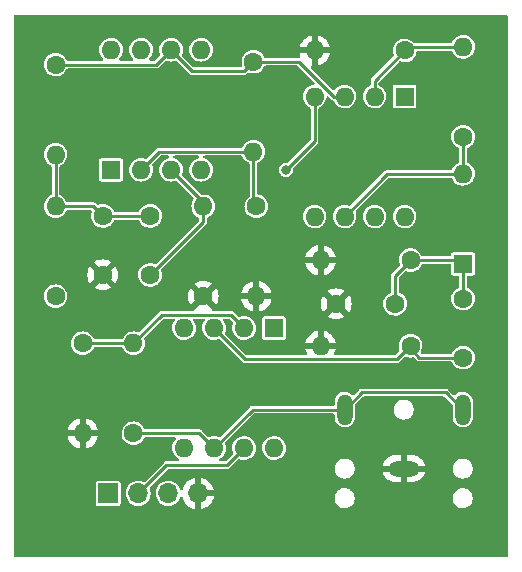
<source format=gbr>
%TF.GenerationSoftware,KiCad,Pcbnew,(6.0.6-0)*%
%TF.CreationDate,2022-08-05T14:47:47+04:00*%
%TF.ProjectId,AM Radio Receiver,414d2052-6164-4696-9f20-526563656976,rev?*%
%TF.SameCoordinates,Original*%
%TF.FileFunction,Copper,L2,Bot*%
%TF.FilePolarity,Positive*%
%FSLAX46Y46*%
G04 Gerber Fmt 4.6, Leading zero omitted, Abs format (unit mm)*
G04 Created by KiCad (PCBNEW (6.0.6-0)) date 2022-08-05 14:47:47*
%MOMM*%
%LPD*%
G01*
G04 APERTURE LIST*
%TA.AperFunction,ComponentPad*%
%ADD10C,1.600000*%
%TD*%
%TA.AperFunction,ComponentPad*%
%ADD11O,1.600000X1.600000*%
%TD*%
%TA.AperFunction,ComponentPad*%
%ADD12R,1.700000X1.700000*%
%TD*%
%TA.AperFunction,ComponentPad*%
%ADD13O,1.700000X1.700000*%
%TD*%
%TA.AperFunction,ComponentPad*%
%ADD14R,1.600000X1.600000*%
%TD*%
%TA.AperFunction,ComponentPad*%
%ADD15O,2.616000X1.308000*%
%TD*%
%TA.AperFunction,ComponentPad*%
%ADD16O,1.308000X2.616000*%
%TD*%
%TA.AperFunction,ViaPad*%
%ADD17C,0.800000*%
%TD*%
%TA.AperFunction,Conductor*%
%ADD18C,0.250000*%
%TD*%
G04 APERTURE END LIST*
D10*
%TO.P,R1,1*%
%TO.N,v_in*%
X33500000Y-67810000D03*
D11*
%TO.P,R1,2*%
%TO.N,Net-(C1-Pad1)*%
X33500000Y-60190000D03*
%TD*%
D10*
%TO.P,R8,1*%
%TO.N,Net-(C3-Pad2)*%
X63560000Y-64750000D03*
D11*
%TO.P,R8,2*%
%TO.N,GND*%
X55940000Y-64750000D03*
%TD*%
D10*
%TO.P,C2,1*%
%TO.N,Net-(C1-Pad1)*%
X41500000Y-61000000D03*
%TO.P,C2,2*%
%TO.N,Net-(C2-Pad2)*%
X41500000Y-66000000D03*
%TD*%
%TO.P,C1,1*%
%TO.N,Net-(C1-Pad1)*%
X37500000Y-61000000D03*
%TO.P,C1,2*%
%TO.N,GND*%
X37500000Y-66000000D03*
%TD*%
%TO.P,R5,1*%
%TO.N,Net-(R4-Pad2)*%
X50500000Y-60190000D03*
D11*
%TO.P,R5,2*%
%TO.N,GND*%
X50500000Y-67810000D03*
%TD*%
D10*
%TO.P,C4,1*%
%TO.N,Net-(C4-Pad1)*%
X68000000Y-73000000D03*
%TO.P,C4,2*%
%TO.N,Net-(C3-Pad2)*%
X68000000Y-68000000D03*
%TD*%
D12*
%TO.P,J1,1,Pin_1*%
%TO.N,v_in*%
X37960000Y-84500000D03*
D13*
%TO.P,J1,2,Pin_2*%
%TO.N,+5V*%
X40500000Y-84500000D03*
%TO.P,J1,3,Pin_3*%
%TO.N,-5V*%
X43040000Y-84500000D03*
%TO.P,J1,4,Pin_4*%
%TO.N,GND*%
X45580000Y-84500000D03*
%TD*%
D10*
%TO.P,R10,1*%
%TO.N,Net-(J3-Pad2)*%
X40100000Y-79410000D03*
D11*
%TO.P,R10,2*%
%TO.N,Net-(R10-Pad2)*%
X40100000Y-71790000D03*
%TD*%
D14*
%TO.P,U3,1,NULL*%
%TO.N,unconnected-(U3-Pad1)*%
X52000000Y-70500000D03*
D11*
%TO.P,U3,2,-*%
%TO.N,Net-(R10-Pad2)*%
X49460000Y-70500000D03*
%TO.P,U3,3,+*%
%TO.N,Net-(C4-Pad1)*%
X46920000Y-70500000D03*
%TO.P,U3,4,V-*%
%TO.N,-5V*%
X44380000Y-70500000D03*
%TO.P,U3,5,NULL*%
%TO.N,unconnected-(U3-Pad5)*%
X44380000Y-80660000D03*
%TO.P,U3,6*%
%TO.N,Net-(J3-Pad2)*%
X46920000Y-80660000D03*
%TO.P,U3,7,V+*%
%TO.N,+5V*%
X49460000Y-80660000D03*
%TO.P,U3,8,NC*%
%TO.N,unconnected-(U3-Pad8)*%
X52000000Y-80660000D03*
%TD*%
D10*
%TO.P,R11,1*%
%TO.N,Net-(R10-Pad2)*%
X35800000Y-71790000D03*
D11*
%TO.P,R11,2*%
%TO.N,GND*%
X35800000Y-79410000D03*
%TD*%
D14*
%TO.P,U1,1,NULL*%
%TO.N,unconnected-(U1-Pad1)*%
X38200000Y-57100000D03*
D11*
%TO.P,U1,2,-*%
%TO.N,Net-(R4-Pad2)*%
X40740000Y-57100000D03*
%TO.P,U1,3,+*%
%TO.N,Net-(C2-Pad2)*%
X43280000Y-57100000D03*
%TO.P,U1,4,V-*%
%TO.N,-5V*%
X45820000Y-57100000D03*
%TO.P,U1,5,NULL*%
%TO.N,unconnected-(U1-Pad5)*%
X45820000Y-46940000D03*
%TO.P,U1,6*%
%TO.N,Net-(R3-Pad1)*%
X43280000Y-46940000D03*
%TO.P,U1,7,V+*%
%TO.N,+5V*%
X40740000Y-46940000D03*
%TO.P,U1,8,NC*%
%TO.N,unconnected-(U1-Pad8)*%
X38200000Y-46940000D03*
%TD*%
D10*
%TO.P,R4,1*%
%TO.N,Net-(R3-Pad1)*%
X50250000Y-47940000D03*
D11*
%TO.P,R4,2*%
%TO.N,Net-(R4-Pad2)*%
X50250000Y-55560000D03*
%TD*%
D14*
%TO.P,U2,1,NULL*%
%TO.N,unconnected-(U2-Pad1)*%
X63050000Y-50900000D03*
D11*
%TO.P,U2,2,-*%
%TO.N,Net-(R6-Pad2)*%
X60510000Y-50900000D03*
%TO.P,U2,3,+*%
%TO.N,Net-(R3-Pad1)*%
X57970000Y-50900000D03*
%TO.P,U2,4,V-*%
%TO.N,-5V*%
X55430000Y-50900000D03*
%TO.P,U2,5,NULL*%
%TO.N,unconnected-(U2-Pad5)*%
X55430000Y-61060000D03*
%TO.P,U2,6*%
%TO.N,Net-(D1-Pad2)*%
X57970000Y-61060000D03*
%TO.P,U2,7,V+*%
%TO.N,+5V*%
X60510000Y-61060000D03*
%TO.P,U2,8,NC*%
%TO.N,unconnected-(U2-Pad8)*%
X63050000Y-61060000D03*
%TD*%
D10*
%TO.P,R2,1*%
%TO.N,GND*%
X46000000Y-67810000D03*
D11*
%TO.P,R2,2*%
%TO.N,Net-(C2-Pad2)*%
X46000000Y-60190000D03*
%TD*%
D10*
%TO.P,R3,1*%
%TO.N,Net-(R3-Pad1)*%
X33500000Y-48190000D03*
D11*
%TO.P,R3,2*%
%TO.N,Net-(C1-Pad1)*%
X33500000Y-55810000D03*
%TD*%
D10*
%TO.P,R6,1*%
%TO.N,Net-(D1-Pad2)*%
X68000000Y-54310000D03*
D11*
%TO.P,R6,2*%
%TO.N,Net-(R6-Pad2)*%
X68000000Y-46690000D03*
%TD*%
D14*
%TO.P,D1,1,K*%
%TO.N,Net-(C3-Pad2)*%
X68000000Y-65060000D03*
D11*
%TO.P,D1,2,A*%
%TO.N,Net-(D1-Pad2)*%
X68000000Y-57440000D03*
%TD*%
D10*
%TO.P,R7,1*%
%TO.N,Net-(R6-Pad2)*%
X63060000Y-47000000D03*
D11*
%TO.P,R7,2*%
%TO.N,GND*%
X55440000Y-47000000D03*
%TD*%
D10*
%TO.P,C3,1*%
%TO.N,GND*%
X57250000Y-68450000D03*
%TO.P,C3,2*%
%TO.N,Net-(C3-Pad2)*%
X62250000Y-68450000D03*
%TD*%
D15*
%TO.P,J3,1*%
%TO.N,GND*%
X62975000Y-82400000D03*
D16*
%TO.P,J3,2*%
%TO.N,Net-(J3-Pad2)*%
X67975000Y-77400000D03*
%TO.P,J3,3*%
X57975000Y-77400000D03*
%TD*%
D10*
%TO.P,R9,1*%
%TO.N,Net-(C4-Pad1)*%
X63560000Y-72000000D03*
D11*
%TO.P,R9,2*%
%TO.N,GND*%
X55940000Y-72000000D03*
%TD*%
D17*
%TO.N,-5V*%
X53000000Y-57100000D03*
%TD*%
D18*
%TO.N,Net-(C1-Pad1)*%
X33500000Y-60190000D02*
X36690000Y-60190000D01*
X41500000Y-61000000D02*
X37500000Y-61000000D01*
X33500000Y-60190000D02*
X33500000Y-55810000D01*
X36690000Y-60190000D02*
X37500000Y-61000000D01*
%TO.N,Net-(C2-Pad2)*%
X43280000Y-57100000D02*
X46000000Y-59820000D01*
X46000000Y-59820000D02*
X46000000Y-60190000D01*
X46000000Y-61500000D02*
X41500000Y-66000000D01*
X46000000Y-60190000D02*
X46000000Y-61500000D01*
%TO.N,Net-(C3-Pad2)*%
X67440000Y-64750000D02*
X67750000Y-65060000D01*
X62250000Y-66060000D02*
X63560000Y-64750000D01*
X67690000Y-64750000D02*
X68000000Y-65060000D01*
X68000000Y-65060000D02*
X68000000Y-68000000D01*
X62250000Y-68000000D02*
X62250000Y-66060000D01*
X63560000Y-64750000D02*
X67690000Y-64750000D01*
%TO.N,Net-(C4-Pad1)*%
X64310000Y-73000000D02*
X63310000Y-72000000D01*
X49545000Y-73125000D02*
X62375000Y-73125000D01*
X46920000Y-70500000D02*
X49545000Y-73125000D01*
X68000000Y-73000000D02*
X64310000Y-73000000D01*
X62375000Y-73125000D02*
X63500000Y-72000000D01*
%TO.N,+5V*%
X48006399Y-82113601D02*
X49460000Y-80660000D01*
X42886399Y-82113601D02*
X48006399Y-82113601D01*
X40500000Y-84500000D02*
X42886399Y-82113601D01*
%TO.N,-5V*%
X53000000Y-57100000D02*
X55430000Y-54670000D01*
X55430000Y-54670000D02*
X55430000Y-50900000D01*
%TO.N,Net-(R3-Pad1)*%
X42030000Y-48190000D02*
X43280000Y-46940000D01*
X57091398Y-50900000D02*
X57970000Y-50900000D01*
X50250000Y-47940000D02*
X49450001Y-48739999D01*
X45079999Y-48739999D02*
X43280000Y-46940000D01*
X54131398Y-47940000D02*
X57091398Y-50900000D01*
X33500000Y-48190000D02*
X42030000Y-48190000D01*
X49450001Y-48739999D02*
X45079999Y-48739999D01*
X50250000Y-47940000D02*
X54131398Y-47940000D01*
%TO.N,Net-(R4-Pad2)*%
X50250000Y-55560000D02*
X50250000Y-59940000D01*
X42280000Y-55560000D02*
X40740000Y-57100000D01*
X50250000Y-55560000D02*
X42280000Y-55560000D01*
X50250000Y-59940000D02*
X50500000Y-60190000D01*
%TO.N,Net-(R6-Pad2)*%
X63370000Y-46690000D02*
X63060000Y-47000000D01*
X60510000Y-50900000D02*
X60510000Y-49550000D01*
X68000000Y-46690000D02*
X63370000Y-46690000D01*
X60510000Y-49550000D02*
X63060000Y-47000000D01*
%TO.N,Net-(R10-Pad2)*%
X42515000Y-69375000D02*
X40100000Y-71790000D01*
X35800000Y-71790000D02*
X40100000Y-71790000D01*
X49460000Y-70500000D02*
X48335000Y-69375000D01*
X48335000Y-69375000D02*
X42515000Y-69375000D01*
%TO.N,Net-(J3-Pad2)*%
X50180000Y-77400000D02*
X57975000Y-77400000D01*
X46920000Y-80660000D02*
X50180000Y-77400000D01*
X46920000Y-80660000D02*
X45670000Y-79410000D01*
X45670000Y-79410000D02*
X40100000Y-79410000D01*
X66525000Y-75950000D02*
X67975000Y-77400000D01*
X57975000Y-77400000D02*
X59425000Y-75950000D01*
X59425000Y-75950000D02*
X66525000Y-75950000D01*
%TO.N,Net-(D1-Pad2)*%
X61590000Y-57440000D02*
X57970000Y-61060000D01*
X68000000Y-57440000D02*
X61590000Y-57440000D01*
X68000000Y-54310000D02*
X68000000Y-57440000D01*
X68000000Y-57190000D02*
X67750000Y-57440000D01*
%TD*%
%TA.AperFunction,Conductor*%
%TO.N,GND*%
G36*
X71742121Y-43995002D02*
G01*
X71788614Y-44048658D01*
X71800000Y-44101000D01*
X71800000Y-89749000D01*
X71779998Y-89817121D01*
X71726342Y-89863614D01*
X71674000Y-89875000D01*
X30101000Y-89875000D01*
X30032879Y-89854998D01*
X29986386Y-89801342D01*
X29975000Y-89749000D01*
X29975000Y-85369748D01*
X36909500Y-85369748D01*
X36910707Y-85375816D01*
X36914331Y-85394033D01*
X36921133Y-85428231D01*
X36965448Y-85494552D01*
X37031769Y-85538867D01*
X37043938Y-85541288D01*
X37043939Y-85541288D01*
X37084184Y-85549293D01*
X37090252Y-85550500D01*
X38829748Y-85550500D01*
X38835816Y-85549293D01*
X38876061Y-85541288D01*
X38876062Y-85541288D01*
X38888231Y-85538867D01*
X38954552Y-85494552D01*
X38998867Y-85428231D01*
X39005670Y-85394033D01*
X39009293Y-85375816D01*
X39010500Y-85369748D01*
X39010500Y-83630252D01*
X38998867Y-83571769D01*
X38954552Y-83505448D01*
X38888231Y-83461133D01*
X38876062Y-83458712D01*
X38876061Y-83458712D01*
X38835816Y-83450707D01*
X38829748Y-83449500D01*
X37090252Y-83449500D01*
X37084184Y-83450707D01*
X37043939Y-83458712D01*
X37043938Y-83458712D01*
X37031769Y-83461133D01*
X36965448Y-83505448D01*
X36921133Y-83571769D01*
X36909500Y-83630252D01*
X36909500Y-85369748D01*
X29975000Y-85369748D01*
X29975000Y-79676522D01*
X34517273Y-79676522D01*
X34564764Y-79853761D01*
X34568510Y-79864053D01*
X34660586Y-80061511D01*
X34666069Y-80071007D01*
X34791028Y-80249467D01*
X34798084Y-80257875D01*
X34952125Y-80411916D01*
X34960533Y-80418972D01*
X35138993Y-80543931D01*
X35148489Y-80549414D01*
X35345947Y-80641490D01*
X35356239Y-80645236D01*
X35528503Y-80691394D01*
X35542599Y-80691058D01*
X35546000Y-80683116D01*
X35546000Y-80677967D01*
X36054000Y-80677967D01*
X36057973Y-80691498D01*
X36066522Y-80692727D01*
X36243761Y-80645236D01*
X36254053Y-80641490D01*
X36451511Y-80549414D01*
X36461007Y-80543931D01*
X36639467Y-80418972D01*
X36647875Y-80411916D01*
X36801916Y-80257875D01*
X36808972Y-80249467D01*
X36933931Y-80071007D01*
X36939414Y-80061511D01*
X37031490Y-79864053D01*
X37035236Y-79853761D01*
X37081394Y-79681497D01*
X37081058Y-79667401D01*
X37073116Y-79664000D01*
X36072115Y-79664000D01*
X36056876Y-79668475D01*
X36055671Y-79669865D01*
X36054000Y-79677548D01*
X36054000Y-80677967D01*
X35546000Y-80677967D01*
X35546000Y-79682115D01*
X35541525Y-79666876D01*
X35540135Y-79665671D01*
X35532452Y-79664000D01*
X34532033Y-79664000D01*
X34518502Y-79667973D01*
X34517273Y-79676522D01*
X29975000Y-79676522D01*
X29975000Y-79395963D01*
X39094757Y-79395963D01*
X39111175Y-79591483D01*
X39165258Y-79780091D01*
X39168076Y-79785574D01*
X39252123Y-79949113D01*
X39252126Y-79949117D01*
X39254944Y-79954601D01*
X39376818Y-80108369D01*
X39381511Y-80112363D01*
X39381512Y-80112364D01*
X39434518Y-80157475D01*
X39526238Y-80235535D01*
X39531616Y-80238541D01*
X39531618Y-80238542D01*
X39566211Y-80257875D01*
X39697513Y-80331257D01*
X39884118Y-80391889D01*
X40078946Y-80415121D01*
X40085081Y-80414649D01*
X40085083Y-80414649D01*
X40268434Y-80400541D01*
X40268438Y-80400540D01*
X40274576Y-80400068D01*
X40463556Y-80347303D01*
X40638689Y-80258837D01*
X40668515Y-80235535D01*
X40788453Y-80141829D01*
X40793303Y-80138040D01*
X40823084Y-80103539D01*
X40917485Y-79994173D01*
X40917485Y-79994172D01*
X40921509Y-79989511D01*
X40940329Y-79956382D01*
X41015379Y-79824272D01*
X41015381Y-79824267D01*
X41018425Y-79818909D01*
X41020372Y-79813058D01*
X41021621Y-79810251D01*
X41067601Y-79756155D01*
X41136728Y-79735500D01*
X43579424Y-79735500D01*
X43647545Y-79755502D01*
X43694038Y-79809158D01*
X43704142Y-79879432D01*
X43675947Y-79942490D01*
X43550480Y-80092016D01*
X43547516Y-80097408D01*
X43547513Y-80097412D01*
X43484522Y-80211993D01*
X43455956Y-80263954D01*
X43396628Y-80450978D01*
X43374757Y-80645963D01*
X43391175Y-80841483D01*
X43445258Y-81030091D01*
X43448076Y-81035574D01*
X43532123Y-81199113D01*
X43532126Y-81199117D01*
X43534944Y-81204601D01*
X43656818Y-81358369D01*
X43806238Y-81485535D01*
X43811616Y-81488541D01*
X43811618Y-81488542D01*
X43847932Y-81508837D01*
X43923273Y-81550943D01*
X43925366Y-81552113D01*
X43975072Y-81602806D01*
X43989480Y-81672325D01*
X43964017Y-81738598D01*
X43906765Y-81780584D01*
X43863896Y-81788101D01*
X42906109Y-81788101D01*
X42895127Y-81787621D01*
X42868579Y-81785298D01*
X42868577Y-81785298D01*
X42857592Y-81784337D01*
X42821184Y-81794093D01*
X42810457Y-81796471D01*
X42807098Y-81797063D01*
X42773354Y-81803013D01*
X42763809Y-81808524D01*
X42760533Y-81809716D01*
X42757365Y-81811193D01*
X42746715Y-81814047D01*
X42737684Y-81820371D01*
X42715855Y-81835656D01*
X42706584Y-81841562D01*
X42689950Y-81851166D01*
X42673944Y-81860407D01*
X42666858Y-81868852D01*
X42649714Y-81889283D01*
X42642288Y-81897386D01*
X41041491Y-83498183D01*
X40979179Y-83532209D01*
X40909400Y-83525783D01*
X40909055Y-83526897D01*
X40903786Y-83525266D01*
X40712254Y-83465977D01*
X40706129Y-83465333D01*
X40706128Y-83465333D01*
X40513498Y-83445087D01*
X40513496Y-83445087D01*
X40507369Y-83444443D01*
X40420529Y-83452346D01*
X40308342Y-83462555D01*
X40308339Y-83462556D01*
X40302203Y-83463114D01*
X40104572Y-83521280D01*
X40099107Y-83524137D01*
X40095959Y-83525783D01*
X39922002Y-83616726D01*
X39917201Y-83620586D01*
X39917198Y-83620588D01*
X39884688Y-83646727D01*
X39761447Y-83745815D01*
X39629024Y-83903630D01*
X39626056Y-83909028D01*
X39626053Y-83909033D01*
X39548792Y-84049572D01*
X39529776Y-84084162D01*
X39467484Y-84280532D01*
X39466798Y-84286649D01*
X39466797Y-84286653D01*
X39450983Y-84427644D01*
X39444520Y-84485262D01*
X39445036Y-84491406D01*
X39460028Y-84669935D01*
X39461759Y-84690553D01*
X39463458Y-84696478D01*
X39509395Y-84856678D01*
X39518544Y-84888586D01*
X39521359Y-84894063D01*
X39521360Y-84894066D01*
X39598085Y-85043357D01*
X39612712Y-85071818D01*
X39740677Y-85233270D01*
X39745370Y-85237264D01*
X39745371Y-85237265D01*
X39821012Y-85301640D01*
X39897564Y-85366791D01*
X39902942Y-85369797D01*
X39902944Y-85369798D01*
X39927667Y-85383615D01*
X40077398Y-85467297D01*
X40161280Y-85494552D01*
X40267471Y-85529056D01*
X40267475Y-85529057D01*
X40273329Y-85530959D01*
X40477894Y-85555351D01*
X40484029Y-85554879D01*
X40484031Y-85554879D01*
X40556625Y-85549293D01*
X40683300Y-85539546D01*
X40689230Y-85537890D01*
X40689232Y-85537890D01*
X40875797Y-85485800D01*
X40875796Y-85485800D01*
X40881725Y-85484145D01*
X40887214Y-85481372D01*
X40887220Y-85481370D01*
X41060116Y-85394033D01*
X41065610Y-85391258D01*
X41081345Y-85378965D01*
X41223101Y-85268213D01*
X41227951Y-85264424D01*
X41285992Y-85197183D01*
X41358540Y-85113134D01*
X41358540Y-85113133D01*
X41362564Y-85108472D01*
X41383387Y-85071818D01*
X41403290Y-85036781D01*
X41464323Y-84929344D01*
X41529351Y-84733863D01*
X41555171Y-84529474D01*
X41555390Y-84513806D01*
X41555534Y-84503522D01*
X41555534Y-84503518D01*
X41555583Y-84500000D01*
X41554138Y-84485262D01*
X41984520Y-84485262D01*
X41985036Y-84491406D01*
X42000028Y-84669935D01*
X42001759Y-84690553D01*
X42003458Y-84696478D01*
X42049395Y-84856678D01*
X42058544Y-84888586D01*
X42061359Y-84894063D01*
X42061360Y-84894066D01*
X42138085Y-85043357D01*
X42152712Y-85071818D01*
X42280677Y-85233270D01*
X42285370Y-85237264D01*
X42285371Y-85237265D01*
X42361012Y-85301640D01*
X42437564Y-85366791D01*
X42442942Y-85369797D01*
X42442944Y-85369798D01*
X42467667Y-85383615D01*
X42617398Y-85467297D01*
X42701280Y-85494552D01*
X42807471Y-85529056D01*
X42807475Y-85529057D01*
X42813329Y-85530959D01*
X43017894Y-85555351D01*
X43024029Y-85554879D01*
X43024031Y-85554879D01*
X43096625Y-85549293D01*
X43223300Y-85539546D01*
X43229230Y-85537890D01*
X43229232Y-85537890D01*
X43415797Y-85485800D01*
X43415796Y-85485800D01*
X43421725Y-85484145D01*
X43427214Y-85481372D01*
X43427220Y-85481370D01*
X43600116Y-85394033D01*
X43605610Y-85391258D01*
X43621345Y-85378965D01*
X43763101Y-85268213D01*
X43767951Y-85264424D01*
X43825992Y-85197183D01*
X43898540Y-85113134D01*
X43898540Y-85113133D01*
X43902564Y-85108472D01*
X43923387Y-85071818D01*
X43943290Y-85036781D01*
X44004323Y-84929344D01*
X44013271Y-84902444D01*
X44028496Y-84856678D01*
X44068978Y-84798354D01*
X44134566Y-84771175D01*
X44204437Y-84783770D01*
X44256406Y-84832141D01*
X44270971Y-84868751D01*
X44278564Y-84902444D01*
X44281645Y-84912275D01*
X44361770Y-85109603D01*
X44366413Y-85118794D01*
X44477694Y-85300388D01*
X44483777Y-85308699D01*
X44623213Y-85469667D01*
X44630580Y-85476883D01*
X44794434Y-85612916D01*
X44802881Y-85618831D01*
X44986756Y-85726279D01*
X44996042Y-85730729D01*
X45195001Y-85806703D01*
X45204899Y-85809579D01*
X45308250Y-85830606D01*
X45322299Y-85829410D01*
X45326000Y-85819065D01*
X45326000Y-85818517D01*
X45834000Y-85818517D01*
X45838064Y-85832359D01*
X45851478Y-85834393D01*
X45858184Y-85833534D01*
X45868262Y-85831392D01*
X46072255Y-85770191D01*
X46081842Y-85766433D01*
X46273095Y-85672739D01*
X46281945Y-85667464D01*
X46455328Y-85543792D01*
X46463200Y-85537139D01*
X46614052Y-85386812D01*
X46620730Y-85378965D01*
X46745003Y-85206020D01*
X46750313Y-85197183D01*
X46844670Y-85006267D01*
X46848469Y-84996672D01*
X46892350Y-84852244D01*
X57120819Y-84852244D01*
X57121176Y-84859061D01*
X57121176Y-84859065D01*
X57128388Y-84996672D01*
X57130490Y-85036781D01*
X57132301Y-85043354D01*
X57132301Y-85043357D01*
X57157930Y-85136402D01*
X57179562Y-85214936D01*
X57265746Y-85378398D01*
X57385020Y-85519540D01*
X57390444Y-85523687D01*
X57390445Y-85523688D01*
X57526399Y-85627633D01*
X57526403Y-85627636D01*
X57531820Y-85631777D01*
X57538000Y-85634659D01*
X57538002Y-85634660D01*
X57693120Y-85706993D01*
X57693123Y-85706994D01*
X57699297Y-85709873D01*
X57705942Y-85711358D01*
X57705947Y-85711360D01*
X57814207Y-85735558D01*
X57879637Y-85750183D01*
X57885307Y-85750500D01*
X58021164Y-85750500D01*
X58158709Y-85735558D01*
X58333848Y-85676617D01*
X58492244Y-85581443D01*
X58497206Y-85576751D01*
X58621549Y-85459165D01*
X58621551Y-85459163D01*
X58626507Y-85454476D01*
X58730375Y-85301640D01*
X58743745Y-85268213D01*
X58796466Y-85136402D01*
X58796467Y-85136397D01*
X58799000Y-85130065D01*
X58829181Y-84947756D01*
X58828498Y-84934707D01*
X58824176Y-84852244D01*
X67120819Y-84852244D01*
X67121176Y-84859061D01*
X67121176Y-84859065D01*
X67128388Y-84996672D01*
X67130490Y-85036781D01*
X67132301Y-85043354D01*
X67132301Y-85043357D01*
X67157930Y-85136402D01*
X67179562Y-85214936D01*
X67265746Y-85378398D01*
X67385020Y-85519540D01*
X67390444Y-85523687D01*
X67390445Y-85523688D01*
X67526399Y-85627633D01*
X67526403Y-85627636D01*
X67531820Y-85631777D01*
X67538000Y-85634659D01*
X67538002Y-85634660D01*
X67693120Y-85706993D01*
X67693123Y-85706994D01*
X67699297Y-85709873D01*
X67705942Y-85711358D01*
X67705947Y-85711360D01*
X67814207Y-85735558D01*
X67879637Y-85750183D01*
X67885307Y-85750500D01*
X68021164Y-85750500D01*
X68158709Y-85735558D01*
X68333848Y-85676617D01*
X68492244Y-85581443D01*
X68497206Y-85576751D01*
X68621549Y-85459165D01*
X68621551Y-85459163D01*
X68626507Y-85454476D01*
X68730375Y-85301640D01*
X68743745Y-85268213D01*
X68796466Y-85136402D01*
X68796467Y-85136397D01*
X68799000Y-85130065D01*
X68829181Y-84947756D01*
X68828498Y-84934707D01*
X68819867Y-84770032D01*
X68819510Y-84763219D01*
X68801127Y-84696478D01*
X68772251Y-84591646D01*
X68770438Y-84585064D01*
X68684254Y-84421602D01*
X68564980Y-84280460D01*
X68557393Y-84274659D01*
X68423601Y-84172367D01*
X68423597Y-84172364D01*
X68418180Y-84168223D01*
X68412000Y-84165341D01*
X68411998Y-84165340D01*
X68256880Y-84093007D01*
X68256877Y-84093006D01*
X68250703Y-84090127D01*
X68244058Y-84088642D01*
X68244053Y-84088640D01*
X68098579Y-84056124D01*
X68070363Y-84049817D01*
X68064693Y-84049500D01*
X67928836Y-84049500D01*
X67791291Y-84064442D01*
X67616152Y-84123383D01*
X67457756Y-84218557D01*
X67452796Y-84223248D01*
X67452794Y-84223249D01*
X67370467Y-84301103D01*
X67323493Y-84345524D01*
X67219625Y-84498360D01*
X67217092Y-84504694D01*
X67217090Y-84504697D01*
X67153534Y-84663598D01*
X67153533Y-84663603D01*
X67151000Y-84669935D01*
X67149886Y-84676667D01*
X67130642Y-84792910D01*
X67120819Y-84852244D01*
X58824176Y-84852244D01*
X58819867Y-84770032D01*
X58819510Y-84763219D01*
X58801127Y-84696478D01*
X58772251Y-84591646D01*
X58770438Y-84585064D01*
X58684254Y-84421602D01*
X58564980Y-84280460D01*
X58557393Y-84274659D01*
X58423601Y-84172367D01*
X58423597Y-84172364D01*
X58418180Y-84168223D01*
X58412000Y-84165341D01*
X58411998Y-84165340D01*
X58256880Y-84093007D01*
X58256877Y-84093006D01*
X58250703Y-84090127D01*
X58244058Y-84088642D01*
X58244053Y-84088640D01*
X58098579Y-84056124D01*
X58070363Y-84049817D01*
X58064693Y-84049500D01*
X57928836Y-84049500D01*
X57791291Y-84064442D01*
X57616152Y-84123383D01*
X57457756Y-84218557D01*
X57452796Y-84223248D01*
X57452794Y-84223249D01*
X57370467Y-84301103D01*
X57323493Y-84345524D01*
X57219625Y-84498360D01*
X57217092Y-84504694D01*
X57217090Y-84504697D01*
X57153534Y-84663598D01*
X57153533Y-84663603D01*
X57151000Y-84669935D01*
X57149886Y-84676667D01*
X57130642Y-84792910D01*
X57120819Y-84852244D01*
X46892350Y-84852244D01*
X46910377Y-84792910D01*
X46912555Y-84782837D01*
X46913986Y-84771962D01*
X46911775Y-84757778D01*
X46898617Y-84754000D01*
X45852115Y-84754000D01*
X45836876Y-84758475D01*
X45835671Y-84759865D01*
X45834000Y-84767548D01*
X45834000Y-85818517D01*
X45326000Y-85818517D01*
X45326000Y-84227885D01*
X45834000Y-84227885D01*
X45838475Y-84243124D01*
X45839865Y-84244329D01*
X45847548Y-84246000D01*
X46898344Y-84246000D01*
X46911875Y-84242027D01*
X46913180Y-84232947D01*
X46871214Y-84065875D01*
X46867894Y-84056124D01*
X46782972Y-83860814D01*
X46778105Y-83851739D01*
X46662426Y-83672926D01*
X46656136Y-83664757D01*
X46512806Y-83507240D01*
X46505273Y-83500215D01*
X46338139Y-83368222D01*
X46329552Y-83362517D01*
X46143117Y-83259599D01*
X46133705Y-83255369D01*
X45932959Y-83184280D01*
X45922988Y-83181646D01*
X45851837Y-83168972D01*
X45838540Y-83170432D01*
X45834000Y-83184989D01*
X45834000Y-84227885D01*
X45326000Y-84227885D01*
X45326000Y-83183102D01*
X45322082Y-83169758D01*
X45307806Y-83167771D01*
X45269324Y-83173660D01*
X45259288Y-83176051D01*
X45056868Y-83242212D01*
X45047359Y-83246209D01*
X44858463Y-83344542D01*
X44849738Y-83350036D01*
X44679433Y-83477905D01*
X44671726Y-83484748D01*
X44524590Y-83638717D01*
X44518104Y-83646727D01*
X44398098Y-83822649D01*
X44393000Y-83831623D01*
X44303338Y-84024783D01*
X44299775Y-84034470D01*
X44271012Y-84138185D01*
X44233533Y-84198483D01*
X44169405Y-84228946D01*
X44098986Y-84219903D01*
X44044636Y-84174224D01*
X44028973Y-84140933D01*
X44023674Y-84123383D01*
X44015935Y-84097749D01*
X43919218Y-83915849D01*
X43843206Y-83822649D01*
X43792906Y-83760975D01*
X43792903Y-83760972D01*
X43789011Y-83756200D01*
X43771786Y-83741950D01*
X43635025Y-83628811D01*
X43635021Y-83628809D01*
X43630275Y-83624882D01*
X43449055Y-83526897D01*
X43252254Y-83465977D01*
X43246129Y-83465333D01*
X43246128Y-83465333D01*
X43053498Y-83445087D01*
X43053496Y-83445087D01*
X43047369Y-83444443D01*
X42960529Y-83452346D01*
X42848342Y-83462555D01*
X42848339Y-83462556D01*
X42842203Y-83463114D01*
X42644572Y-83521280D01*
X42639107Y-83524137D01*
X42635959Y-83525783D01*
X42462002Y-83616726D01*
X42457201Y-83620586D01*
X42457198Y-83620588D01*
X42424688Y-83646727D01*
X42301447Y-83745815D01*
X42169024Y-83903630D01*
X42166056Y-83909028D01*
X42166053Y-83909033D01*
X42088792Y-84049572D01*
X42069776Y-84084162D01*
X42007484Y-84280532D01*
X42006798Y-84286649D01*
X42006797Y-84286653D01*
X41990983Y-84427644D01*
X41984520Y-84485262D01*
X41554138Y-84485262D01*
X41535480Y-84294970D01*
X41475935Y-84097749D01*
X41474312Y-84094696D01*
X41466944Y-84025024D01*
X41501808Y-83958518D01*
X42984320Y-82476006D01*
X43046632Y-82441980D01*
X43073415Y-82439101D01*
X47986689Y-82439101D01*
X47997671Y-82439581D01*
X48024219Y-82441904D01*
X48024221Y-82441904D01*
X48035206Y-82442865D01*
X48071614Y-82433109D01*
X48082341Y-82430731D01*
X48085700Y-82430139D01*
X48119444Y-82424189D01*
X48128989Y-82418678D01*
X48132265Y-82417486D01*
X48135433Y-82416009D01*
X48146083Y-82413155D01*
X48176943Y-82391546D01*
X48186214Y-82385640D01*
X48209305Y-82372308D01*
X48218854Y-82366795D01*
X48231063Y-82352244D01*
X57120819Y-82352244D01*
X57121176Y-82359061D01*
X57121176Y-82359065D01*
X57127305Y-82476006D01*
X57130490Y-82536781D01*
X57132301Y-82543354D01*
X57132301Y-82543357D01*
X57177502Y-82707459D01*
X57179562Y-82714936D01*
X57265746Y-82878398D01*
X57385020Y-83019540D01*
X57390444Y-83023687D01*
X57390445Y-83023688D01*
X57526399Y-83127633D01*
X57526403Y-83127636D01*
X57531820Y-83131777D01*
X57538000Y-83134659D01*
X57538002Y-83134660D01*
X57693120Y-83206993D01*
X57693123Y-83206994D01*
X57699297Y-83209873D01*
X57705942Y-83211358D01*
X57705947Y-83211360D01*
X57814207Y-83235558D01*
X57879637Y-83250183D01*
X57885307Y-83250500D01*
X58021164Y-83250500D01*
X58158709Y-83235558D01*
X58333848Y-83176617D01*
X58492244Y-83081443D01*
X58553318Y-83023688D01*
X58621549Y-82959165D01*
X58621551Y-82959163D01*
X58626507Y-82954476D01*
X58730375Y-82801640D01*
X58756308Y-82736803D01*
X58781939Y-82672722D01*
X61188749Y-82672722D01*
X61192807Y-82696339D01*
X61195787Y-82707459D01*
X61265705Y-82896981D01*
X61270655Y-82907359D01*
X61373941Y-83080967D01*
X61380705Y-83090276D01*
X61513900Y-83242157D01*
X61522235Y-83250067D01*
X61680879Y-83375132D01*
X61690536Y-83381403D01*
X61869298Y-83475454D01*
X61879941Y-83479862D01*
X62072857Y-83539765D01*
X62084101Y-83542155D01*
X62248085Y-83561564D01*
X62255488Y-83562000D01*
X62702885Y-83562000D01*
X62718124Y-83557525D01*
X62719329Y-83556135D01*
X62721000Y-83548452D01*
X62721000Y-83543885D01*
X63229000Y-83543885D01*
X63233475Y-83559124D01*
X63234865Y-83560329D01*
X63242548Y-83562000D01*
X63680278Y-83562000D01*
X63686067Y-83561734D01*
X63835908Y-83547966D01*
X63847229Y-83545868D01*
X64041643Y-83491038D01*
X64052390Y-83486913D01*
X64233565Y-83397566D01*
X64243374Y-83391554D01*
X64405225Y-83270696D01*
X64413785Y-83262989D01*
X64550907Y-83114651D01*
X64557908Y-83105526D01*
X64665704Y-82934680D01*
X64670924Y-82924436D01*
X64745782Y-82736803D01*
X64749049Y-82725774D01*
X64759791Y-82671768D01*
X64758639Y-82658894D01*
X64743484Y-82654000D01*
X63247115Y-82654000D01*
X63231876Y-82658475D01*
X63230671Y-82659865D01*
X63229000Y-82667548D01*
X63229000Y-83543885D01*
X62721000Y-83543885D01*
X62721000Y-82672115D01*
X62716525Y-82656876D01*
X62715135Y-82655671D01*
X62707452Y-82654000D01*
X61203647Y-82654000D01*
X61190685Y-82657806D01*
X61188749Y-82672722D01*
X58781939Y-82672722D01*
X58796466Y-82636402D01*
X58796467Y-82636397D01*
X58799000Y-82630065D01*
X58815571Y-82529968D01*
X58828066Y-82454494D01*
X58828066Y-82454490D01*
X58829181Y-82447756D01*
X58828776Y-82440011D01*
X58824176Y-82352244D01*
X67120819Y-82352244D01*
X67121176Y-82359061D01*
X67121176Y-82359065D01*
X67127305Y-82476006D01*
X67130490Y-82536781D01*
X67132301Y-82543354D01*
X67132301Y-82543357D01*
X67177502Y-82707459D01*
X67179562Y-82714936D01*
X67265746Y-82878398D01*
X67385020Y-83019540D01*
X67390444Y-83023687D01*
X67390445Y-83023688D01*
X67526399Y-83127633D01*
X67526403Y-83127636D01*
X67531820Y-83131777D01*
X67538000Y-83134659D01*
X67538002Y-83134660D01*
X67693120Y-83206993D01*
X67693123Y-83206994D01*
X67699297Y-83209873D01*
X67705942Y-83211358D01*
X67705947Y-83211360D01*
X67814207Y-83235558D01*
X67879637Y-83250183D01*
X67885307Y-83250500D01*
X68021164Y-83250500D01*
X68158709Y-83235558D01*
X68333848Y-83176617D01*
X68492244Y-83081443D01*
X68553318Y-83023688D01*
X68621549Y-82959165D01*
X68621551Y-82959163D01*
X68626507Y-82954476D01*
X68730375Y-82801640D01*
X68756308Y-82736803D01*
X68796466Y-82636402D01*
X68796467Y-82636397D01*
X68799000Y-82630065D01*
X68815571Y-82529968D01*
X68828066Y-82454494D01*
X68828066Y-82454490D01*
X68829181Y-82447756D01*
X68828776Y-82440011D01*
X68819867Y-82270032D01*
X68819510Y-82263219D01*
X68793816Y-82169935D01*
X68772251Y-82091646D01*
X68770438Y-82085064D01*
X68684254Y-81921602D01*
X68564980Y-81780460D01*
X68559555Y-81776312D01*
X68423601Y-81672367D01*
X68423597Y-81672364D01*
X68418180Y-81668223D01*
X68412000Y-81665341D01*
X68411998Y-81665340D01*
X68256880Y-81593007D01*
X68256877Y-81593006D01*
X68250703Y-81590127D01*
X68244058Y-81588642D01*
X68244053Y-81588640D01*
X68104129Y-81557365D01*
X68070363Y-81549817D01*
X68064693Y-81549500D01*
X67928836Y-81549500D01*
X67791291Y-81564442D01*
X67616152Y-81623383D01*
X67457756Y-81718557D01*
X67452796Y-81723248D01*
X67452794Y-81723249D01*
X67330589Y-81838814D01*
X67323493Y-81845524D01*
X67219625Y-81998360D01*
X67217092Y-82004694D01*
X67217090Y-82004697D01*
X67153534Y-82163598D01*
X67153533Y-82163603D01*
X67151000Y-82169935D01*
X67120819Y-82352244D01*
X58824176Y-82352244D01*
X58819867Y-82270032D01*
X58819510Y-82263219D01*
X58793816Y-82169935D01*
X58782329Y-82128232D01*
X61190209Y-82128232D01*
X61191361Y-82141106D01*
X61206516Y-82146000D01*
X62702885Y-82146000D01*
X62718124Y-82141525D01*
X62719329Y-82140135D01*
X62721000Y-82132452D01*
X62721000Y-82127885D01*
X63229000Y-82127885D01*
X63233475Y-82143124D01*
X63234865Y-82144329D01*
X63242548Y-82146000D01*
X64746353Y-82146000D01*
X64759315Y-82142194D01*
X64761251Y-82127278D01*
X64757193Y-82103661D01*
X64754213Y-82092541D01*
X64684295Y-81903019D01*
X64679345Y-81892641D01*
X64576059Y-81719033D01*
X64569295Y-81709724D01*
X64436100Y-81557843D01*
X64427765Y-81549933D01*
X64269121Y-81424868D01*
X64259464Y-81418597D01*
X64080702Y-81324546D01*
X64070059Y-81320138D01*
X63877143Y-81260235D01*
X63865899Y-81257845D01*
X63701915Y-81238436D01*
X63694512Y-81238000D01*
X63247115Y-81238000D01*
X63231876Y-81242475D01*
X63230671Y-81243865D01*
X63229000Y-81251548D01*
X63229000Y-82127885D01*
X62721000Y-82127885D01*
X62721000Y-81256115D01*
X62716525Y-81240876D01*
X62715135Y-81239671D01*
X62707452Y-81238000D01*
X62269722Y-81238000D01*
X62263933Y-81238266D01*
X62114092Y-81252034D01*
X62102771Y-81254132D01*
X61908357Y-81308962D01*
X61897610Y-81313087D01*
X61716435Y-81402434D01*
X61706626Y-81408446D01*
X61544775Y-81529304D01*
X61536215Y-81537011D01*
X61399093Y-81685349D01*
X61392092Y-81694474D01*
X61284296Y-81865320D01*
X61279076Y-81875564D01*
X61204218Y-82063197D01*
X61200951Y-82074226D01*
X61190209Y-82128232D01*
X58782329Y-82128232D01*
X58772251Y-82091646D01*
X58770438Y-82085064D01*
X58684254Y-81921602D01*
X58564980Y-81780460D01*
X58559555Y-81776312D01*
X58423601Y-81672367D01*
X58423597Y-81672364D01*
X58418180Y-81668223D01*
X58412000Y-81665341D01*
X58411998Y-81665340D01*
X58256880Y-81593007D01*
X58256877Y-81593006D01*
X58250703Y-81590127D01*
X58244058Y-81588642D01*
X58244053Y-81588640D01*
X58104129Y-81557365D01*
X58070363Y-81549817D01*
X58064693Y-81549500D01*
X57928836Y-81549500D01*
X57791291Y-81564442D01*
X57616152Y-81623383D01*
X57457756Y-81718557D01*
X57452796Y-81723248D01*
X57452794Y-81723249D01*
X57330589Y-81838814D01*
X57323493Y-81845524D01*
X57219625Y-81998360D01*
X57217092Y-82004694D01*
X57217090Y-82004697D01*
X57153534Y-82163598D01*
X57153533Y-82163603D01*
X57151000Y-82169935D01*
X57120819Y-82352244D01*
X48231063Y-82352244D01*
X48243084Y-82337918D01*
X48250510Y-82329816D01*
X48958804Y-81621522D01*
X49021116Y-81587496D01*
X49086834Y-81590784D01*
X49244118Y-81641889D01*
X49438946Y-81665121D01*
X49445081Y-81664649D01*
X49445083Y-81664649D01*
X49628434Y-81650541D01*
X49628438Y-81650540D01*
X49634576Y-81650068D01*
X49823556Y-81597303D01*
X49998689Y-81508837D01*
X50028515Y-81485535D01*
X50106165Y-81424868D01*
X50153303Y-81388040D01*
X50183084Y-81353539D01*
X50277485Y-81244173D01*
X50277485Y-81244172D01*
X50281509Y-81239511D01*
X50378425Y-81068909D01*
X50440358Y-80882732D01*
X50464949Y-80688071D01*
X50465341Y-80660000D01*
X50463965Y-80645963D01*
X50994757Y-80645963D01*
X51011175Y-80841483D01*
X51065258Y-81030091D01*
X51068076Y-81035574D01*
X51152123Y-81199113D01*
X51152126Y-81199117D01*
X51154944Y-81204601D01*
X51276818Y-81358369D01*
X51426238Y-81485535D01*
X51431616Y-81488541D01*
X51431618Y-81488542D01*
X51467932Y-81508837D01*
X51597513Y-81581257D01*
X51784118Y-81641889D01*
X51978946Y-81665121D01*
X51985081Y-81664649D01*
X51985083Y-81664649D01*
X52168434Y-81650541D01*
X52168438Y-81650540D01*
X52174576Y-81650068D01*
X52363556Y-81597303D01*
X52538689Y-81508837D01*
X52568515Y-81485535D01*
X52646165Y-81424868D01*
X52693303Y-81388040D01*
X52723084Y-81353539D01*
X52817485Y-81244173D01*
X52817485Y-81244172D01*
X52821509Y-81239511D01*
X52918425Y-81068909D01*
X52980358Y-80882732D01*
X53004949Y-80688071D01*
X53005341Y-80660000D01*
X52986194Y-80464728D01*
X52984413Y-80458829D01*
X52984412Y-80458824D01*
X52931265Y-80282793D01*
X52929484Y-80276894D01*
X52837370Y-80103653D01*
X52713361Y-79951602D01*
X52562180Y-79826535D01*
X52389585Y-79733213D01*
X52271795Y-79696751D01*
X52208039Y-79677015D01*
X52208036Y-79677014D01*
X52202152Y-79675193D01*
X52196027Y-79674549D01*
X52196026Y-79674549D01*
X52013147Y-79655327D01*
X52013146Y-79655327D01*
X52007019Y-79654683D01*
X51904643Y-79664000D01*
X51817759Y-79671907D01*
X51817758Y-79671907D01*
X51811618Y-79672466D01*
X51805704Y-79674207D01*
X51805702Y-79674207D01*
X51729105Y-79696751D01*
X51623393Y-79727864D01*
X51617928Y-79730721D01*
X51454972Y-79815912D01*
X51454968Y-79815915D01*
X51449512Y-79818767D01*
X51444712Y-79822627D01*
X51444711Y-79822627D01*
X51410326Y-79850273D01*
X51296600Y-79941711D01*
X51170480Y-80092016D01*
X51167516Y-80097408D01*
X51167513Y-80097412D01*
X51104522Y-80211993D01*
X51075956Y-80263954D01*
X51016628Y-80450978D01*
X50994757Y-80645963D01*
X50463965Y-80645963D01*
X50446194Y-80464728D01*
X50444413Y-80458829D01*
X50444412Y-80458824D01*
X50391265Y-80282793D01*
X50389484Y-80276894D01*
X50297370Y-80103653D01*
X50173361Y-79951602D01*
X50022180Y-79826535D01*
X49849585Y-79733213D01*
X49731795Y-79696751D01*
X49668039Y-79677015D01*
X49668036Y-79677014D01*
X49662152Y-79675193D01*
X49656027Y-79674549D01*
X49656026Y-79674549D01*
X49473147Y-79655327D01*
X49473146Y-79655327D01*
X49467019Y-79654683D01*
X49364643Y-79664000D01*
X49277759Y-79671907D01*
X49277758Y-79671907D01*
X49271618Y-79672466D01*
X49265704Y-79674207D01*
X49265702Y-79674207D01*
X49189105Y-79696751D01*
X49083393Y-79727864D01*
X49077928Y-79730721D01*
X48914972Y-79815912D01*
X48914968Y-79815915D01*
X48909512Y-79818767D01*
X48904712Y-79822627D01*
X48904711Y-79822627D01*
X48870326Y-79850273D01*
X48756600Y-79941711D01*
X48630480Y-80092016D01*
X48627516Y-80097408D01*
X48627513Y-80097412D01*
X48564522Y-80211993D01*
X48535956Y-80263954D01*
X48476628Y-80450978D01*
X48454757Y-80645963D01*
X48471175Y-80841483D01*
X48525008Y-81029219D01*
X48525258Y-81030091D01*
X48525092Y-81030139D01*
X48531323Y-81098108D01*
X48496786Y-81162888D01*
X47908478Y-81751196D01*
X47846166Y-81785222D01*
X47819383Y-81788101D01*
X47434734Y-81788101D01*
X47366613Y-81768099D01*
X47320120Y-81714443D01*
X47310016Y-81644169D01*
X47339510Y-81579589D01*
X47377923Y-81549635D01*
X47453195Y-81511612D01*
X47458689Y-81508837D01*
X47488515Y-81485535D01*
X47566165Y-81424868D01*
X47613303Y-81388040D01*
X47643084Y-81353539D01*
X47737485Y-81244173D01*
X47737485Y-81244172D01*
X47741509Y-81239511D01*
X47838425Y-81068909D01*
X47900358Y-80882732D01*
X47924949Y-80688071D01*
X47925341Y-80660000D01*
X47906194Y-80464728D01*
X47904413Y-80458829D01*
X47904412Y-80458824D01*
X47851324Y-80282988D01*
X47850783Y-80211993D01*
X47882851Y-80157475D01*
X49074088Y-78966239D01*
X50277922Y-77762405D01*
X50340234Y-77728379D01*
X50367017Y-77725500D01*
X56994500Y-77725500D01*
X57062621Y-77745502D01*
X57109114Y-77799158D01*
X57120500Y-77851500D01*
X57120500Y-78100385D01*
X57135512Y-78238573D01*
X57139502Y-78250428D01*
X57191603Y-78405242D01*
X57194730Y-78414535D01*
X57290351Y-78573677D01*
X57295039Y-78578634D01*
X57295041Y-78578637D01*
X57413227Y-78703614D01*
X57417916Y-78708572D01*
X57571471Y-78812928D01*
X57577805Y-78815461D01*
X57577808Y-78815463D01*
X57737516Y-78879342D01*
X57737521Y-78879343D01*
X57743853Y-78881876D01*
X57750580Y-78882990D01*
X57750585Y-78882991D01*
X57920282Y-78911084D01*
X57920285Y-78911084D01*
X57927019Y-78912199D01*
X57933836Y-78911842D01*
X57933840Y-78911842D01*
X58084920Y-78903923D01*
X58112424Y-78902482D01*
X58118996Y-78900672D01*
X58119001Y-78900671D01*
X58284835Y-78854992D01*
X58291417Y-78853179D01*
X58455648Y-78766590D01*
X58597454Y-78646755D01*
X58601602Y-78641330D01*
X58706075Y-78504685D01*
X58706077Y-78504681D01*
X58710219Y-78499264D01*
X58713102Y-78493082D01*
X58785802Y-78337177D01*
X58785803Y-78337174D01*
X58788682Y-78331000D01*
X58800961Y-78276069D01*
X58823605Y-78174764D01*
X58829182Y-78149812D01*
X58829500Y-78144124D01*
X58829500Y-77352244D01*
X62120819Y-77352244D01*
X62121176Y-77359061D01*
X62121176Y-77359065D01*
X62129302Y-77514111D01*
X62130490Y-77536781D01*
X62132301Y-77543354D01*
X62132301Y-77543357D01*
X62157930Y-77636402D01*
X62179562Y-77714936D01*
X62265746Y-77878398D01*
X62385020Y-78019540D01*
X62390444Y-78023687D01*
X62390445Y-78023688D01*
X62526399Y-78127633D01*
X62526403Y-78127636D01*
X62531820Y-78131777D01*
X62538000Y-78134659D01*
X62538002Y-78134660D01*
X62693120Y-78206993D01*
X62693123Y-78206994D01*
X62699297Y-78209873D01*
X62705942Y-78211358D01*
X62705947Y-78211360D01*
X62814207Y-78235558D01*
X62879637Y-78250183D01*
X62885307Y-78250500D01*
X63021164Y-78250500D01*
X63158709Y-78235558D01*
X63333848Y-78176617D01*
X63492244Y-78081443D01*
X63553318Y-78023688D01*
X63621549Y-77959165D01*
X63621551Y-77959163D01*
X63626507Y-77954476D01*
X63730375Y-77801640D01*
X63752829Y-77745502D01*
X63796466Y-77636402D01*
X63796467Y-77636397D01*
X63799000Y-77630065D01*
X63829181Y-77447756D01*
X63823823Y-77345506D01*
X63819867Y-77270032D01*
X63819510Y-77263219D01*
X63796556Y-77179883D01*
X63772251Y-77091646D01*
X63770438Y-77085064D01*
X63684254Y-76921602D01*
X63564980Y-76780460D01*
X63559555Y-76776312D01*
X63423601Y-76672367D01*
X63423597Y-76672364D01*
X63418180Y-76668223D01*
X63412000Y-76665341D01*
X63411998Y-76665340D01*
X63256880Y-76593007D01*
X63256877Y-76593006D01*
X63250703Y-76590127D01*
X63244058Y-76588642D01*
X63244053Y-76588640D01*
X63093372Y-76554960D01*
X63070363Y-76549817D01*
X63064693Y-76549500D01*
X62928836Y-76549500D01*
X62791291Y-76564442D01*
X62616152Y-76623383D01*
X62457756Y-76718557D01*
X62452796Y-76723248D01*
X62452794Y-76723249D01*
X62392296Y-76780460D01*
X62323493Y-76845524D01*
X62219625Y-76998360D01*
X62217092Y-77004694D01*
X62217090Y-77004697D01*
X62153534Y-77163598D01*
X62153533Y-77163603D01*
X62151000Y-77169935D01*
X62120819Y-77352244D01*
X58829500Y-77352244D01*
X58829500Y-77058016D01*
X58849502Y-76989895D01*
X58866405Y-76968921D01*
X59522921Y-76312405D01*
X59585233Y-76278379D01*
X59612016Y-76275500D01*
X66337984Y-76275500D01*
X66406105Y-76295502D01*
X66427079Y-76312405D01*
X67083595Y-76968921D01*
X67117621Y-77031233D01*
X67120500Y-77058016D01*
X67120500Y-78100385D01*
X67135512Y-78238573D01*
X67139502Y-78250428D01*
X67191603Y-78405242D01*
X67194730Y-78414535D01*
X67290351Y-78573677D01*
X67295039Y-78578634D01*
X67295041Y-78578637D01*
X67413227Y-78703614D01*
X67417916Y-78708572D01*
X67571471Y-78812928D01*
X67577805Y-78815461D01*
X67577808Y-78815463D01*
X67737516Y-78879342D01*
X67737521Y-78879343D01*
X67743853Y-78881876D01*
X67750580Y-78882990D01*
X67750585Y-78882991D01*
X67920282Y-78911084D01*
X67920285Y-78911084D01*
X67927019Y-78912199D01*
X67933836Y-78911842D01*
X67933840Y-78911842D01*
X68084920Y-78903923D01*
X68112424Y-78902482D01*
X68118996Y-78900672D01*
X68119001Y-78900671D01*
X68284835Y-78854992D01*
X68291417Y-78853179D01*
X68455648Y-78766590D01*
X68597454Y-78646755D01*
X68601602Y-78641330D01*
X68706075Y-78504685D01*
X68706077Y-78504681D01*
X68710219Y-78499264D01*
X68713102Y-78493082D01*
X68785802Y-78337177D01*
X68785803Y-78337174D01*
X68788682Y-78331000D01*
X68800961Y-78276069D01*
X68823605Y-78174764D01*
X68829182Y-78149812D01*
X68829500Y-78144124D01*
X68829500Y-76699615D01*
X68814488Y-76561427D01*
X68755270Y-76385465D01*
X68659649Y-76226323D01*
X68615647Y-76179792D01*
X68536773Y-76096386D01*
X68536771Y-76096384D01*
X68532084Y-76091428D01*
X68378529Y-75987072D01*
X68372195Y-75984539D01*
X68372192Y-75984537D01*
X68212484Y-75920658D01*
X68212479Y-75920657D01*
X68206147Y-75918124D01*
X68199420Y-75917010D01*
X68199415Y-75917009D01*
X68029718Y-75888916D01*
X68029715Y-75888916D01*
X68022981Y-75887801D01*
X68016164Y-75888158D01*
X68016160Y-75888158D01*
X67865080Y-75896077D01*
X67837576Y-75897518D01*
X67831004Y-75899328D01*
X67830999Y-75899329D01*
X67665165Y-75945008D01*
X67658583Y-75946821D01*
X67494352Y-76033410D01*
X67352546Y-76153245D01*
X67350586Y-76150926D01*
X67300665Y-76179792D01*
X67229747Y-76176460D01*
X67181784Y-76146458D01*
X66769111Y-75733785D01*
X66761684Y-75725681D01*
X66744541Y-75705251D01*
X66744542Y-75705251D01*
X66737455Y-75696806D01*
X66727906Y-75691293D01*
X66704815Y-75677961D01*
X66695544Y-75672055D01*
X66673715Y-75656770D01*
X66664684Y-75650446D01*
X66654034Y-75647592D01*
X66650866Y-75646115D01*
X66647590Y-75644923D01*
X66638045Y-75639412D01*
X66604301Y-75633462D01*
X66600942Y-75632870D01*
X66590215Y-75630492D01*
X66553807Y-75620736D01*
X66542822Y-75621697D01*
X66542820Y-75621697D01*
X66516272Y-75624020D01*
X66505290Y-75624500D01*
X59444710Y-75624500D01*
X59433728Y-75624020D01*
X59407180Y-75621697D01*
X59407178Y-75621697D01*
X59396193Y-75620736D01*
X59359785Y-75630492D01*
X59349058Y-75632870D01*
X59345699Y-75633462D01*
X59311955Y-75639412D01*
X59302410Y-75644923D01*
X59299134Y-75646115D01*
X59295966Y-75647592D01*
X59285316Y-75650446D01*
X59276285Y-75656770D01*
X59254456Y-75672055D01*
X59245185Y-75677961D01*
X59222094Y-75691293D01*
X59212545Y-75696806D01*
X59205459Y-75705251D01*
X59188315Y-75725682D01*
X59180889Y-75733785D01*
X58765217Y-76149457D01*
X58702905Y-76183483D01*
X58632090Y-76178418D01*
X58584578Y-76146938D01*
X58532084Y-76091428D01*
X58378529Y-75987072D01*
X58372195Y-75984539D01*
X58372192Y-75984537D01*
X58212484Y-75920658D01*
X58212479Y-75920657D01*
X58206147Y-75918124D01*
X58199420Y-75917010D01*
X58199415Y-75917009D01*
X58029718Y-75888916D01*
X58029715Y-75888916D01*
X58022981Y-75887801D01*
X58016164Y-75888158D01*
X58016160Y-75888158D01*
X57865080Y-75896077D01*
X57837576Y-75897518D01*
X57831004Y-75899328D01*
X57830999Y-75899329D01*
X57665165Y-75945008D01*
X57658583Y-75946821D01*
X57494352Y-76033410D01*
X57352546Y-76153245D01*
X57348399Y-76158668D01*
X57348398Y-76158670D01*
X57243925Y-76295315D01*
X57243923Y-76295319D01*
X57239781Y-76300736D01*
X57236899Y-76306916D01*
X57236898Y-76306918D01*
X57197254Y-76391936D01*
X57161318Y-76469000D01*
X57159832Y-76475648D01*
X57159831Y-76475651D01*
X57134243Y-76590127D01*
X57120818Y-76650188D01*
X57120500Y-76655876D01*
X57120500Y-76948500D01*
X57100498Y-77016621D01*
X57046842Y-77063114D01*
X56994500Y-77074500D01*
X50199713Y-77074500D01*
X50188732Y-77074021D01*
X50162170Y-77071697D01*
X50162168Y-77071697D01*
X50151193Y-77070737D01*
X50114783Y-77080492D01*
X50104076Y-77082866D01*
X50066955Y-77089412D01*
X50057411Y-77094922D01*
X50054135Y-77096114D01*
X50050964Y-77097593D01*
X50040316Y-77100446D01*
X50031287Y-77106768D01*
X50009449Y-77122059D01*
X50000179Y-77127964D01*
X49977096Y-77141291D01*
X49977093Y-77141293D01*
X49967545Y-77146806D01*
X49960457Y-77155253D01*
X49960456Y-77155254D01*
X49943326Y-77175669D01*
X49935900Y-77183773D01*
X47422035Y-79697639D01*
X47359723Y-79731664D01*
X47295681Y-79728909D01*
X47128039Y-79677015D01*
X47128036Y-79677014D01*
X47122152Y-79675193D01*
X47116027Y-79674549D01*
X47116026Y-79674549D01*
X46933147Y-79655327D01*
X46933146Y-79655327D01*
X46927019Y-79654683D01*
X46824643Y-79664000D01*
X46737759Y-79671907D01*
X46737758Y-79671907D01*
X46731618Y-79672466D01*
X46725704Y-79674207D01*
X46725702Y-79674207D01*
X46543393Y-79727864D01*
X46542707Y-79725534D01*
X46482717Y-79731454D01*
X46417077Y-79696751D01*
X45914111Y-79193785D01*
X45906684Y-79185681D01*
X45889541Y-79165251D01*
X45889542Y-79165251D01*
X45882455Y-79156806D01*
X45857593Y-79142452D01*
X45849815Y-79137961D01*
X45840544Y-79132055D01*
X45818715Y-79116770D01*
X45809684Y-79110446D01*
X45799034Y-79107592D01*
X45795866Y-79106115D01*
X45792590Y-79104923D01*
X45783045Y-79099412D01*
X45749301Y-79093462D01*
X45745942Y-79092870D01*
X45735215Y-79090492D01*
X45698807Y-79080736D01*
X45687822Y-79081697D01*
X45687820Y-79081697D01*
X45661272Y-79084020D01*
X45650290Y-79084500D01*
X41135821Y-79084500D01*
X41067700Y-79064498D01*
X41024570Y-79017653D01*
X41022604Y-79013954D01*
X40937370Y-78853653D01*
X40813361Y-78701602D01*
X40662180Y-78576535D01*
X40489585Y-78483213D01*
X40395868Y-78454203D01*
X40308039Y-78427015D01*
X40308036Y-78427014D01*
X40302152Y-78425193D01*
X40296027Y-78424549D01*
X40296026Y-78424549D01*
X40113147Y-78405327D01*
X40113146Y-78405327D01*
X40107019Y-78404683D01*
X39984383Y-78415844D01*
X39917759Y-78421907D01*
X39917758Y-78421907D01*
X39911618Y-78422466D01*
X39905704Y-78424207D01*
X39905702Y-78424207D01*
X39776734Y-78462165D01*
X39723393Y-78477864D01*
X39717928Y-78480721D01*
X39554972Y-78565912D01*
X39554968Y-78565915D01*
X39549512Y-78568767D01*
X39544712Y-78572627D01*
X39544711Y-78572627D01*
X39510326Y-78600273D01*
X39396600Y-78691711D01*
X39270480Y-78842016D01*
X39267516Y-78847408D01*
X39267513Y-78847412D01*
X39231896Y-78912199D01*
X39175956Y-79013954D01*
X39116628Y-79200978D01*
X39094757Y-79395963D01*
X29975000Y-79395963D01*
X29975000Y-79138503D01*
X34518606Y-79138503D01*
X34518942Y-79152599D01*
X34526884Y-79156000D01*
X35527885Y-79156000D01*
X35543124Y-79151525D01*
X35544329Y-79150135D01*
X35546000Y-79142452D01*
X35546000Y-79137885D01*
X36054000Y-79137885D01*
X36058475Y-79153124D01*
X36059865Y-79154329D01*
X36067548Y-79156000D01*
X37067967Y-79156000D01*
X37081498Y-79152027D01*
X37082727Y-79143478D01*
X37035236Y-78966239D01*
X37031490Y-78955947D01*
X36939414Y-78758489D01*
X36933931Y-78748993D01*
X36808972Y-78570533D01*
X36801916Y-78562125D01*
X36647875Y-78408084D01*
X36639467Y-78401028D01*
X36461007Y-78276069D01*
X36451511Y-78270586D01*
X36254053Y-78178510D01*
X36243761Y-78174764D01*
X36071497Y-78128606D01*
X36057401Y-78128942D01*
X36054000Y-78136884D01*
X36054000Y-79137885D01*
X35546000Y-79137885D01*
X35546000Y-78142033D01*
X35542027Y-78128502D01*
X35533478Y-78127273D01*
X35356239Y-78174764D01*
X35345947Y-78178510D01*
X35148489Y-78270586D01*
X35138993Y-78276069D01*
X34960533Y-78401028D01*
X34952125Y-78408084D01*
X34798084Y-78562125D01*
X34791028Y-78570533D01*
X34666069Y-78748993D01*
X34660586Y-78758489D01*
X34568510Y-78955947D01*
X34564764Y-78966239D01*
X34518606Y-79138503D01*
X29975000Y-79138503D01*
X29975000Y-71775963D01*
X34794757Y-71775963D01*
X34811175Y-71971483D01*
X34865258Y-72160091D01*
X34868076Y-72165574D01*
X34952123Y-72329113D01*
X34952125Y-72329116D01*
X34954944Y-72334601D01*
X35076818Y-72488369D01*
X35081511Y-72492363D01*
X35081512Y-72492364D01*
X35211894Y-72603327D01*
X35226238Y-72615535D01*
X35231616Y-72618541D01*
X35231618Y-72618542D01*
X35267932Y-72638837D01*
X35397513Y-72711257D01*
X35584118Y-72771889D01*
X35778946Y-72795121D01*
X35785081Y-72794649D01*
X35785083Y-72794649D01*
X35968434Y-72780541D01*
X35968438Y-72780540D01*
X35974576Y-72780068D01*
X36163556Y-72727303D01*
X36338689Y-72638837D01*
X36362480Y-72620250D01*
X36488453Y-72521829D01*
X36493303Y-72518040D01*
X36523084Y-72483539D01*
X36617485Y-72374173D01*
X36617485Y-72374172D01*
X36621509Y-72369511D01*
X36644457Y-72329116D01*
X36715379Y-72204272D01*
X36715381Y-72204267D01*
X36718425Y-72198909D01*
X36720372Y-72193056D01*
X36721621Y-72190251D01*
X36767601Y-72136155D01*
X36836728Y-72115500D01*
X39065431Y-72115500D01*
X39133552Y-72135502D01*
X39177496Y-72183904D01*
X39254944Y-72334601D01*
X39376818Y-72488369D01*
X39381511Y-72492363D01*
X39381512Y-72492364D01*
X39511894Y-72603327D01*
X39526238Y-72615535D01*
X39531616Y-72618541D01*
X39531618Y-72618542D01*
X39567932Y-72638837D01*
X39697513Y-72711257D01*
X39884118Y-72771889D01*
X40078946Y-72795121D01*
X40085081Y-72794649D01*
X40085083Y-72794649D01*
X40268434Y-72780541D01*
X40268438Y-72780540D01*
X40274576Y-72780068D01*
X40463556Y-72727303D01*
X40638689Y-72638837D01*
X40662480Y-72620250D01*
X40788453Y-72521829D01*
X40793303Y-72518040D01*
X40823084Y-72483539D01*
X40917485Y-72374173D01*
X40917485Y-72374172D01*
X40921509Y-72369511D01*
X41018425Y-72198909D01*
X41080358Y-72012732D01*
X41104949Y-71818071D01*
X41105341Y-71790000D01*
X41086194Y-71594728D01*
X41084413Y-71588829D01*
X41084412Y-71588824D01*
X41031324Y-71412988D01*
X41030783Y-71341993D01*
X41062851Y-71287475D01*
X42612921Y-69737405D01*
X42675233Y-69703379D01*
X42702016Y-69700500D01*
X43474537Y-69700500D01*
X43542658Y-69720502D01*
X43589151Y-69774158D01*
X43599255Y-69844432D01*
X43571058Y-69907491D01*
X43554443Y-69927292D01*
X43554439Y-69927298D01*
X43550480Y-69932016D01*
X43547516Y-69937408D01*
X43547513Y-69937412D01*
X43479962Y-70060288D01*
X43455956Y-70103954D01*
X43396628Y-70290978D01*
X43374757Y-70485963D01*
X43391175Y-70681483D01*
X43445258Y-70870091D01*
X43448076Y-70875574D01*
X43532123Y-71039113D01*
X43532126Y-71039117D01*
X43534944Y-71044601D01*
X43656818Y-71198369D01*
X43661511Y-71202363D01*
X43661512Y-71202364D01*
X43792169Y-71313561D01*
X43806238Y-71325535D01*
X43811616Y-71328541D01*
X43811618Y-71328542D01*
X43852897Y-71351612D01*
X43977513Y-71421257D01*
X44164118Y-71481889D01*
X44358946Y-71505121D01*
X44365081Y-71504649D01*
X44365083Y-71504649D01*
X44548434Y-71490541D01*
X44548438Y-71490540D01*
X44554576Y-71490068D01*
X44743556Y-71437303D01*
X44918689Y-71348837D01*
X44948515Y-71325535D01*
X45009546Y-71277852D01*
X45073303Y-71228040D01*
X45082576Y-71217298D01*
X45197485Y-71084173D01*
X45197485Y-71084172D01*
X45201509Y-71079511D01*
X45206503Y-71070721D01*
X45269137Y-70960465D01*
X45298425Y-70908909D01*
X45360358Y-70722732D01*
X45384949Y-70528071D01*
X45385341Y-70500000D01*
X45366194Y-70304728D01*
X45364413Y-70298829D01*
X45364412Y-70298824D01*
X45311265Y-70122793D01*
X45309484Y-70116894D01*
X45217370Y-69943653D01*
X45186770Y-69906133D01*
X45159217Y-69840704D01*
X45171412Y-69770763D01*
X45219485Y-69718518D01*
X45284414Y-69700500D01*
X46014537Y-69700500D01*
X46082658Y-69720502D01*
X46129151Y-69774158D01*
X46139255Y-69844432D01*
X46111058Y-69907491D01*
X46094443Y-69927292D01*
X46094439Y-69927298D01*
X46090480Y-69932016D01*
X46087516Y-69937408D01*
X46087513Y-69937412D01*
X46019962Y-70060288D01*
X45995956Y-70103954D01*
X45936628Y-70290978D01*
X45914757Y-70485963D01*
X45931175Y-70681483D01*
X45985258Y-70870091D01*
X45988076Y-70875574D01*
X46072123Y-71039113D01*
X46072126Y-71039117D01*
X46074944Y-71044601D01*
X46196818Y-71198369D01*
X46201511Y-71202363D01*
X46201512Y-71202364D01*
X46332169Y-71313561D01*
X46346238Y-71325535D01*
X46351616Y-71328541D01*
X46351618Y-71328542D01*
X46392897Y-71351612D01*
X46517513Y-71421257D01*
X46704118Y-71481889D01*
X46898946Y-71505121D01*
X46905081Y-71504649D01*
X46905083Y-71504649D01*
X47088434Y-71490541D01*
X47088438Y-71490540D01*
X47094576Y-71490068D01*
X47283556Y-71437303D01*
X47288466Y-71434823D01*
X47358983Y-71428858D01*
X47422895Y-71463221D01*
X49300889Y-73341215D01*
X49308316Y-73349319D01*
X49332545Y-73378194D01*
X49342094Y-73383707D01*
X49365185Y-73397039D01*
X49374456Y-73402945D01*
X49405316Y-73424554D01*
X49415966Y-73427408D01*
X49419134Y-73428885D01*
X49422410Y-73430077D01*
X49431955Y-73435588D01*
X49465699Y-73441538D01*
X49469058Y-73442130D01*
X49479785Y-73444508D01*
X49516193Y-73454264D01*
X49527169Y-73453304D01*
X49527172Y-73453304D01*
X49553743Y-73450979D01*
X49564724Y-73450500D01*
X62355290Y-73450500D01*
X62366272Y-73450980D01*
X62392820Y-73453303D01*
X62392822Y-73453303D01*
X62403807Y-73454264D01*
X62440215Y-73444508D01*
X62450942Y-73442130D01*
X62454301Y-73441538D01*
X62488045Y-73435588D01*
X62497590Y-73430077D01*
X62500866Y-73428885D01*
X62504034Y-73427408D01*
X62514684Y-73424554D01*
X62545544Y-73402945D01*
X62554815Y-73397039D01*
X62577910Y-73383705D01*
X62577911Y-73383704D01*
X62587455Y-73378194D01*
X62594542Y-73369749D01*
X62611679Y-73349326D01*
X62619103Y-73341224D01*
X63014762Y-72945564D01*
X63077075Y-72911539D01*
X63153728Y-72919142D01*
X63157513Y-72921257D01*
X63344118Y-72981889D01*
X63538946Y-73005121D01*
X63545081Y-73004649D01*
X63545083Y-73004649D01*
X63728434Y-72990541D01*
X63728438Y-72990540D01*
X63734576Y-72990068D01*
X63745872Y-72986914D01*
X63816861Y-72987859D01*
X63868851Y-73019177D01*
X64065889Y-73216215D01*
X64073316Y-73224319D01*
X64097545Y-73253194D01*
X64107094Y-73258707D01*
X64130185Y-73272039D01*
X64139456Y-73277945D01*
X64170316Y-73299554D01*
X64180966Y-73302408D01*
X64184134Y-73303885D01*
X64187410Y-73305077D01*
X64196955Y-73310588D01*
X64230699Y-73316538D01*
X64234058Y-73317130D01*
X64244785Y-73319508D01*
X64281193Y-73329264D01*
X64292169Y-73328304D01*
X64292172Y-73328304D01*
X64318743Y-73325979D01*
X64329724Y-73325500D01*
X66965431Y-73325500D01*
X67033552Y-73345502D01*
X67077496Y-73393904D01*
X67154944Y-73544601D01*
X67276818Y-73698369D01*
X67426238Y-73825535D01*
X67431616Y-73828541D01*
X67431618Y-73828542D01*
X67467932Y-73848837D01*
X67597513Y-73921257D01*
X67784118Y-73981889D01*
X67978946Y-74005121D01*
X67985081Y-74004649D01*
X67985083Y-74004649D01*
X68168434Y-73990541D01*
X68168438Y-73990540D01*
X68174576Y-73990068D01*
X68363556Y-73937303D01*
X68538689Y-73848837D01*
X68568515Y-73825535D01*
X68688453Y-73731829D01*
X68693303Y-73728040D01*
X68723084Y-73693539D01*
X68817485Y-73584173D01*
X68817485Y-73584172D01*
X68821509Y-73579511D01*
X68918425Y-73408909D01*
X68980358Y-73222732D01*
X69004949Y-73028071D01*
X69005155Y-73013340D01*
X69005292Y-73003523D01*
X69005292Y-73003519D01*
X69005341Y-73000000D01*
X68986194Y-72804728D01*
X68984413Y-72798829D01*
X68984412Y-72798824D01*
X68931265Y-72622793D01*
X68929484Y-72616894D01*
X68837370Y-72443653D01*
X68713361Y-72291602D01*
X68562180Y-72166535D01*
X68389585Y-72073213D01*
X68255074Y-72031575D01*
X68208039Y-72017015D01*
X68208036Y-72017014D01*
X68202152Y-72015193D01*
X68196027Y-72014549D01*
X68196026Y-72014549D01*
X68013147Y-71995327D01*
X68013146Y-71995327D01*
X68007019Y-71994683D01*
X67884383Y-72005844D01*
X67817759Y-72011907D01*
X67817758Y-72011907D01*
X67811618Y-72012466D01*
X67805704Y-72014207D01*
X67805702Y-72014207D01*
X67676734Y-72052165D01*
X67623393Y-72067864D01*
X67617928Y-72070721D01*
X67454972Y-72155912D01*
X67454968Y-72155915D01*
X67449512Y-72158767D01*
X67444712Y-72162627D01*
X67444711Y-72162627D01*
X67428894Y-72175344D01*
X67296600Y-72281711D01*
X67170480Y-72432016D01*
X67167516Y-72437408D01*
X67167513Y-72437412D01*
X67075956Y-72603954D01*
X67074816Y-72603327D01*
X67033881Y-72652871D01*
X66963292Y-72674500D01*
X64544038Y-72674500D01*
X64475917Y-72654498D01*
X64429424Y-72600842D01*
X64419320Y-72530568D01*
X64434482Y-72486264D01*
X64475376Y-72414277D01*
X64475378Y-72414273D01*
X64478425Y-72408909D01*
X64540358Y-72222732D01*
X64564949Y-72028071D01*
X64565341Y-72000000D01*
X64546194Y-71804728D01*
X64544413Y-71798829D01*
X64544412Y-71798824D01*
X64491265Y-71622793D01*
X64489484Y-71616894D01*
X64397370Y-71443653D01*
X64273361Y-71291602D01*
X64122180Y-71166535D01*
X63949585Y-71073213D01*
X63855868Y-71044203D01*
X63768039Y-71017015D01*
X63768036Y-71017014D01*
X63762152Y-71015193D01*
X63756027Y-71014549D01*
X63756026Y-71014549D01*
X63573147Y-70995327D01*
X63573146Y-70995327D01*
X63567019Y-70994683D01*
X63444383Y-71005844D01*
X63377759Y-71011907D01*
X63377758Y-71011907D01*
X63371618Y-71012466D01*
X63365704Y-71014207D01*
X63365702Y-71014207D01*
X63281080Y-71039113D01*
X63183393Y-71067864D01*
X63177928Y-71070721D01*
X63014972Y-71155912D01*
X63014968Y-71155915D01*
X63009512Y-71158767D01*
X63004712Y-71162627D01*
X63004711Y-71162627D01*
X62970326Y-71190273D01*
X62856600Y-71281711D01*
X62730480Y-71432016D01*
X62727516Y-71437408D01*
X62727513Y-71437412D01*
X62690290Y-71505121D01*
X62635956Y-71603954D01*
X62576628Y-71790978D01*
X62554757Y-71985963D01*
X62571175Y-72181483D01*
X62614678Y-72333194D01*
X62614228Y-72404189D01*
X62582654Y-72457020D01*
X62277079Y-72762595D01*
X62214767Y-72796621D01*
X62187984Y-72799500D01*
X57208186Y-72799500D01*
X57140065Y-72779498D01*
X57093572Y-72725842D01*
X57083468Y-72655568D01*
X57093991Y-72620250D01*
X57171490Y-72454053D01*
X57175236Y-72443761D01*
X57221394Y-72271497D01*
X57221058Y-72257401D01*
X57213116Y-72254000D01*
X54672033Y-72254000D01*
X54658502Y-72257973D01*
X54657273Y-72266522D01*
X54704764Y-72443761D01*
X54708510Y-72454053D01*
X54786009Y-72620250D01*
X54796670Y-72690442D01*
X54767690Y-72755254D01*
X54708270Y-72794111D01*
X54671814Y-72799500D01*
X49732016Y-72799500D01*
X49663895Y-72779498D01*
X49642921Y-72762595D01*
X48608829Y-71728503D01*
X54658606Y-71728503D01*
X54658942Y-71742599D01*
X54666884Y-71746000D01*
X55667885Y-71746000D01*
X55683124Y-71741525D01*
X55684329Y-71740135D01*
X55686000Y-71732452D01*
X55686000Y-71727885D01*
X56194000Y-71727885D01*
X56198475Y-71743124D01*
X56199865Y-71744329D01*
X56207548Y-71746000D01*
X57207967Y-71746000D01*
X57221498Y-71742027D01*
X57222727Y-71733478D01*
X57175236Y-71556239D01*
X57171490Y-71545947D01*
X57079414Y-71348489D01*
X57073931Y-71338993D01*
X56948972Y-71160533D01*
X56941916Y-71152125D01*
X56787875Y-70998084D01*
X56779467Y-70991028D01*
X56601007Y-70866069D01*
X56591511Y-70860586D01*
X56394053Y-70768510D01*
X56383761Y-70764764D01*
X56211497Y-70718606D01*
X56197401Y-70718942D01*
X56194000Y-70726884D01*
X56194000Y-71727885D01*
X55686000Y-71727885D01*
X55686000Y-70732033D01*
X55682027Y-70718502D01*
X55673478Y-70717273D01*
X55496239Y-70764764D01*
X55485947Y-70768510D01*
X55288489Y-70860586D01*
X55278993Y-70866069D01*
X55100533Y-70991028D01*
X55092125Y-70998084D01*
X54938084Y-71152125D01*
X54931028Y-71160533D01*
X54806069Y-71338993D01*
X54800586Y-71348489D01*
X54708510Y-71545947D01*
X54704764Y-71556239D01*
X54658606Y-71728503D01*
X48608829Y-71728503D01*
X47881173Y-71000847D01*
X47847147Y-70938535D01*
X47850710Y-70871980D01*
X47898411Y-70728584D01*
X47900358Y-70722732D01*
X47924949Y-70528071D01*
X47925341Y-70500000D01*
X47906194Y-70304728D01*
X47904413Y-70298829D01*
X47904412Y-70298824D01*
X47851265Y-70122793D01*
X47849484Y-70116894D01*
X47757370Y-69943653D01*
X47726770Y-69906133D01*
X47699217Y-69840704D01*
X47711412Y-69770763D01*
X47759485Y-69718518D01*
X47824414Y-69700500D01*
X48147984Y-69700500D01*
X48216105Y-69720502D01*
X48237079Y-69737405D01*
X48498082Y-69998408D01*
X48532108Y-70060720D01*
X48529089Y-70125601D01*
X48476628Y-70290978D01*
X48454757Y-70485963D01*
X48471175Y-70681483D01*
X48525258Y-70870091D01*
X48528076Y-70875574D01*
X48612123Y-71039113D01*
X48612126Y-71039117D01*
X48614944Y-71044601D01*
X48736818Y-71198369D01*
X48741511Y-71202363D01*
X48741512Y-71202364D01*
X48872169Y-71313561D01*
X48886238Y-71325535D01*
X48891616Y-71328541D01*
X48891618Y-71328542D01*
X48932897Y-71351612D01*
X49057513Y-71421257D01*
X49244118Y-71481889D01*
X49438946Y-71505121D01*
X49445081Y-71504649D01*
X49445083Y-71504649D01*
X49628434Y-71490541D01*
X49628438Y-71490540D01*
X49634576Y-71490068D01*
X49823556Y-71437303D01*
X49998689Y-71348837D01*
X50028515Y-71325535D01*
X50035922Y-71319748D01*
X50999500Y-71319748D01*
X51000707Y-71325816D01*
X51005660Y-71350714D01*
X51011133Y-71378231D01*
X51055448Y-71444552D01*
X51121769Y-71488867D01*
X51133938Y-71491288D01*
X51133939Y-71491288D01*
X51174184Y-71499293D01*
X51180252Y-71500500D01*
X52819748Y-71500500D01*
X52825816Y-71499293D01*
X52866061Y-71491288D01*
X52866062Y-71491288D01*
X52878231Y-71488867D01*
X52944552Y-71444552D01*
X52988867Y-71378231D01*
X52994341Y-71350714D01*
X52999293Y-71325816D01*
X53000500Y-71319748D01*
X53000500Y-69680252D01*
X52988867Y-69621769D01*
X52944552Y-69555448D01*
X52915539Y-69536062D01*
X56528493Y-69536062D01*
X56537789Y-69548077D01*
X56588994Y-69583931D01*
X56598489Y-69589414D01*
X56795947Y-69681490D01*
X56806239Y-69685236D01*
X57016688Y-69741625D01*
X57027481Y-69743528D01*
X57244525Y-69762517D01*
X57255475Y-69762517D01*
X57472519Y-69743528D01*
X57483312Y-69741625D01*
X57693761Y-69685236D01*
X57704053Y-69681490D01*
X57901511Y-69589414D01*
X57911006Y-69583931D01*
X57963048Y-69547491D01*
X57971424Y-69537012D01*
X57964356Y-69523566D01*
X57262812Y-68822022D01*
X57248868Y-68814408D01*
X57247035Y-68814539D01*
X57240420Y-68818790D01*
X56534923Y-69524287D01*
X56528493Y-69536062D01*
X52915539Y-69536062D01*
X52878231Y-69511133D01*
X52866062Y-69508712D01*
X52866061Y-69508712D01*
X52825816Y-69500707D01*
X52819748Y-69499500D01*
X51180252Y-69499500D01*
X51174184Y-69500707D01*
X51133939Y-69508712D01*
X51133938Y-69508712D01*
X51121769Y-69511133D01*
X51055448Y-69555448D01*
X51011133Y-69621769D01*
X50999500Y-69680252D01*
X50999500Y-71319748D01*
X50035922Y-71319748D01*
X50089546Y-71277852D01*
X50153303Y-71228040D01*
X50162576Y-71217298D01*
X50277485Y-71084173D01*
X50277485Y-71084172D01*
X50281509Y-71079511D01*
X50286503Y-71070721D01*
X50349137Y-70960465D01*
X50378425Y-70908909D01*
X50440358Y-70722732D01*
X50464949Y-70528071D01*
X50465341Y-70500000D01*
X50446194Y-70304728D01*
X50444413Y-70298829D01*
X50444412Y-70298824D01*
X50391265Y-70122793D01*
X50389484Y-70116894D01*
X50297370Y-69943653D01*
X50173361Y-69791602D01*
X50022180Y-69666535D01*
X49849585Y-69573213D01*
X49729569Y-69536062D01*
X49668039Y-69517015D01*
X49668036Y-69517014D01*
X49662152Y-69515193D01*
X49656027Y-69514549D01*
X49656026Y-69514549D01*
X49473147Y-69495327D01*
X49473146Y-69495327D01*
X49467019Y-69494683D01*
X49344383Y-69505844D01*
X49277759Y-69511907D01*
X49277758Y-69511907D01*
X49271618Y-69512466D01*
X49265704Y-69514207D01*
X49265702Y-69514207D01*
X49083393Y-69567864D01*
X49082707Y-69565534D01*
X49022717Y-69571454D01*
X48957077Y-69536751D01*
X48579111Y-69158785D01*
X48571684Y-69150681D01*
X48554541Y-69130251D01*
X48554542Y-69130251D01*
X48547455Y-69121806D01*
X48537906Y-69116293D01*
X48514815Y-69102961D01*
X48505544Y-69097055D01*
X48497459Y-69091394D01*
X48474684Y-69075446D01*
X48464034Y-69072592D01*
X48460866Y-69071115D01*
X48457590Y-69069923D01*
X48448045Y-69064412D01*
X48414301Y-69058462D01*
X48410942Y-69057870D01*
X48400215Y-69055492D01*
X48363807Y-69045736D01*
X48352822Y-69046697D01*
X48352820Y-69046697D01*
X48326272Y-69049020D01*
X48315290Y-69049500D01*
X46846698Y-69049500D01*
X46778577Y-69029498D01*
X46732084Y-68975842D01*
X46721368Y-68910528D01*
X46722546Y-68899147D01*
X46714356Y-68883566D01*
X46012812Y-68182022D01*
X45998868Y-68174408D01*
X45997035Y-68174539D01*
X45990420Y-68178790D01*
X45284923Y-68884287D01*
X45277309Y-68898231D01*
X45278473Y-68914511D01*
X45263382Y-68983885D01*
X45213180Y-69034087D01*
X45152794Y-69049500D01*
X42534710Y-69049500D01*
X42523728Y-69049020D01*
X42497180Y-69046697D01*
X42497178Y-69046697D01*
X42486193Y-69045736D01*
X42449785Y-69055492D01*
X42439058Y-69057870D01*
X42435699Y-69058462D01*
X42401955Y-69064412D01*
X42392410Y-69069923D01*
X42389134Y-69071115D01*
X42385966Y-69072592D01*
X42375316Y-69075446D01*
X42352541Y-69091394D01*
X42344456Y-69097055D01*
X42335185Y-69102961D01*
X42312094Y-69116293D01*
X42302545Y-69121806D01*
X42295459Y-69130251D01*
X42278315Y-69150682D01*
X42270889Y-69158785D01*
X40602035Y-70827639D01*
X40539723Y-70861665D01*
X40475681Y-70858909D01*
X40308039Y-70807015D01*
X40308036Y-70807014D01*
X40302152Y-70805193D01*
X40296027Y-70804549D01*
X40296026Y-70804549D01*
X40113147Y-70785327D01*
X40113146Y-70785327D01*
X40107019Y-70784683D01*
X39984383Y-70795844D01*
X39917759Y-70801907D01*
X39917758Y-70801907D01*
X39911618Y-70802466D01*
X39905704Y-70804207D01*
X39905702Y-70804207D01*
X39826088Y-70827639D01*
X39723393Y-70857864D01*
X39717928Y-70860721D01*
X39554972Y-70945912D01*
X39554968Y-70945915D01*
X39549512Y-70948767D01*
X39544712Y-70952627D01*
X39544711Y-70952627D01*
X39510326Y-70980273D01*
X39396600Y-71071711D01*
X39270480Y-71222016D01*
X39267516Y-71227408D01*
X39267513Y-71227412D01*
X39175956Y-71393954D01*
X39174816Y-71393327D01*
X39133881Y-71442871D01*
X39063292Y-71464500D01*
X36835821Y-71464500D01*
X36767700Y-71444498D01*
X36724570Y-71397653D01*
X36722604Y-71393954D01*
X36637370Y-71233653D01*
X36513361Y-71081602D01*
X36362180Y-70956535D01*
X36189585Y-70863213D01*
X36074664Y-70827639D01*
X36008039Y-70807015D01*
X36008036Y-70807014D01*
X36002152Y-70805193D01*
X35996027Y-70804549D01*
X35996026Y-70804549D01*
X35813147Y-70785327D01*
X35813146Y-70785327D01*
X35807019Y-70784683D01*
X35684383Y-70795844D01*
X35617759Y-70801907D01*
X35617758Y-70801907D01*
X35611618Y-70802466D01*
X35605704Y-70804207D01*
X35605702Y-70804207D01*
X35526088Y-70827639D01*
X35423393Y-70857864D01*
X35417928Y-70860721D01*
X35254972Y-70945912D01*
X35254968Y-70945915D01*
X35249512Y-70948767D01*
X35244712Y-70952627D01*
X35244711Y-70952627D01*
X35210326Y-70980273D01*
X35096600Y-71071711D01*
X34970480Y-71222016D01*
X34967516Y-71227408D01*
X34967513Y-71227412D01*
X34916751Y-71319748D01*
X34875956Y-71393954D01*
X34874095Y-71399821D01*
X34874094Y-71399823D01*
X34864884Y-71428858D01*
X34816628Y-71580978D01*
X34794757Y-71775963D01*
X29975000Y-71775963D01*
X29975000Y-67795963D01*
X32494757Y-67795963D01*
X32511175Y-67991483D01*
X32565258Y-68180091D01*
X32568076Y-68185574D01*
X32652123Y-68349113D01*
X32652126Y-68349117D01*
X32654944Y-68354601D01*
X32776818Y-68508369D01*
X32781511Y-68512363D01*
X32781512Y-68512364D01*
X32914264Y-68625344D01*
X32926238Y-68635535D01*
X32931616Y-68638541D01*
X32931618Y-68638542D01*
X32966211Y-68657875D01*
X33097513Y-68731257D01*
X33284118Y-68791889D01*
X33478946Y-68815121D01*
X33485081Y-68814649D01*
X33485083Y-68814649D01*
X33668434Y-68800541D01*
X33668438Y-68800540D01*
X33674576Y-68800068D01*
X33863556Y-68747303D01*
X34038689Y-68658837D01*
X34066124Y-68637403D01*
X34188453Y-68541829D01*
X34193303Y-68538040D01*
X34204493Y-68525077D01*
X34317485Y-68394173D01*
X34317485Y-68394172D01*
X34321509Y-68389511D01*
X34329427Y-68375574D01*
X34409222Y-68235109D01*
X34418425Y-68218909D01*
X34480358Y-68032732D01*
X34504949Y-67838071D01*
X34505265Y-67815475D01*
X44687483Y-67815475D01*
X44706472Y-68032519D01*
X44708375Y-68043312D01*
X44764764Y-68253761D01*
X44768510Y-68264053D01*
X44860586Y-68461511D01*
X44866069Y-68471006D01*
X44902509Y-68523048D01*
X44912988Y-68531424D01*
X44926434Y-68524356D01*
X45627978Y-67822812D01*
X45634356Y-67811132D01*
X46364408Y-67811132D01*
X46364539Y-67812965D01*
X46368790Y-67819580D01*
X47074287Y-68525077D01*
X47086062Y-68531507D01*
X47098077Y-68522211D01*
X47133931Y-68471006D01*
X47139414Y-68461511D01*
X47231490Y-68264053D01*
X47235236Y-68253761D01*
X47282727Y-68076522D01*
X49217273Y-68076522D01*
X49264764Y-68253761D01*
X49268510Y-68264053D01*
X49360586Y-68461511D01*
X49366069Y-68471007D01*
X49491028Y-68649467D01*
X49498084Y-68657875D01*
X49652125Y-68811916D01*
X49660533Y-68818972D01*
X49838993Y-68943931D01*
X49848489Y-68949414D01*
X50045947Y-69041490D01*
X50056239Y-69045236D01*
X50228503Y-69091394D01*
X50242599Y-69091058D01*
X50246000Y-69083116D01*
X50246000Y-69077967D01*
X50754000Y-69077967D01*
X50757973Y-69091498D01*
X50766522Y-69092727D01*
X50943761Y-69045236D01*
X50954053Y-69041490D01*
X51151511Y-68949414D01*
X51161007Y-68943931D01*
X51339467Y-68818972D01*
X51347875Y-68811916D01*
X51501916Y-68657875D01*
X51508972Y-68649467D01*
X51633931Y-68471007D01*
X51639414Y-68461511D01*
X51642229Y-68455475D01*
X55937483Y-68455475D01*
X55956472Y-68672519D01*
X55958375Y-68683312D01*
X56014764Y-68893761D01*
X56018510Y-68904053D01*
X56110586Y-69101511D01*
X56116069Y-69111006D01*
X56152509Y-69163048D01*
X56162988Y-69171424D01*
X56176434Y-69164356D01*
X56877978Y-68462812D01*
X56884356Y-68451132D01*
X57614408Y-68451132D01*
X57614539Y-68452965D01*
X57618790Y-68459580D01*
X58324287Y-69165077D01*
X58336062Y-69171507D01*
X58348077Y-69162211D01*
X58383931Y-69111006D01*
X58389414Y-69101511D01*
X58481490Y-68904053D01*
X58485236Y-68893761D01*
X58541625Y-68683312D01*
X58543528Y-68672519D01*
X58562517Y-68455475D01*
X58562517Y-68444525D01*
X58561768Y-68435963D01*
X61244757Y-68435963D01*
X61261175Y-68631483D01*
X61315258Y-68820091D01*
X61318076Y-68825574D01*
X61402123Y-68989113D01*
X61402126Y-68989117D01*
X61404944Y-68994601D01*
X61526818Y-69148369D01*
X61531511Y-69152363D01*
X61531512Y-69152364D01*
X61553908Y-69171424D01*
X61676238Y-69275535D01*
X61681616Y-69278541D01*
X61681618Y-69278542D01*
X61717932Y-69298837D01*
X61847513Y-69371257D01*
X62034118Y-69431889D01*
X62228946Y-69455121D01*
X62235081Y-69454649D01*
X62235083Y-69454649D01*
X62418434Y-69440541D01*
X62418438Y-69440540D01*
X62424576Y-69440068D01*
X62613556Y-69387303D01*
X62788689Y-69298837D01*
X62818515Y-69275535D01*
X62938453Y-69181829D01*
X62943303Y-69178040D01*
X62954493Y-69165077D01*
X63067485Y-69034173D01*
X63067485Y-69034172D01*
X63071509Y-69029511D01*
X63168425Y-68858909D01*
X63230358Y-68672732D01*
X63254949Y-68478071D01*
X63255341Y-68450000D01*
X63236194Y-68254728D01*
X63234413Y-68248829D01*
X63234412Y-68248824D01*
X63181265Y-68072793D01*
X63179484Y-68066894D01*
X63087370Y-67893653D01*
X62963361Y-67741602D01*
X62812180Y-67616535D01*
X62641571Y-67524287D01*
X62591162Y-67474292D01*
X62575500Y-67413451D01*
X62575500Y-66247016D01*
X62595502Y-66178895D01*
X62612405Y-66157921D01*
X63058804Y-65711522D01*
X63121116Y-65677496D01*
X63186834Y-65680784D01*
X63344118Y-65731889D01*
X63538946Y-65755121D01*
X63545081Y-65754649D01*
X63545083Y-65754649D01*
X63728434Y-65740541D01*
X63728438Y-65740540D01*
X63734576Y-65740068D01*
X63923556Y-65687303D01*
X64098689Y-65598837D01*
X64147485Y-65560714D01*
X64248453Y-65481829D01*
X64253303Y-65478040D01*
X64381509Y-65329511D01*
X64406839Y-65284923D01*
X64475379Y-65164272D01*
X64475381Y-65164267D01*
X64478425Y-65158909D01*
X64480372Y-65153058D01*
X64481621Y-65150251D01*
X64527601Y-65096155D01*
X64596728Y-65075500D01*
X66873500Y-65075500D01*
X66941621Y-65095502D01*
X66988114Y-65149158D01*
X66999500Y-65201500D01*
X66999500Y-65879748D01*
X67011133Y-65938231D01*
X67055448Y-66004552D01*
X67121769Y-66048867D01*
X67133938Y-66051288D01*
X67133939Y-66051288D01*
X67174184Y-66059293D01*
X67180252Y-66060500D01*
X67548500Y-66060500D01*
X67616621Y-66080502D01*
X67663114Y-66134158D01*
X67674500Y-66186500D01*
X67674500Y-66964837D01*
X67654498Y-67032958D01*
X67606876Y-67076498D01*
X67454976Y-67155910D01*
X67454972Y-67155912D01*
X67449512Y-67158767D01*
X67444712Y-67162627D01*
X67444711Y-67162627D01*
X67410326Y-67190273D01*
X67296600Y-67281711D01*
X67170480Y-67432016D01*
X67167516Y-67437408D01*
X67167513Y-67437412D01*
X67120344Y-67523213D01*
X67075956Y-67603954D01*
X67016628Y-67790978D01*
X66994757Y-67985963D01*
X67011175Y-68181483D01*
X67065258Y-68370091D01*
X67082200Y-68403056D01*
X67152123Y-68539113D01*
X67152126Y-68539117D01*
X67154944Y-68544601D01*
X67276818Y-68698369D01*
X67281511Y-68702363D01*
X67281512Y-68702364D01*
X67418313Y-68818790D01*
X67426238Y-68825535D01*
X67431616Y-68828541D01*
X67431618Y-68828542D01*
X67467932Y-68848837D01*
X67597513Y-68921257D01*
X67784118Y-68981889D01*
X67978946Y-69005121D01*
X67985081Y-69004649D01*
X67985083Y-69004649D01*
X68168434Y-68990541D01*
X68168438Y-68990540D01*
X68174576Y-68990068D01*
X68363556Y-68937303D01*
X68538689Y-68848837D01*
X68568465Y-68825574D01*
X68688453Y-68731829D01*
X68693303Y-68728040D01*
X68723084Y-68693539D01*
X68817485Y-68584173D01*
X68817485Y-68584172D01*
X68821509Y-68579511D01*
X68842916Y-68541829D01*
X68859654Y-68512364D01*
X68918425Y-68408909D01*
X68980358Y-68222732D01*
X69004949Y-68028071D01*
X69005341Y-68000000D01*
X68986194Y-67804728D01*
X68984413Y-67798829D01*
X68984412Y-67798824D01*
X68931265Y-67622793D01*
X68929484Y-67616894D01*
X68837370Y-67443653D01*
X68713361Y-67291602D01*
X68562180Y-67166535D01*
X68391571Y-67074287D01*
X68341162Y-67024292D01*
X68325500Y-66963451D01*
X68325500Y-66186500D01*
X68345502Y-66118379D01*
X68399158Y-66071886D01*
X68451500Y-66060500D01*
X68819748Y-66060500D01*
X68825816Y-66059293D01*
X68866061Y-66051288D01*
X68866062Y-66051288D01*
X68878231Y-66048867D01*
X68944552Y-66004552D01*
X68988867Y-65938231D01*
X69000500Y-65879748D01*
X69000500Y-64240252D01*
X68988867Y-64181769D01*
X68944552Y-64115448D01*
X68878231Y-64071133D01*
X68866062Y-64068712D01*
X68866061Y-64068712D01*
X68825816Y-64060707D01*
X68819748Y-64059500D01*
X67180252Y-64059500D01*
X67174184Y-64060707D01*
X67133939Y-64068712D01*
X67133938Y-64068712D01*
X67121769Y-64071133D01*
X67055448Y-64115448D01*
X67011133Y-64181769D01*
X66999500Y-64240252D01*
X66999500Y-64298500D01*
X66979498Y-64366621D01*
X66925842Y-64413114D01*
X66873500Y-64424500D01*
X64595821Y-64424500D01*
X64527700Y-64404498D01*
X64484570Y-64357653D01*
X64482604Y-64353954D01*
X64397370Y-64193653D01*
X64273361Y-64041602D01*
X64122180Y-63916535D01*
X63949585Y-63823213D01*
X63855868Y-63794203D01*
X63768039Y-63767015D01*
X63768036Y-63767014D01*
X63762152Y-63765193D01*
X63756027Y-63764549D01*
X63756026Y-63764549D01*
X63573147Y-63745327D01*
X63573146Y-63745327D01*
X63567019Y-63744683D01*
X63444383Y-63755844D01*
X63377759Y-63761907D01*
X63377758Y-63761907D01*
X63371618Y-63762466D01*
X63365704Y-63764207D01*
X63365702Y-63764207D01*
X63236734Y-63802165D01*
X63183393Y-63817864D01*
X63177928Y-63820721D01*
X63014972Y-63905912D01*
X63014968Y-63905915D01*
X63009512Y-63908767D01*
X63004712Y-63912627D01*
X63004711Y-63912627D01*
X62970326Y-63940273D01*
X62856600Y-64031711D01*
X62730480Y-64182016D01*
X62727516Y-64187408D01*
X62727513Y-64187412D01*
X62701800Y-64234184D01*
X62635956Y-64353954D01*
X62576628Y-64540978D01*
X62554757Y-64735963D01*
X62571175Y-64931483D01*
X62625008Y-65119219D01*
X62625258Y-65120091D01*
X62625092Y-65120139D01*
X62631323Y-65188108D01*
X62596786Y-65252888D01*
X62033785Y-65815889D01*
X62025681Y-65823316D01*
X61996806Y-65847545D01*
X61991293Y-65857094D01*
X61977961Y-65880185D01*
X61972055Y-65889456D01*
X61950446Y-65920316D01*
X61947592Y-65930966D01*
X61946115Y-65934134D01*
X61944923Y-65937410D01*
X61939412Y-65946955D01*
X61933614Y-65979838D01*
X61932870Y-65984058D01*
X61930492Y-65994785D01*
X61920736Y-66031193D01*
X61921697Y-66042178D01*
X61921697Y-66042180D01*
X61924020Y-66068728D01*
X61924500Y-66079710D01*
X61924500Y-67414837D01*
X61904498Y-67482958D01*
X61856876Y-67526498D01*
X61704976Y-67605910D01*
X61704972Y-67605912D01*
X61699512Y-67608767D01*
X61694712Y-67612627D01*
X61694711Y-67612627D01*
X61684469Y-67620862D01*
X61546600Y-67731711D01*
X61420480Y-67882016D01*
X61417516Y-67887408D01*
X61417513Y-67887412D01*
X61353681Y-68003523D01*
X61325956Y-68053954D01*
X61324095Y-68059821D01*
X61324094Y-68059823D01*
X61319980Y-68072793D01*
X61266628Y-68240978D01*
X61244757Y-68435963D01*
X58561768Y-68435963D01*
X58543528Y-68227481D01*
X58541625Y-68216688D01*
X58485236Y-68006239D01*
X58481490Y-67995947D01*
X58389414Y-67798489D01*
X58383931Y-67788994D01*
X58347491Y-67736952D01*
X58337012Y-67728576D01*
X58323566Y-67735644D01*
X57622022Y-68437188D01*
X57614408Y-68451132D01*
X56884356Y-68451132D01*
X56885592Y-68448868D01*
X56885461Y-68447035D01*
X56881210Y-68440420D01*
X56175713Y-67734923D01*
X56163938Y-67728493D01*
X56151923Y-67737789D01*
X56116069Y-67788994D01*
X56110586Y-67798489D01*
X56018510Y-67995947D01*
X56014764Y-68006239D01*
X55958375Y-68216688D01*
X55956472Y-68227481D01*
X55937483Y-68444525D01*
X55937483Y-68455475D01*
X51642229Y-68455475D01*
X51731490Y-68264053D01*
X51735236Y-68253761D01*
X51781394Y-68081497D01*
X51781058Y-68067401D01*
X51773116Y-68064000D01*
X50772115Y-68064000D01*
X50756876Y-68068475D01*
X50755671Y-68069865D01*
X50754000Y-68077548D01*
X50754000Y-69077967D01*
X50246000Y-69077967D01*
X50246000Y-68082115D01*
X50241525Y-68066876D01*
X50240135Y-68065671D01*
X50232452Y-68064000D01*
X49232033Y-68064000D01*
X49218502Y-68067973D01*
X49217273Y-68076522D01*
X47282727Y-68076522D01*
X47291625Y-68043312D01*
X47293528Y-68032519D01*
X47312517Y-67815475D01*
X47312517Y-67804525D01*
X47293528Y-67587481D01*
X47291625Y-67576688D01*
X47281393Y-67538503D01*
X49218606Y-67538503D01*
X49218942Y-67552599D01*
X49226884Y-67556000D01*
X50227885Y-67556000D01*
X50243124Y-67551525D01*
X50244329Y-67550135D01*
X50246000Y-67542452D01*
X50246000Y-67537885D01*
X50754000Y-67537885D01*
X50758475Y-67553124D01*
X50759865Y-67554329D01*
X50767548Y-67556000D01*
X51767967Y-67556000D01*
X51781498Y-67552027D01*
X51782727Y-67543478D01*
X51735236Y-67366239D01*
X51734053Y-67362988D01*
X56528576Y-67362988D01*
X56535644Y-67376434D01*
X57237188Y-68077978D01*
X57251132Y-68085592D01*
X57252965Y-68085461D01*
X57259580Y-68081210D01*
X57965077Y-67375713D01*
X57971507Y-67363938D01*
X57962211Y-67351923D01*
X57911006Y-67316069D01*
X57901511Y-67310586D01*
X57704053Y-67218510D01*
X57693761Y-67214764D01*
X57483312Y-67158375D01*
X57472519Y-67156472D01*
X57255475Y-67137483D01*
X57244525Y-67137483D01*
X57027481Y-67156472D01*
X57016688Y-67158375D01*
X56806239Y-67214764D01*
X56795947Y-67218510D01*
X56598489Y-67310586D01*
X56588994Y-67316069D01*
X56536952Y-67352509D01*
X56528576Y-67362988D01*
X51734053Y-67362988D01*
X51731490Y-67355947D01*
X51639414Y-67158489D01*
X51633931Y-67148993D01*
X51508972Y-66970533D01*
X51501916Y-66962125D01*
X51347875Y-66808084D01*
X51339467Y-66801028D01*
X51161007Y-66676069D01*
X51151511Y-66670586D01*
X50954053Y-66578510D01*
X50943761Y-66574764D01*
X50771497Y-66528606D01*
X50757401Y-66528942D01*
X50754000Y-66536884D01*
X50754000Y-67537885D01*
X50246000Y-67537885D01*
X50246000Y-66542033D01*
X50242027Y-66528502D01*
X50233478Y-66527273D01*
X50056239Y-66574764D01*
X50045947Y-66578510D01*
X49848489Y-66670586D01*
X49838993Y-66676069D01*
X49660533Y-66801028D01*
X49652125Y-66808084D01*
X49498084Y-66962125D01*
X49491028Y-66970533D01*
X49366069Y-67148993D01*
X49360586Y-67158489D01*
X49268510Y-67355947D01*
X49264764Y-67366239D01*
X49218606Y-67538503D01*
X47281393Y-67538503D01*
X47235236Y-67366239D01*
X47231490Y-67355947D01*
X47139414Y-67158489D01*
X47133931Y-67148994D01*
X47097491Y-67096952D01*
X47087012Y-67088576D01*
X47073566Y-67095644D01*
X46372022Y-67797188D01*
X46364408Y-67811132D01*
X45634356Y-67811132D01*
X45635592Y-67808868D01*
X45635461Y-67807035D01*
X45631210Y-67800420D01*
X44925713Y-67094923D01*
X44913938Y-67088493D01*
X44901923Y-67097789D01*
X44866069Y-67148994D01*
X44860586Y-67158489D01*
X44768510Y-67355947D01*
X44764764Y-67366239D01*
X44708375Y-67576688D01*
X44706472Y-67587481D01*
X44687483Y-67804525D01*
X44687483Y-67815475D01*
X34505265Y-67815475D01*
X34505341Y-67810000D01*
X34486194Y-67614728D01*
X34484413Y-67608829D01*
X34484412Y-67608824D01*
X34431265Y-67432793D01*
X34429484Y-67426894D01*
X34337370Y-67253653D01*
X34213361Y-67101602D01*
X34194576Y-67086062D01*
X36778493Y-67086062D01*
X36787789Y-67098077D01*
X36838994Y-67133931D01*
X36848489Y-67139414D01*
X37045947Y-67231490D01*
X37056239Y-67235236D01*
X37266688Y-67291625D01*
X37277481Y-67293528D01*
X37494525Y-67312517D01*
X37505475Y-67312517D01*
X37722519Y-67293528D01*
X37733312Y-67291625D01*
X37943761Y-67235236D01*
X37954053Y-67231490D01*
X38151511Y-67139414D01*
X38161006Y-67133931D01*
X38213048Y-67097491D01*
X38221424Y-67087012D01*
X38214356Y-67073566D01*
X37512812Y-66372022D01*
X37498868Y-66364408D01*
X37497035Y-66364539D01*
X37490420Y-66368790D01*
X36784923Y-67074287D01*
X36778493Y-67086062D01*
X34194576Y-67086062D01*
X34062180Y-66976535D01*
X33889585Y-66883213D01*
X33778534Y-66848837D01*
X33708039Y-66827015D01*
X33708036Y-66827014D01*
X33702152Y-66825193D01*
X33696027Y-66824549D01*
X33696026Y-66824549D01*
X33513147Y-66805327D01*
X33513146Y-66805327D01*
X33507019Y-66804683D01*
X33384383Y-66815844D01*
X33317759Y-66821907D01*
X33317758Y-66821907D01*
X33311618Y-66822466D01*
X33305704Y-66824207D01*
X33305702Y-66824207D01*
X33212589Y-66851612D01*
X33123393Y-66877864D01*
X33117928Y-66880721D01*
X32954972Y-66965912D01*
X32954968Y-66965915D01*
X32949512Y-66968767D01*
X32944712Y-66972627D01*
X32944711Y-66972627D01*
X32910326Y-67000273D01*
X32796600Y-67091711D01*
X32670480Y-67242016D01*
X32667516Y-67247408D01*
X32667513Y-67247412D01*
X32629769Y-67316069D01*
X32575956Y-67413954D01*
X32574095Y-67419821D01*
X32574094Y-67419823D01*
X32554066Y-67482958D01*
X32516628Y-67600978D01*
X32494757Y-67795963D01*
X29975000Y-67795963D01*
X29975000Y-66005475D01*
X36187483Y-66005475D01*
X36206472Y-66222519D01*
X36208375Y-66233312D01*
X36264764Y-66443761D01*
X36268510Y-66454053D01*
X36360586Y-66651511D01*
X36366069Y-66661006D01*
X36402509Y-66713048D01*
X36412988Y-66721424D01*
X36426434Y-66714356D01*
X37127978Y-66012812D01*
X37134356Y-66001132D01*
X37864408Y-66001132D01*
X37864539Y-66002965D01*
X37868790Y-66009580D01*
X38574287Y-66715077D01*
X38586062Y-66721507D01*
X38598077Y-66712211D01*
X38633931Y-66661006D01*
X38639414Y-66651511D01*
X38731490Y-66454053D01*
X38735236Y-66443761D01*
X38791625Y-66233312D01*
X38793528Y-66222519D01*
X38812517Y-66005475D01*
X38812517Y-65994525D01*
X38793528Y-65777481D01*
X38791625Y-65766688D01*
X38735236Y-65556239D01*
X38731490Y-65545947D01*
X38639414Y-65348489D01*
X38633931Y-65338994D01*
X38597491Y-65286952D01*
X38587012Y-65278576D01*
X38573566Y-65285644D01*
X37872022Y-65987188D01*
X37864408Y-66001132D01*
X37134356Y-66001132D01*
X37135592Y-65998868D01*
X37135461Y-65997035D01*
X37131210Y-65990420D01*
X36425713Y-65284923D01*
X36413938Y-65278493D01*
X36401923Y-65287789D01*
X36366069Y-65338994D01*
X36360586Y-65348489D01*
X36268510Y-65545947D01*
X36264764Y-65556239D01*
X36208375Y-65766688D01*
X36206472Y-65777481D01*
X36187483Y-65994525D01*
X36187483Y-66005475D01*
X29975000Y-66005475D01*
X29975000Y-64912988D01*
X36778576Y-64912988D01*
X36785644Y-64926434D01*
X37487188Y-65627978D01*
X37501132Y-65635592D01*
X37502965Y-65635461D01*
X37509580Y-65631210D01*
X38215077Y-64925713D01*
X38221507Y-64913938D01*
X38212211Y-64901923D01*
X38161006Y-64866069D01*
X38151511Y-64860586D01*
X37954053Y-64768510D01*
X37943761Y-64764764D01*
X37733312Y-64708375D01*
X37722519Y-64706472D01*
X37505475Y-64687483D01*
X37494525Y-64687483D01*
X37277481Y-64706472D01*
X37266688Y-64708375D01*
X37056239Y-64764764D01*
X37045947Y-64768510D01*
X36848489Y-64860586D01*
X36838994Y-64866069D01*
X36786952Y-64902509D01*
X36778576Y-64912988D01*
X29975000Y-64912988D01*
X29975000Y-60175963D01*
X32494757Y-60175963D01*
X32511175Y-60371483D01*
X32565258Y-60560091D01*
X32568076Y-60565574D01*
X32652123Y-60729113D01*
X32652126Y-60729117D01*
X32654944Y-60734601D01*
X32776818Y-60888369D01*
X32926238Y-61015535D01*
X32931616Y-61018541D01*
X32931618Y-61018542D01*
X32967932Y-61038837D01*
X33097513Y-61111257D01*
X33284118Y-61171889D01*
X33478946Y-61195121D01*
X33485081Y-61194649D01*
X33485083Y-61194649D01*
X33668434Y-61180541D01*
X33668438Y-61180540D01*
X33674576Y-61180068D01*
X33863556Y-61127303D01*
X34038689Y-61038837D01*
X34068515Y-61015535D01*
X34188453Y-60921829D01*
X34193303Y-60918040D01*
X34223084Y-60883539D01*
X34317485Y-60774173D01*
X34317485Y-60774172D01*
X34321509Y-60769511D01*
X34341341Y-60734601D01*
X34415379Y-60604272D01*
X34415381Y-60604267D01*
X34418425Y-60598909D01*
X34420372Y-60593056D01*
X34421621Y-60590251D01*
X34467601Y-60536155D01*
X34536728Y-60515500D01*
X36431858Y-60515500D01*
X36499979Y-60535502D01*
X36546472Y-60589158D01*
X36556576Y-60659432D01*
X36551961Y-60679597D01*
X36516628Y-60790978D01*
X36494757Y-60985963D01*
X36511175Y-61181483D01*
X36565258Y-61370091D01*
X36577497Y-61393905D01*
X36652123Y-61539113D01*
X36652125Y-61539116D01*
X36654944Y-61544601D01*
X36776818Y-61698369D01*
X36926238Y-61825535D01*
X36931616Y-61828541D01*
X36931618Y-61828542D01*
X36967932Y-61848837D01*
X37097513Y-61921257D01*
X37284118Y-61981889D01*
X37478946Y-62005121D01*
X37485081Y-62004649D01*
X37485083Y-62004649D01*
X37668434Y-61990541D01*
X37668438Y-61990540D01*
X37674576Y-61990068D01*
X37863556Y-61937303D01*
X38038689Y-61848837D01*
X38068515Y-61825535D01*
X38154483Y-61758369D01*
X38193303Y-61728040D01*
X38223084Y-61693539D01*
X38317485Y-61584173D01*
X38317485Y-61584172D01*
X38321509Y-61579511D01*
X38344457Y-61539116D01*
X38415379Y-61414272D01*
X38415381Y-61414267D01*
X38418425Y-61408909D01*
X38420372Y-61403056D01*
X38421621Y-61400251D01*
X38467601Y-61346155D01*
X38536728Y-61325500D01*
X40465431Y-61325500D01*
X40533552Y-61345502D01*
X40577496Y-61393904D01*
X40654944Y-61544601D01*
X40776818Y-61698369D01*
X40926238Y-61825535D01*
X40931616Y-61828541D01*
X40931618Y-61828542D01*
X40967932Y-61848837D01*
X41097513Y-61921257D01*
X41284118Y-61981889D01*
X41478946Y-62005121D01*
X41485081Y-62004649D01*
X41485083Y-62004649D01*
X41668434Y-61990541D01*
X41668438Y-61990540D01*
X41674576Y-61990068D01*
X41863556Y-61937303D01*
X42038689Y-61848837D01*
X42068515Y-61825535D01*
X42154483Y-61758369D01*
X42193303Y-61728040D01*
X42223084Y-61693539D01*
X42317485Y-61584173D01*
X42317485Y-61584172D01*
X42321509Y-61579511D01*
X42418425Y-61408909D01*
X42480358Y-61222732D01*
X42504949Y-61028071D01*
X42505341Y-61000000D01*
X42486194Y-60804728D01*
X42484413Y-60798829D01*
X42484412Y-60798824D01*
X42431265Y-60622793D01*
X42429484Y-60616894D01*
X42337370Y-60443653D01*
X42213361Y-60291602D01*
X42062180Y-60166535D01*
X41889585Y-60073213D01*
X41771795Y-60036751D01*
X41708039Y-60017015D01*
X41708036Y-60017014D01*
X41702152Y-60015193D01*
X41696027Y-60014549D01*
X41696026Y-60014549D01*
X41513147Y-59995327D01*
X41513146Y-59995327D01*
X41507019Y-59994683D01*
X41384383Y-60005844D01*
X41317759Y-60011907D01*
X41317758Y-60011907D01*
X41311618Y-60012466D01*
X41305704Y-60014207D01*
X41305702Y-60014207D01*
X41229105Y-60036751D01*
X41123393Y-60067864D01*
X41117928Y-60070721D01*
X40954972Y-60155912D01*
X40954968Y-60155915D01*
X40949512Y-60158767D01*
X40944712Y-60162627D01*
X40944711Y-60162627D01*
X40928124Y-60175963D01*
X40796600Y-60281711D01*
X40670480Y-60432016D01*
X40667516Y-60437408D01*
X40667513Y-60437412D01*
X40575956Y-60603954D01*
X40574816Y-60603327D01*
X40533881Y-60652871D01*
X40463292Y-60674500D01*
X38535821Y-60674500D01*
X38467700Y-60654498D01*
X38424570Y-60607653D01*
X38422773Y-60604272D01*
X38337370Y-60443653D01*
X38213361Y-60291602D01*
X38062180Y-60166535D01*
X37889585Y-60073213D01*
X37771795Y-60036751D01*
X37708039Y-60017015D01*
X37708036Y-60017014D01*
X37702152Y-60015193D01*
X37696027Y-60014549D01*
X37696026Y-60014549D01*
X37513147Y-59995327D01*
X37513146Y-59995327D01*
X37507019Y-59994683D01*
X37384383Y-60005844D01*
X37317759Y-60011907D01*
X37317758Y-60011907D01*
X37311618Y-60012466D01*
X37305704Y-60014207D01*
X37305702Y-60014207D01*
X37123393Y-60067864D01*
X37122707Y-60065534D01*
X37062717Y-60071454D01*
X36997077Y-60036751D01*
X36934111Y-59973785D01*
X36926684Y-59965681D01*
X36909541Y-59945251D01*
X36909542Y-59945251D01*
X36902455Y-59936806D01*
X36892906Y-59931293D01*
X36869815Y-59917961D01*
X36860544Y-59912055D01*
X36838715Y-59896770D01*
X36829684Y-59890446D01*
X36819034Y-59887592D01*
X36815866Y-59886115D01*
X36812590Y-59884923D01*
X36803045Y-59879412D01*
X36769301Y-59873462D01*
X36765942Y-59872870D01*
X36755215Y-59870492D01*
X36718807Y-59860736D01*
X36707822Y-59861697D01*
X36707820Y-59861697D01*
X36681272Y-59864020D01*
X36670290Y-59864500D01*
X34535821Y-59864500D01*
X34467700Y-59844498D01*
X34424570Y-59797653D01*
X34422604Y-59793954D01*
X34337370Y-59633653D01*
X34213361Y-59481602D01*
X34062180Y-59356535D01*
X33891571Y-59264287D01*
X33841162Y-59214292D01*
X33825500Y-59153451D01*
X33825500Y-57919748D01*
X37199500Y-57919748D01*
X37211133Y-57978231D01*
X37255448Y-58044552D01*
X37321769Y-58088867D01*
X37333938Y-58091288D01*
X37333939Y-58091288D01*
X37374184Y-58099293D01*
X37380252Y-58100500D01*
X39019748Y-58100500D01*
X39025816Y-58099293D01*
X39066061Y-58091288D01*
X39066062Y-58091288D01*
X39078231Y-58088867D01*
X39144552Y-58044552D01*
X39188867Y-57978231D01*
X39200500Y-57919748D01*
X39200500Y-57085963D01*
X39734757Y-57085963D01*
X39751175Y-57281483D01*
X39805258Y-57470091D01*
X39808076Y-57475574D01*
X39892123Y-57639113D01*
X39892126Y-57639117D01*
X39894944Y-57644601D01*
X40016818Y-57798369D01*
X40021511Y-57802363D01*
X40021512Y-57802364D01*
X40152169Y-57913561D01*
X40166238Y-57925535D01*
X40171616Y-57928541D01*
X40171618Y-57928542D01*
X40207932Y-57948837D01*
X40337513Y-58021257D01*
X40524118Y-58081889D01*
X40718946Y-58105121D01*
X40725081Y-58104649D01*
X40725083Y-58104649D01*
X40908434Y-58090541D01*
X40908438Y-58090540D01*
X40914576Y-58090068D01*
X41103556Y-58037303D01*
X41278689Y-57948837D01*
X41308515Y-57925535D01*
X41428453Y-57831829D01*
X41433303Y-57828040D01*
X41455431Y-57802405D01*
X41557485Y-57684173D01*
X41557485Y-57684172D01*
X41561509Y-57679511D01*
X41567717Y-57668584D01*
X41644566Y-57533305D01*
X41658425Y-57508909D01*
X41720358Y-57322732D01*
X41744949Y-57128071D01*
X41745341Y-57100000D01*
X41726194Y-56904728D01*
X41724413Y-56898829D01*
X41724412Y-56898824D01*
X41671324Y-56722988D01*
X41670783Y-56651993D01*
X41702851Y-56597475D01*
X42377921Y-55922405D01*
X42440233Y-55888379D01*
X42467016Y-55885500D01*
X42988405Y-55885500D01*
X43056526Y-55905502D01*
X43103019Y-55959158D01*
X43113123Y-56029432D01*
X43083629Y-56094012D01*
X43023980Y-56132373D01*
X42968992Y-56148557D01*
X42903393Y-56167864D01*
X42897928Y-56170721D01*
X42734972Y-56255912D01*
X42734968Y-56255915D01*
X42729512Y-56258767D01*
X42724712Y-56262627D01*
X42724711Y-56262627D01*
X42710337Y-56274184D01*
X42576600Y-56381711D01*
X42450480Y-56532016D01*
X42447516Y-56537408D01*
X42447513Y-56537412D01*
X42407352Y-56610465D01*
X42355956Y-56703954D01*
X42354095Y-56709821D01*
X42354094Y-56709823D01*
X42326389Y-56797159D01*
X42296628Y-56890978D01*
X42274757Y-57085963D01*
X42291175Y-57281483D01*
X42345258Y-57470091D01*
X42348076Y-57475574D01*
X42432123Y-57639113D01*
X42432126Y-57639117D01*
X42434944Y-57644601D01*
X42556818Y-57798369D01*
X42561511Y-57802363D01*
X42561512Y-57802364D01*
X42692169Y-57913561D01*
X42706238Y-57925535D01*
X42711616Y-57928541D01*
X42711618Y-57928542D01*
X42747932Y-57948837D01*
X42877513Y-58021257D01*
X43064118Y-58081889D01*
X43258946Y-58105121D01*
X43265081Y-58104649D01*
X43265083Y-58104649D01*
X43448434Y-58090541D01*
X43448438Y-58090540D01*
X43454576Y-58090068D01*
X43643556Y-58037303D01*
X43648466Y-58034823D01*
X43718983Y-58028858D01*
X43782895Y-58063221D01*
X45166954Y-59447280D01*
X45200980Y-59509592D01*
X45195915Y-59580407D01*
X45177539Y-59611949D01*
X45177922Y-59612211D01*
X45174439Y-59617298D01*
X45170480Y-59622016D01*
X45167516Y-59627408D01*
X45167513Y-59627412D01*
X45088813Y-59770567D01*
X45075956Y-59793954D01*
X45016628Y-59980978D01*
X45003216Y-60100548D01*
X44995815Y-60166535D01*
X44994757Y-60175963D01*
X45011175Y-60371483D01*
X45065258Y-60560091D01*
X45068076Y-60565574D01*
X45152123Y-60729113D01*
X45152126Y-60729117D01*
X45154944Y-60734601D01*
X45276818Y-60888369D01*
X45426238Y-61015535D01*
X45431616Y-61018541D01*
X45431618Y-61018542D01*
X45505799Y-61060000D01*
X45597513Y-61111257D01*
X45599913Y-61112037D01*
X45653363Y-61156832D01*
X45674500Y-61226688D01*
X45674500Y-61312984D01*
X45654498Y-61381105D01*
X45637595Y-61402079D01*
X42002035Y-65037639D01*
X41939723Y-65071665D01*
X41875681Y-65068909D01*
X41708039Y-65017015D01*
X41708036Y-65017014D01*
X41702152Y-65015193D01*
X41696027Y-65014549D01*
X41696026Y-65014549D01*
X41513147Y-64995327D01*
X41513146Y-64995327D01*
X41507019Y-64994683D01*
X41404643Y-65004000D01*
X41317759Y-65011907D01*
X41317758Y-65011907D01*
X41311618Y-65012466D01*
X41305704Y-65014207D01*
X41305702Y-65014207D01*
X41226088Y-65037639D01*
X41123393Y-65067864D01*
X41117928Y-65070721D01*
X40954972Y-65155912D01*
X40954968Y-65155915D01*
X40949512Y-65158767D01*
X40796600Y-65281711D01*
X40670480Y-65432016D01*
X40667516Y-65437408D01*
X40667513Y-65437412D01*
X40607846Y-65545947D01*
X40575956Y-65603954D01*
X40516628Y-65790978D01*
X40494757Y-65985963D01*
X40511175Y-66181483D01*
X40565258Y-66370091D01*
X40568076Y-66375574D01*
X40652123Y-66539113D01*
X40652126Y-66539117D01*
X40654944Y-66544601D01*
X40776818Y-66698369D01*
X40781511Y-66702363D01*
X40781512Y-66702364D01*
X40902494Y-66805327D01*
X40926238Y-66825535D01*
X40931616Y-66828541D01*
X40931618Y-66828542D01*
X40967932Y-66848837D01*
X41097513Y-66921257D01*
X41284118Y-66981889D01*
X41478946Y-67005121D01*
X41485081Y-67004649D01*
X41485083Y-67004649D01*
X41668434Y-66990541D01*
X41668438Y-66990540D01*
X41674576Y-66990068D01*
X41863556Y-66937303D01*
X42038689Y-66848837D01*
X42068515Y-66825535D01*
X42188453Y-66731829D01*
X42193303Y-66728040D01*
X42197664Y-66722988D01*
X45278576Y-66722988D01*
X45285644Y-66736434D01*
X45987188Y-67437978D01*
X46001132Y-67445592D01*
X46002965Y-67445461D01*
X46009580Y-67441210D01*
X46715077Y-66735713D01*
X46721507Y-66723938D01*
X46712211Y-66711923D01*
X46661006Y-66676069D01*
X46651511Y-66670586D01*
X46454053Y-66578510D01*
X46443761Y-66574764D01*
X46233312Y-66518375D01*
X46222519Y-66516472D01*
X46005475Y-66497483D01*
X45994525Y-66497483D01*
X45777481Y-66516472D01*
X45766688Y-66518375D01*
X45556239Y-66574764D01*
X45545947Y-66578510D01*
X45348489Y-66670586D01*
X45338994Y-66676069D01*
X45286952Y-66712509D01*
X45278576Y-66722988D01*
X42197664Y-66722988D01*
X42204493Y-66715077D01*
X42317485Y-66584173D01*
X42317485Y-66584172D01*
X42321509Y-66579511D01*
X42351185Y-66527273D01*
X42415378Y-66414272D01*
X42418425Y-66408909D01*
X42480358Y-66222732D01*
X42504949Y-66028071D01*
X42505265Y-66005475D01*
X42505292Y-66003523D01*
X42505292Y-66003519D01*
X42505341Y-66000000D01*
X42486194Y-65804728D01*
X42484413Y-65798829D01*
X42484412Y-65798824D01*
X42431324Y-65622988D01*
X42430783Y-65551993D01*
X42462851Y-65497475D01*
X42943804Y-65016522D01*
X54657273Y-65016522D01*
X54704764Y-65193761D01*
X54708510Y-65204053D01*
X54800586Y-65401511D01*
X54806069Y-65411007D01*
X54931028Y-65589467D01*
X54938084Y-65597875D01*
X55092125Y-65751916D01*
X55100533Y-65758972D01*
X55278993Y-65883931D01*
X55288489Y-65889414D01*
X55485947Y-65981490D01*
X55496239Y-65985236D01*
X55668503Y-66031394D01*
X55682599Y-66031058D01*
X55686000Y-66023116D01*
X55686000Y-66017967D01*
X56194000Y-66017967D01*
X56197973Y-66031498D01*
X56206522Y-66032727D01*
X56383761Y-65985236D01*
X56394053Y-65981490D01*
X56591511Y-65889414D01*
X56601007Y-65883931D01*
X56779467Y-65758972D01*
X56787875Y-65751916D01*
X56941916Y-65597875D01*
X56948972Y-65589467D01*
X57073931Y-65411007D01*
X57079414Y-65401511D01*
X57171490Y-65204053D01*
X57175236Y-65193761D01*
X57221394Y-65021497D01*
X57221058Y-65007401D01*
X57213116Y-65004000D01*
X56212115Y-65004000D01*
X56196876Y-65008475D01*
X56195671Y-65009865D01*
X56194000Y-65017548D01*
X56194000Y-66017967D01*
X55686000Y-66017967D01*
X55686000Y-65022115D01*
X55681525Y-65006876D01*
X55680135Y-65005671D01*
X55672452Y-65004000D01*
X54672033Y-65004000D01*
X54658502Y-65007973D01*
X54657273Y-65016522D01*
X42943804Y-65016522D01*
X43481823Y-64478503D01*
X54658606Y-64478503D01*
X54658942Y-64492599D01*
X54666884Y-64496000D01*
X55667885Y-64496000D01*
X55683124Y-64491525D01*
X55684329Y-64490135D01*
X55686000Y-64482452D01*
X55686000Y-64477885D01*
X56194000Y-64477885D01*
X56198475Y-64493124D01*
X56199865Y-64494329D01*
X56207548Y-64496000D01*
X57207967Y-64496000D01*
X57221498Y-64492027D01*
X57222727Y-64483478D01*
X57175236Y-64306239D01*
X57171490Y-64295947D01*
X57079414Y-64098489D01*
X57073931Y-64088993D01*
X56948972Y-63910533D01*
X56941916Y-63902125D01*
X56787875Y-63748084D01*
X56779467Y-63741028D01*
X56601007Y-63616069D01*
X56591511Y-63610586D01*
X56394053Y-63518510D01*
X56383761Y-63514764D01*
X56211497Y-63468606D01*
X56197401Y-63468942D01*
X56194000Y-63476884D01*
X56194000Y-64477885D01*
X55686000Y-64477885D01*
X55686000Y-63482033D01*
X55682027Y-63468502D01*
X55673478Y-63467273D01*
X55496239Y-63514764D01*
X55485947Y-63518510D01*
X55288489Y-63610586D01*
X55278993Y-63616069D01*
X55100533Y-63741028D01*
X55092125Y-63748084D01*
X54938084Y-63902125D01*
X54931028Y-63910533D01*
X54806069Y-64088993D01*
X54800586Y-64098489D01*
X54708510Y-64295947D01*
X54704764Y-64306239D01*
X54658606Y-64478503D01*
X43481823Y-64478503D01*
X46216215Y-61744111D01*
X46224319Y-61736684D01*
X46244749Y-61719541D01*
X46253194Y-61712455D01*
X46259020Y-61702364D01*
X46272039Y-61679815D01*
X46277945Y-61670544D01*
X46293230Y-61648715D01*
X46299554Y-61639684D01*
X46302408Y-61629034D01*
X46303885Y-61625866D01*
X46305077Y-61622590D01*
X46310588Y-61613045D01*
X46317130Y-61575942D01*
X46319509Y-61565210D01*
X46329264Y-61528807D01*
X46325980Y-61491272D01*
X46325500Y-61480290D01*
X46325500Y-61224043D01*
X46345502Y-61155922D01*
X46394689Y-61111577D01*
X46533195Y-61041612D01*
X46538689Y-61038837D01*
X46568515Y-61015535D01*
X46688453Y-60921829D01*
X46693303Y-60918040D01*
X46723084Y-60883539D01*
X46817485Y-60774173D01*
X46817485Y-60774172D01*
X46821509Y-60769511D01*
X46918425Y-60598909D01*
X46980358Y-60412732D01*
X47004949Y-60218071D01*
X47005341Y-60190000D01*
X46986194Y-59994728D01*
X46984413Y-59988829D01*
X46984412Y-59988824D01*
X46931265Y-59812793D01*
X46929484Y-59806894D01*
X46837370Y-59633653D01*
X46713361Y-59481602D01*
X46562180Y-59356535D01*
X46389585Y-59263213D01*
X46259542Y-59222958D01*
X46208039Y-59207015D01*
X46208036Y-59207014D01*
X46202152Y-59205193D01*
X46196027Y-59204549D01*
X46196026Y-59204549D01*
X46013147Y-59185327D01*
X46013146Y-59185327D01*
X46007019Y-59184683D01*
X45972067Y-59187864D01*
X45898971Y-59194516D01*
X45829317Y-59180771D01*
X45798456Y-59158130D01*
X44241173Y-57600847D01*
X44207147Y-57538535D01*
X44210710Y-57471980D01*
X44258411Y-57328584D01*
X44260358Y-57322732D01*
X44284949Y-57128071D01*
X44285341Y-57100000D01*
X44266194Y-56904728D01*
X44264413Y-56898829D01*
X44264412Y-56898824D01*
X44211265Y-56722793D01*
X44209484Y-56716894D01*
X44117370Y-56543653D01*
X43993361Y-56391602D01*
X43842180Y-56266535D01*
X43669585Y-56173213D01*
X43536011Y-56131865D01*
X43476851Y-56092614D01*
X43448304Y-56027609D01*
X43459433Y-55957490D01*
X43506704Y-55904519D01*
X43573270Y-55885500D01*
X45528405Y-55885500D01*
X45596526Y-55905502D01*
X45643019Y-55959158D01*
X45653123Y-56029432D01*
X45623629Y-56094012D01*
X45563980Y-56132373D01*
X45508992Y-56148557D01*
X45443393Y-56167864D01*
X45437928Y-56170721D01*
X45274972Y-56255912D01*
X45274968Y-56255915D01*
X45269512Y-56258767D01*
X45264712Y-56262627D01*
X45264711Y-56262627D01*
X45250337Y-56274184D01*
X45116600Y-56381711D01*
X44990480Y-56532016D01*
X44987516Y-56537408D01*
X44987513Y-56537412D01*
X44947352Y-56610465D01*
X44895956Y-56703954D01*
X44894095Y-56709821D01*
X44894094Y-56709823D01*
X44866389Y-56797159D01*
X44836628Y-56890978D01*
X44814757Y-57085963D01*
X44831175Y-57281483D01*
X44885258Y-57470091D01*
X44888076Y-57475574D01*
X44972123Y-57639113D01*
X44972126Y-57639117D01*
X44974944Y-57644601D01*
X45096818Y-57798369D01*
X45101511Y-57802363D01*
X45101512Y-57802364D01*
X45232169Y-57913561D01*
X45246238Y-57925535D01*
X45251616Y-57928541D01*
X45251618Y-57928542D01*
X45287932Y-57948837D01*
X45417513Y-58021257D01*
X45604118Y-58081889D01*
X45798946Y-58105121D01*
X45805081Y-58104649D01*
X45805083Y-58104649D01*
X45988434Y-58090541D01*
X45988438Y-58090540D01*
X45994576Y-58090068D01*
X46183556Y-58037303D01*
X46358689Y-57948837D01*
X46388515Y-57925535D01*
X46508453Y-57831829D01*
X46513303Y-57828040D01*
X46535431Y-57802405D01*
X46637485Y-57684173D01*
X46637485Y-57684172D01*
X46641509Y-57679511D01*
X46647717Y-57668584D01*
X46724566Y-57533305D01*
X46738425Y-57508909D01*
X46800358Y-57322732D01*
X46824949Y-57128071D01*
X46825341Y-57100000D01*
X46806194Y-56904728D01*
X46804413Y-56898829D01*
X46804412Y-56898824D01*
X46751265Y-56722793D01*
X46749484Y-56716894D01*
X46657370Y-56543653D01*
X46533361Y-56391602D01*
X46382180Y-56266535D01*
X46209585Y-56173213D01*
X46076011Y-56131865D01*
X46016851Y-56092614D01*
X45988304Y-56027609D01*
X45999433Y-55957490D01*
X46046704Y-55904519D01*
X46113270Y-55885500D01*
X49215431Y-55885500D01*
X49283552Y-55905502D01*
X49327496Y-55953904D01*
X49404944Y-56104601D01*
X49526818Y-56258369D01*
X49531511Y-56262363D01*
X49531512Y-56262364D01*
X49639891Y-56354601D01*
X49676238Y-56385535D01*
X49681616Y-56388541D01*
X49681618Y-56388542D01*
X49717932Y-56408837D01*
X49847513Y-56481257D01*
X49849913Y-56482037D01*
X49903363Y-56526832D01*
X49924500Y-56596688D01*
X49924500Y-59308507D01*
X49904498Y-59376628D01*
X49877452Y-59406703D01*
X49801406Y-59467846D01*
X49801401Y-59467851D01*
X49796600Y-59471711D01*
X49670480Y-59622016D01*
X49667516Y-59627408D01*
X49667513Y-59627412D01*
X49588813Y-59770567D01*
X49575956Y-59793954D01*
X49516628Y-59980978D01*
X49503216Y-60100548D01*
X49495815Y-60166535D01*
X49494757Y-60175963D01*
X49511175Y-60371483D01*
X49565258Y-60560091D01*
X49568076Y-60565574D01*
X49652123Y-60729113D01*
X49652126Y-60729117D01*
X49654944Y-60734601D01*
X49776818Y-60888369D01*
X49926238Y-61015535D01*
X49931616Y-61018541D01*
X49931618Y-61018542D01*
X49967932Y-61038837D01*
X50097513Y-61111257D01*
X50284118Y-61171889D01*
X50478946Y-61195121D01*
X50485081Y-61194649D01*
X50485083Y-61194649D01*
X50668434Y-61180541D01*
X50668438Y-61180540D01*
X50674576Y-61180068D01*
X50863556Y-61127303D01*
X51024582Y-61045963D01*
X54424757Y-61045963D01*
X54441175Y-61241483D01*
X54495258Y-61430091D01*
X54498076Y-61435574D01*
X54582123Y-61599113D01*
X54582126Y-61599117D01*
X54584944Y-61604601D01*
X54706818Y-61758369D01*
X54856238Y-61885535D01*
X54861616Y-61888541D01*
X54861618Y-61888542D01*
X54897932Y-61908837D01*
X55027513Y-61981257D01*
X55214118Y-62041889D01*
X55408946Y-62065121D01*
X55415081Y-62064649D01*
X55415083Y-62064649D01*
X55598434Y-62050541D01*
X55598438Y-62050540D01*
X55604576Y-62050068D01*
X55793556Y-61997303D01*
X55968689Y-61908837D01*
X55998515Y-61885535D01*
X56050336Y-61845048D01*
X56123303Y-61788040D01*
X56153084Y-61753539D01*
X56247485Y-61644173D01*
X56247485Y-61644172D01*
X56251509Y-61639511D01*
X56259261Y-61625866D01*
X56314398Y-61528807D01*
X56348425Y-61468909D01*
X56410358Y-61282732D01*
X56434949Y-61088071D01*
X56435341Y-61060000D01*
X56433965Y-61045963D01*
X56964757Y-61045963D01*
X56981175Y-61241483D01*
X57035258Y-61430091D01*
X57038076Y-61435574D01*
X57122123Y-61599113D01*
X57122126Y-61599117D01*
X57124944Y-61604601D01*
X57246818Y-61758369D01*
X57396238Y-61885535D01*
X57401616Y-61888541D01*
X57401618Y-61888542D01*
X57437932Y-61908837D01*
X57567513Y-61981257D01*
X57754118Y-62041889D01*
X57948946Y-62065121D01*
X57955081Y-62064649D01*
X57955083Y-62064649D01*
X58138434Y-62050541D01*
X58138438Y-62050540D01*
X58144576Y-62050068D01*
X58333556Y-61997303D01*
X58508689Y-61908837D01*
X58538515Y-61885535D01*
X58590336Y-61845048D01*
X58663303Y-61788040D01*
X58693084Y-61753539D01*
X58787485Y-61644173D01*
X58787485Y-61644172D01*
X58791509Y-61639511D01*
X58799261Y-61625866D01*
X58854398Y-61528807D01*
X58888425Y-61468909D01*
X58950358Y-61282732D01*
X58974949Y-61088071D01*
X58975341Y-61060000D01*
X58973965Y-61045963D01*
X59504757Y-61045963D01*
X59521175Y-61241483D01*
X59575258Y-61430091D01*
X59578076Y-61435574D01*
X59662123Y-61599113D01*
X59662126Y-61599117D01*
X59664944Y-61604601D01*
X59786818Y-61758369D01*
X59936238Y-61885535D01*
X59941616Y-61888541D01*
X59941618Y-61888542D01*
X59977932Y-61908837D01*
X60107513Y-61981257D01*
X60294118Y-62041889D01*
X60488946Y-62065121D01*
X60495081Y-62064649D01*
X60495083Y-62064649D01*
X60678434Y-62050541D01*
X60678438Y-62050540D01*
X60684576Y-62050068D01*
X60873556Y-61997303D01*
X61048689Y-61908837D01*
X61078515Y-61885535D01*
X61130336Y-61845048D01*
X61203303Y-61788040D01*
X61233084Y-61753539D01*
X61327485Y-61644173D01*
X61327485Y-61644172D01*
X61331509Y-61639511D01*
X61339261Y-61625866D01*
X61394398Y-61528807D01*
X61428425Y-61468909D01*
X61490358Y-61282732D01*
X61514949Y-61088071D01*
X61515341Y-61060000D01*
X61513965Y-61045963D01*
X62044757Y-61045963D01*
X62061175Y-61241483D01*
X62115258Y-61430091D01*
X62118076Y-61435574D01*
X62202123Y-61599113D01*
X62202126Y-61599117D01*
X62204944Y-61604601D01*
X62326818Y-61758369D01*
X62476238Y-61885535D01*
X62481616Y-61888541D01*
X62481618Y-61888542D01*
X62517932Y-61908837D01*
X62647513Y-61981257D01*
X62834118Y-62041889D01*
X63028946Y-62065121D01*
X63035081Y-62064649D01*
X63035083Y-62064649D01*
X63218434Y-62050541D01*
X63218438Y-62050540D01*
X63224576Y-62050068D01*
X63413556Y-61997303D01*
X63588689Y-61908837D01*
X63618515Y-61885535D01*
X63670336Y-61845048D01*
X63743303Y-61788040D01*
X63773084Y-61753539D01*
X63867485Y-61644173D01*
X63867485Y-61644172D01*
X63871509Y-61639511D01*
X63879261Y-61625866D01*
X63934398Y-61528807D01*
X63968425Y-61468909D01*
X64030358Y-61282732D01*
X64054949Y-61088071D01*
X64055341Y-61060000D01*
X64036194Y-60864728D01*
X64034413Y-60858829D01*
X64034412Y-60858824D01*
X63981265Y-60682793D01*
X63979484Y-60676894D01*
X63887370Y-60503653D01*
X63763361Y-60351602D01*
X63612180Y-60226535D01*
X63439585Y-60133213D01*
X63324664Y-60097639D01*
X63258039Y-60077015D01*
X63258036Y-60077014D01*
X63252152Y-60075193D01*
X63246027Y-60074549D01*
X63246026Y-60074549D01*
X63063147Y-60055327D01*
X63063146Y-60055327D01*
X63057019Y-60054683D01*
X62937787Y-60065534D01*
X62867759Y-60071907D01*
X62867758Y-60071907D01*
X62861618Y-60072466D01*
X62855704Y-60074207D01*
X62855702Y-60074207D01*
X62776088Y-60097639D01*
X62673393Y-60127864D01*
X62667928Y-60130721D01*
X62504972Y-60215912D01*
X62504968Y-60215915D01*
X62499512Y-60218767D01*
X62494712Y-60222627D01*
X62494711Y-60222627D01*
X62460326Y-60250273D01*
X62346600Y-60341711D01*
X62220480Y-60492016D01*
X62217516Y-60497408D01*
X62217513Y-60497412D01*
X62138813Y-60640567D01*
X62125956Y-60663954D01*
X62124095Y-60669821D01*
X62124094Y-60669823D01*
X62121851Y-60676894D01*
X62066628Y-60850978D01*
X62044757Y-61045963D01*
X61513965Y-61045963D01*
X61496194Y-60864728D01*
X61494413Y-60858829D01*
X61494412Y-60858824D01*
X61441265Y-60682793D01*
X61439484Y-60676894D01*
X61347370Y-60503653D01*
X61223361Y-60351602D01*
X61072180Y-60226535D01*
X60899585Y-60133213D01*
X60784664Y-60097639D01*
X60718039Y-60077015D01*
X60718036Y-60077014D01*
X60712152Y-60075193D01*
X60706027Y-60074549D01*
X60706026Y-60074549D01*
X60523147Y-60055327D01*
X60523146Y-60055327D01*
X60517019Y-60054683D01*
X60397787Y-60065534D01*
X60327759Y-60071907D01*
X60327758Y-60071907D01*
X60321618Y-60072466D01*
X60315704Y-60074207D01*
X60315702Y-60074207D01*
X60236088Y-60097639D01*
X60133393Y-60127864D01*
X60127928Y-60130721D01*
X59964972Y-60215912D01*
X59964968Y-60215915D01*
X59959512Y-60218767D01*
X59954712Y-60222627D01*
X59954711Y-60222627D01*
X59920326Y-60250273D01*
X59806600Y-60341711D01*
X59680480Y-60492016D01*
X59677516Y-60497408D01*
X59677513Y-60497412D01*
X59598813Y-60640567D01*
X59585956Y-60663954D01*
X59584095Y-60669821D01*
X59584094Y-60669823D01*
X59581851Y-60676894D01*
X59526628Y-60850978D01*
X59504757Y-61045963D01*
X58973965Y-61045963D01*
X58956194Y-60864728D01*
X58954413Y-60858829D01*
X58954412Y-60858824D01*
X58901324Y-60682988D01*
X58900783Y-60611993D01*
X58932851Y-60557475D01*
X61687921Y-57802405D01*
X61750233Y-57768379D01*
X61777016Y-57765500D01*
X66965431Y-57765500D01*
X67033552Y-57785502D01*
X67077496Y-57833904D01*
X67154944Y-57984601D01*
X67276818Y-58138369D01*
X67426238Y-58265535D01*
X67431616Y-58268541D01*
X67431618Y-58268542D01*
X67467932Y-58288837D01*
X67597513Y-58361257D01*
X67784118Y-58421889D01*
X67978946Y-58445121D01*
X67985081Y-58444649D01*
X67985083Y-58444649D01*
X68168434Y-58430541D01*
X68168438Y-58430540D01*
X68174576Y-58430068D01*
X68363556Y-58377303D01*
X68538689Y-58288837D01*
X68568515Y-58265535D01*
X68688453Y-58171829D01*
X68693303Y-58168040D01*
X68723084Y-58133539D01*
X68817485Y-58024173D01*
X68817485Y-58024172D01*
X68821509Y-58019511D01*
X68844960Y-57978231D01*
X68877163Y-57921542D01*
X68918425Y-57848909D01*
X68980358Y-57662732D01*
X69004949Y-57468071D01*
X69005341Y-57440000D01*
X68986194Y-57244728D01*
X68984413Y-57238829D01*
X68984412Y-57238824D01*
X68931265Y-57062793D01*
X68929484Y-57056894D01*
X68837370Y-56883653D01*
X68713361Y-56731602D01*
X68562180Y-56606535D01*
X68391571Y-56514287D01*
X68341162Y-56464292D01*
X68325500Y-56403451D01*
X68325500Y-55344043D01*
X68345502Y-55275922D01*
X68394689Y-55231577D01*
X68502942Y-55176894D01*
X68538689Y-55158837D01*
X68568515Y-55135535D01*
X68688453Y-55041829D01*
X68693303Y-55038040D01*
X68723084Y-55003539D01*
X68817485Y-54894173D01*
X68817485Y-54894172D01*
X68821509Y-54889511D01*
X68825518Y-54882455D01*
X68906145Y-54740525D01*
X68918425Y-54718909D01*
X68980358Y-54532732D01*
X69004949Y-54338071D01*
X69005341Y-54310000D01*
X68986194Y-54114728D01*
X68984413Y-54108829D01*
X68984412Y-54108824D01*
X68931265Y-53932793D01*
X68929484Y-53926894D01*
X68837370Y-53753653D01*
X68713361Y-53601602D01*
X68562180Y-53476535D01*
X68389585Y-53383213D01*
X68295869Y-53354203D01*
X68208039Y-53327015D01*
X68208036Y-53327014D01*
X68202152Y-53325193D01*
X68196027Y-53324549D01*
X68196026Y-53324549D01*
X68013147Y-53305327D01*
X68013146Y-53305327D01*
X68007019Y-53304683D01*
X67884383Y-53315844D01*
X67817759Y-53321907D01*
X67817758Y-53321907D01*
X67811618Y-53322466D01*
X67805704Y-53324207D01*
X67805702Y-53324207D01*
X67676734Y-53362165D01*
X67623393Y-53377864D01*
X67617928Y-53380721D01*
X67454972Y-53465912D01*
X67454968Y-53465915D01*
X67449512Y-53468767D01*
X67444712Y-53472627D01*
X67444711Y-53472627D01*
X67410326Y-53500273D01*
X67296600Y-53591711D01*
X67170480Y-53742016D01*
X67167516Y-53747408D01*
X67167513Y-53747412D01*
X67088813Y-53890567D01*
X67075956Y-53913954D01*
X67016628Y-54100978D01*
X66994757Y-54295963D01*
X67011175Y-54491483D01*
X67065258Y-54680091D01*
X67068076Y-54685574D01*
X67152123Y-54849113D01*
X67152126Y-54849117D01*
X67154944Y-54854601D01*
X67276818Y-55008369D01*
X67281511Y-55012363D01*
X67281512Y-55012364D01*
X67380290Y-55096430D01*
X67426238Y-55135535D01*
X67431616Y-55138541D01*
X67431618Y-55138542D01*
X67564615Y-55212871D01*
X67597513Y-55231257D01*
X67599913Y-55232037D01*
X67653363Y-55276832D01*
X67674500Y-55346688D01*
X67674500Y-56404837D01*
X67654498Y-56472958D01*
X67606876Y-56516498D01*
X67454976Y-56595910D01*
X67454972Y-56595912D01*
X67449512Y-56598767D01*
X67444712Y-56602627D01*
X67444711Y-56602627D01*
X67410326Y-56630273D01*
X67296600Y-56721711D01*
X67170480Y-56872016D01*
X67167516Y-56877408D01*
X67167513Y-56877412D01*
X67075956Y-57043954D01*
X67074816Y-57043327D01*
X67033881Y-57092871D01*
X66963292Y-57114500D01*
X61609713Y-57114500D01*
X61598732Y-57114021D01*
X61572170Y-57111697D01*
X61572168Y-57111697D01*
X61561193Y-57110737D01*
X61524783Y-57120492D01*
X61514076Y-57122866D01*
X61476955Y-57129412D01*
X61467412Y-57134921D01*
X61464140Y-57136112D01*
X61460967Y-57137592D01*
X61450316Y-57140446D01*
X61419456Y-57162055D01*
X61410185Y-57167961D01*
X61387094Y-57181293D01*
X61377545Y-57186806D01*
X61370459Y-57195251D01*
X61353315Y-57215682D01*
X61345889Y-57223785D01*
X58472035Y-60097639D01*
X58409723Y-60131665D01*
X58345681Y-60128909D01*
X58178039Y-60077015D01*
X58178036Y-60077014D01*
X58172152Y-60075193D01*
X58166027Y-60074549D01*
X58166026Y-60074549D01*
X57983147Y-60055327D01*
X57983146Y-60055327D01*
X57977019Y-60054683D01*
X57857787Y-60065534D01*
X57787759Y-60071907D01*
X57787758Y-60071907D01*
X57781618Y-60072466D01*
X57775704Y-60074207D01*
X57775702Y-60074207D01*
X57696088Y-60097639D01*
X57593393Y-60127864D01*
X57587928Y-60130721D01*
X57424972Y-60215912D01*
X57424968Y-60215915D01*
X57419512Y-60218767D01*
X57414712Y-60222627D01*
X57414711Y-60222627D01*
X57380326Y-60250273D01*
X57266600Y-60341711D01*
X57140480Y-60492016D01*
X57137516Y-60497408D01*
X57137513Y-60497412D01*
X57058813Y-60640567D01*
X57045956Y-60663954D01*
X57044095Y-60669821D01*
X57044094Y-60669823D01*
X57041851Y-60676894D01*
X56986628Y-60850978D01*
X56964757Y-61045963D01*
X56433965Y-61045963D01*
X56416194Y-60864728D01*
X56414413Y-60858829D01*
X56414412Y-60858824D01*
X56361265Y-60682793D01*
X56359484Y-60676894D01*
X56267370Y-60503653D01*
X56143361Y-60351602D01*
X55992180Y-60226535D01*
X55819585Y-60133213D01*
X55704664Y-60097639D01*
X55638039Y-60077015D01*
X55638036Y-60077014D01*
X55632152Y-60075193D01*
X55626027Y-60074549D01*
X55626026Y-60074549D01*
X55443147Y-60055327D01*
X55443146Y-60055327D01*
X55437019Y-60054683D01*
X55317787Y-60065534D01*
X55247759Y-60071907D01*
X55247758Y-60071907D01*
X55241618Y-60072466D01*
X55235704Y-60074207D01*
X55235702Y-60074207D01*
X55156088Y-60097639D01*
X55053393Y-60127864D01*
X55047928Y-60130721D01*
X54884972Y-60215912D01*
X54884968Y-60215915D01*
X54879512Y-60218767D01*
X54874712Y-60222627D01*
X54874711Y-60222627D01*
X54840326Y-60250273D01*
X54726600Y-60341711D01*
X54600480Y-60492016D01*
X54597516Y-60497408D01*
X54597513Y-60497412D01*
X54518813Y-60640567D01*
X54505956Y-60663954D01*
X54504095Y-60669821D01*
X54504094Y-60669823D01*
X54501851Y-60676894D01*
X54446628Y-60850978D01*
X54424757Y-61045963D01*
X51024582Y-61045963D01*
X51038689Y-61038837D01*
X51068515Y-61015535D01*
X51188453Y-60921829D01*
X51193303Y-60918040D01*
X51223084Y-60883539D01*
X51317485Y-60774173D01*
X51317485Y-60774172D01*
X51321509Y-60769511D01*
X51418425Y-60598909D01*
X51480358Y-60412732D01*
X51504949Y-60218071D01*
X51505341Y-60190000D01*
X51486194Y-59994728D01*
X51484413Y-59988829D01*
X51484412Y-59988824D01*
X51431265Y-59812793D01*
X51429484Y-59806894D01*
X51337370Y-59633653D01*
X51213361Y-59481602D01*
X51062180Y-59356535D01*
X50889585Y-59263213D01*
X50759542Y-59222958D01*
X50708039Y-59207015D01*
X50708036Y-59207014D01*
X50702152Y-59205193D01*
X50696027Y-59204549D01*
X50696026Y-59204549D01*
X50688328Y-59203740D01*
X50622672Y-59176726D01*
X50582043Y-59118504D01*
X50575500Y-59078430D01*
X50575500Y-56594043D01*
X50595502Y-56525922D01*
X50644689Y-56481577D01*
X50783195Y-56411612D01*
X50788689Y-56408837D01*
X50804639Y-56396376D01*
X50938453Y-56291829D01*
X50943303Y-56288040D01*
X50950026Y-56280252D01*
X51067485Y-56144173D01*
X51067485Y-56144172D01*
X51071509Y-56139511D01*
X51085690Y-56114549D01*
X51134043Y-56029432D01*
X51168425Y-55968909D01*
X51230358Y-55782732D01*
X51254949Y-55588071D01*
X51255341Y-55560000D01*
X51236194Y-55364728D01*
X51234413Y-55358829D01*
X51234412Y-55358824D01*
X51181265Y-55182793D01*
X51179484Y-55176894D01*
X51087370Y-55003653D01*
X50963361Y-54851602D01*
X50812180Y-54726535D01*
X50639585Y-54633213D01*
X50545868Y-54604203D01*
X50458039Y-54577015D01*
X50458036Y-54577014D01*
X50452152Y-54575193D01*
X50446027Y-54574549D01*
X50446026Y-54574549D01*
X50263147Y-54555327D01*
X50263146Y-54555327D01*
X50257019Y-54554683D01*
X50134383Y-54565844D01*
X50067759Y-54571907D01*
X50067758Y-54571907D01*
X50061618Y-54572466D01*
X50055704Y-54574207D01*
X50055702Y-54574207D01*
X49926734Y-54612165D01*
X49873393Y-54627864D01*
X49867928Y-54630721D01*
X49704972Y-54715912D01*
X49704968Y-54715915D01*
X49699512Y-54718767D01*
X49694712Y-54722627D01*
X49694711Y-54722627D01*
X49679061Y-54735210D01*
X49546600Y-54841711D01*
X49420480Y-54992016D01*
X49417516Y-54997408D01*
X49417513Y-54997412D01*
X49325956Y-55163954D01*
X49324816Y-55163327D01*
X49283881Y-55212871D01*
X49213292Y-55234500D01*
X42299710Y-55234500D01*
X42288728Y-55234020D01*
X42262180Y-55231697D01*
X42262178Y-55231697D01*
X42251193Y-55230736D01*
X42214785Y-55240492D01*
X42204058Y-55242870D01*
X42200699Y-55243462D01*
X42166955Y-55249412D01*
X42157410Y-55254923D01*
X42154134Y-55256115D01*
X42150966Y-55257592D01*
X42140316Y-55260446D01*
X42131285Y-55266770D01*
X42109456Y-55282055D01*
X42100185Y-55287961D01*
X42077094Y-55301293D01*
X42067545Y-55306806D01*
X42060459Y-55315251D01*
X42043315Y-55335682D01*
X42035889Y-55343785D01*
X41242035Y-56137639D01*
X41179723Y-56171665D01*
X41115681Y-56168909D01*
X40948039Y-56117015D01*
X40948036Y-56117014D01*
X40942152Y-56115193D01*
X40936027Y-56114549D01*
X40936026Y-56114549D01*
X40753147Y-56095327D01*
X40753146Y-56095327D01*
X40747019Y-56094683D01*
X40624383Y-56105844D01*
X40557759Y-56111907D01*
X40557758Y-56111907D01*
X40551618Y-56112466D01*
X40545704Y-56114207D01*
X40545702Y-56114207D01*
X40428992Y-56148557D01*
X40363393Y-56167864D01*
X40357928Y-56170721D01*
X40194972Y-56255912D01*
X40194968Y-56255915D01*
X40189512Y-56258767D01*
X40184712Y-56262627D01*
X40184711Y-56262627D01*
X40170337Y-56274184D01*
X40036600Y-56381711D01*
X39910480Y-56532016D01*
X39907516Y-56537408D01*
X39907513Y-56537412D01*
X39867352Y-56610465D01*
X39815956Y-56703954D01*
X39814095Y-56709821D01*
X39814094Y-56709823D01*
X39786389Y-56797159D01*
X39756628Y-56890978D01*
X39734757Y-57085963D01*
X39200500Y-57085963D01*
X39200500Y-56280252D01*
X39196147Y-56258369D01*
X39191288Y-56233939D01*
X39191288Y-56233938D01*
X39188867Y-56221769D01*
X39144552Y-56155448D01*
X39078231Y-56111133D01*
X39066062Y-56108712D01*
X39066061Y-56108712D01*
X39025816Y-56100707D01*
X39019748Y-56099500D01*
X37380252Y-56099500D01*
X37374184Y-56100707D01*
X37333939Y-56108712D01*
X37333938Y-56108712D01*
X37321769Y-56111133D01*
X37255448Y-56155448D01*
X37211133Y-56221769D01*
X37208712Y-56233938D01*
X37208712Y-56233939D01*
X37203853Y-56258369D01*
X37199500Y-56280252D01*
X37199500Y-57919748D01*
X33825500Y-57919748D01*
X33825500Y-56844043D01*
X33845502Y-56775922D01*
X33894689Y-56731577D01*
X34013189Y-56671718D01*
X34038689Y-56658837D01*
X34068515Y-56635535D01*
X34149447Y-56572304D01*
X34193303Y-56538040D01*
X34202576Y-56527298D01*
X34317485Y-56394173D01*
X34317485Y-56394172D01*
X34321509Y-56389511D01*
X34418425Y-56218909D01*
X34480358Y-56032732D01*
X34504949Y-55838071D01*
X34505341Y-55810000D01*
X34486194Y-55614728D01*
X34484413Y-55608829D01*
X34484412Y-55608824D01*
X34431265Y-55432793D01*
X34429484Y-55426894D01*
X34337370Y-55253653D01*
X34213361Y-55101602D01*
X34062180Y-54976535D01*
X33889585Y-54883213D01*
X33781693Y-54849815D01*
X33708039Y-54827015D01*
X33708036Y-54827014D01*
X33702152Y-54825193D01*
X33696027Y-54824549D01*
X33696026Y-54824549D01*
X33513147Y-54805327D01*
X33513146Y-54805327D01*
X33507019Y-54804683D01*
X33384383Y-54815844D01*
X33317759Y-54821907D01*
X33317758Y-54821907D01*
X33311618Y-54822466D01*
X33305704Y-54824207D01*
X33305702Y-54824207D01*
X33212623Y-54851602D01*
X33123393Y-54877864D01*
X33117928Y-54880721D01*
X32954972Y-54965912D01*
X32954968Y-54965915D01*
X32949512Y-54968767D01*
X32944712Y-54972627D01*
X32944711Y-54972627D01*
X32926464Y-54987298D01*
X32796600Y-55091711D01*
X32670480Y-55242016D01*
X32667516Y-55247408D01*
X32667513Y-55247412D01*
X32616673Y-55339890D01*
X32575956Y-55413954D01*
X32516628Y-55600978D01*
X32494757Y-55795963D01*
X32511175Y-55991483D01*
X32565258Y-56180091D01*
X32568076Y-56185574D01*
X32652123Y-56349113D01*
X32652126Y-56349117D01*
X32654944Y-56354601D01*
X32776818Y-56508369D01*
X32781511Y-56512363D01*
X32781512Y-56512364D01*
X32883036Y-56598767D01*
X32926238Y-56635535D01*
X32931616Y-56638541D01*
X32931618Y-56638542D01*
X33048660Y-56703954D01*
X33097513Y-56731257D01*
X33099913Y-56732037D01*
X33153363Y-56776832D01*
X33174500Y-56846688D01*
X33174500Y-59154837D01*
X33154498Y-59222958D01*
X33106876Y-59266498D01*
X32954976Y-59345910D01*
X32954972Y-59345912D01*
X32949512Y-59348767D01*
X32944712Y-59352627D01*
X32944711Y-59352627D01*
X32924500Y-59368877D01*
X32796600Y-59471711D01*
X32670480Y-59622016D01*
X32667516Y-59627408D01*
X32667513Y-59627412D01*
X32588813Y-59770567D01*
X32575956Y-59793954D01*
X32516628Y-59980978D01*
X32503216Y-60100548D01*
X32495815Y-60166535D01*
X32494757Y-60175963D01*
X29975000Y-60175963D01*
X29975000Y-48175963D01*
X32494757Y-48175963D01*
X32511175Y-48371483D01*
X32565258Y-48560091D01*
X32568076Y-48565574D01*
X32652123Y-48729113D01*
X32652126Y-48729117D01*
X32654944Y-48734601D01*
X32776818Y-48888369D01*
X32781511Y-48892363D01*
X32781512Y-48892364D01*
X32861114Y-48960110D01*
X32926238Y-49015535D01*
X32931616Y-49018541D01*
X32931618Y-49018542D01*
X32967932Y-49038837D01*
X33097513Y-49111257D01*
X33284118Y-49171889D01*
X33478946Y-49195121D01*
X33485081Y-49194649D01*
X33485083Y-49194649D01*
X33668434Y-49180541D01*
X33668438Y-49180540D01*
X33674576Y-49180068D01*
X33863556Y-49127303D01*
X34038689Y-49038837D01*
X34068515Y-49015535D01*
X34115996Y-48978439D01*
X34193303Y-48918040D01*
X34223084Y-48883539D01*
X34317485Y-48774173D01*
X34317485Y-48774172D01*
X34321509Y-48769511D01*
X34341341Y-48734601D01*
X34415379Y-48604272D01*
X34415381Y-48604267D01*
X34418425Y-48598909D01*
X34420372Y-48593058D01*
X34421621Y-48590251D01*
X34467601Y-48536155D01*
X34536728Y-48515500D01*
X42010290Y-48515500D01*
X42021272Y-48515980D01*
X42047820Y-48518303D01*
X42047822Y-48518303D01*
X42058807Y-48519264D01*
X42095215Y-48509508D01*
X42105942Y-48507130D01*
X42109301Y-48506538D01*
X42143045Y-48500588D01*
X42152590Y-48495077D01*
X42155866Y-48493885D01*
X42159034Y-48492408D01*
X42169684Y-48489554D01*
X42200544Y-48467945D01*
X42209815Y-48462039D01*
X42232906Y-48448707D01*
X42242455Y-48443194D01*
X42266685Y-48414317D01*
X42274111Y-48406215D01*
X42778804Y-47901522D01*
X42841116Y-47867496D01*
X42906834Y-47870784D01*
X43064118Y-47921889D01*
X43258946Y-47945121D01*
X43265081Y-47944649D01*
X43265083Y-47944649D01*
X43448434Y-47930541D01*
X43448438Y-47930540D01*
X43454576Y-47930068D01*
X43643556Y-47877303D01*
X43648466Y-47874823D01*
X43718983Y-47868858D01*
X43782895Y-47903221D01*
X44835888Y-48956214D01*
X44843315Y-48964318D01*
X44867544Y-48993193D01*
X44877093Y-48998706D01*
X44900184Y-49012038D01*
X44909455Y-49017944D01*
X44940315Y-49039553D01*
X44950965Y-49042407D01*
X44954133Y-49043884D01*
X44957409Y-49045076D01*
X44966954Y-49050587D01*
X45000698Y-49056537D01*
X45004057Y-49057129D01*
X45014784Y-49059507D01*
X45051192Y-49069263D01*
X45062177Y-49068302D01*
X45062179Y-49068302D01*
X45088727Y-49065979D01*
X45099709Y-49065499D01*
X49430291Y-49065499D01*
X49441273Y-49065979D01*
X49467821Y-49068302D01*
X49467823Y-49068302D01*
X49478808Y-49069263D01*
X49515216Y-49059507D01*
X49525943Y-49057129D01*
X49529302Y-49056537D01*
X49563046Y-49050587D01*
X49572591Y-49045076D01*
X49575867Y-49043884D01*
X49579035Y-49042407D01*
X49589685Y-49039553D01*
X49620545Y-49017944D01*
X49629816Y-49012038D01*
X49652907Y-48998706D01*
X49662456Y-48993193D01*
X49686686Y-48964317D01*
X49694112Y-48956214D01*
X49748804Y-48901522D01*
X49811116Y-48867496D01*
X49876834Y-48870784D01*
X50034118Y-48921889D01*
X50228946Y-48945121D01*
X50235081Y-48944649D01*
X50235083Y-48944649D01*
X50418434Y-48930541D01*
X50418438Y-48930540D01*
X50424576Y-48930068D01*
X50613556Y-48877303D01*
X50788689Y-48788837D01*
X50943303Y-48668040D01*
X51071509Y-48519511D01*
X51078000Y-48508085D01*
X51165379Y-48354272D01*
X51165381Y-48354267D01*
X51168425Y-48348909D01*
X51170372Y-48343058D01*
X51171621Y-48340251D01*
X51217601Y-48286155D01*
X51286728Y-48265500D01*
X53944382Y-48265500D01*
X54012503Y-48285502D01*
X54033477Y-48302405D01*
X55419814Y-49688742D01*
X55453840Y-49751054D01*
X55448775Y-49821869D01*
X55406228Y-49878705D01*
X55342140Y-49903318D01*
X55284910Y-49908526D01*
X55247759Y-49911907D01*
X55247758Y-49911907D01*
X55241618Y-49912466D01*
X55235704Y-49914207D01*
X55235702Y-49914207D01*
X55118992Y-49948557D01*
X55053393Y-49967864D01*
X55047928Y-49970721D01*
X54884972Y-50055912D01*
X54884968Y-50055915D01*
X54879512Y-50058767D01*
X54874712Y-50062627D01*
X54874711Y-50062627D01*
X54860337Y-50074184D01*
X54726600Y-50181711D01*
X54600480Y-50332016D01*
X54597516Y-50337408D01*
X54597513Y-50337412D01*
X54589295Y-50352361D01*
X54505956Y-50503954D01*
X54446628Y-50690978D01*
X54424757Y-50885963D01*
X54441175Y-51081483D01*
X54495258Y-51270091D01*
X54498076Y-51275574D01*
X54582123Y-51439113D01*
X54582126Y-51439117D01*
X54584944Y-51444601D01*
X54706818Y-51598369D01*
X54711511Y-51602363D01*
X54711512Y-51602364D01*
X54842169Y-51713561D01*
X54856238Y-51725535D01*
X54861616Y-51728541D01*
X54861618Y-51728542D01*
X54897932Y-51748837D01*
X55027513Y-51821257D01*
X55029913Y-51822037D01*
X55083363Y-51866832D01*
X55104500Y-51936688D01*
X55104500Y-54482984D01*
X55084498Y-54551105D01*
X55067595Y-54572079D01*
X53172383Y-56467291D01*
X53110071Y-56501317D01*
X53066843Y-56503118D01*
X53000000Y-56494318D01*
X52843238Y-56514956D01*
X52697159Y-56575464D01*
X52571718Y-56671718D01*
X52475464Y-56797159D01*
X52414956Y-56943238D01*
X52394318Y-57100000D01*
X52402488Y-57162055D01*
X52410615Y-57223785D01*
X52414956Y-57256762D01*
X52475464Y-57402841D01*
X52571718Y-57528282D01*
X52697159Y-57624536D01*
X52843238Y-57685044D01*
X53000000Y-57705682D01*
X53008188Y-57704604D01*
X53148574Y-57686122D01*
X53156762Y-57685044D01*
X53302841Y-57624536D01*
X53428282Y-57528282D01*
X53524536Y-57402841D01*
X53585044Y-57256762D01*
X53589386Y-57223785D01*
X53597512Y-57162055D01*
X53605682Y-57100000D01*
X53596882Y-57033157D01*
X53607821Y-56963010D01*
X53632709Y-56927617D01*
X55646215Y-54914111D01*
X55654319Y-54906684D01*
X55674749Y-54889541D01*
X55683194Y-54882455D01*
X55696485Y-54859434D01*
X55702039Y-54849815D01*
X55707945Y-54840544D01*
X55719145Y-54824549D01*
X55729554Y-54809684D01*
X55732408Y-54799034D01*
X55733885Y-54795866D01*
X55735077Y-54792590D01*
X55740588Y-54783045D01*
X55747130Y-54745942D01*
X55749509Y-54735210D01*
X55759264Y-54698807D01*
X55757627Y-54680091D01*
X55755980Y-54661272D01*
X55755500Y-54650290D01*
X55755500Y-51934043D01*
X55775502Y-51865922D01*
X55824689Y-51821577D01*
X55963195Y-51751612D01*
X55968689Y-51748837D01*
X55998515Y-51725535D01*
X56118453Y-51631829D01*
X56123303Y-51628040D01*
X56153084Y-51593539D01*
X56247485Y-51484173D01*
X56247485Y-51484172D01*
X56251509Y-51479511D01*
X56348425Y-51308909D01*
X56410358Y-51122732D01*
X56427860Y-50984188D01*
X56456240Y-50919115D01*
X56515300Y-50879713D01*
X56586286Y-50878496D01*
X56641960Y-50910888D01*
X56847287Y-51116215D01*
X56854714Y-51124319D01*
X56878943Y-51153194D01*
X56888492Y-51158707D01*
X56911583Y-51172039D01*
X56920854Y-51177945D01*
X56951714Y-51199554D01*
X56962365Y-51202408D01*
X56966857Y-51204503D01*
X56968660Y-51205441D01*
X56970537Y-51206219D01*
X56971831Y-51206823D01*
X56972358Y-51207127D01*
X56972268Y-51207320D01*
X56976583Y-51209566D01*
X56978353Y-51210588D01*
X56976383Y-51214000D01*
X57014062Y-51236964D01*
X57034844Y-51270304D01*
X57035258Y-51270091D01*
X57037823Y-51275083D01*
X57037826Y-51275088D01*
X57038080Y-51275582D01*
X57122123Y-51439113D01*
X57122126Y-51439117D01*
X57124944Y-51444601D01*
X57246818Y-51598369D01*
X57251511Y-51602363D01*
X57251512Y-51602364D01*
X57382169Y-51713561D01*
X57396238Y-51725535D01*
X57401616Y-51728541D01*
X57401618Y-51728542D01*
X57437932Y-51748837D01*
X57567513Y-51821257D01*
X57754118Y-51881889D01*
X57948946Y-51905121D01*
X57955081Y-51904649D01*
X57955083Y-51904649D01*
X58138434Y-51890541D01*
X58138438Y-51890540D01*
X58144576Y-51890068D01*
X58333556Y-51837303D01*
X58508689Y-51748837D01*
X58538515Y-51725535D01*
X58658453Y-51631829D01*
X58663303Y-51628040D01*
X58693084Y-51593539D01*
X58787485Y-51484173D01*
X58787485Y-51484172D01*
X58791509Y-51479511D01*
X58888425Y-51308909D01*
X58950358Y-51122732D01*
X58974949Y-50928071D01*
X58975341Y-50900000D01*
X58973965Y-50885963D01*
X59504757Y-50885963D01*
X59521175Y-51081483D01*
X59575258Y-51270091D01*
X59578076Y-51275574D01*
X59662123Y-51439113D01*
X59662126Y-51439117D01*
X59664944Y-51444601D01*
X59786818Y-51598369D01*
X59791511Y-51602363D01*
X59791512Y-51602364D01*
X59922169Y-51713561D01*
X59936238Y-51725535D01*
X59941616Y-51728541D01*
X59941618Y-51728542D01*
X59977932Y-51748837D01*
X60107513Y-51821257D01*
X60294118Y-51881889D01*
X60488946Y-51905121D01*
X60495081Y-51904649D01*
X60495083Y-51904649D01*
X60678434Y-51890541D01*
X60678438Y-51890540D01*
X60684576Y-51890068D01*
X60873556Y-51837303D01*
X61048689Y-51748837D01*
X61078515Y-51725535D01*
X61085922Y-51719748D01*
X62049500Y-51719748D01*
X62061133Y-51778231D01*
X62105448Y-51844552D01*
X62171769Y-51888867D01*
X62183938Y-51891288D01*
X62183939Y-51891288D01*
X62224184Y-51899293D01*
X62230252Y-51900500D01*
X63869748Y-51900500D01*
X63875816Y-51899293D01*
X63916061Y-51891288D01*
X63916062Y-51891288D01*
X63928231Y-51888867D01*
X63994552Y-51844552D01*
X64038867Y-51778231D01*
X64050500Y-51719748D01*
X64050500Y-50080252D01*
X64046226Y-50058767D01*
X64041288Y-50033939D01*
X64041288Y-50033938D01*
X64038867Y-50021769D01*
X63994552Y-49955448D01*
X63928231Y-49911133D01*
X63916062Y-49908712D01*
X63916061Y-49908712D01*
X63875816Y-49900707D01*
X63869748Y-49899500D01*
X62230252Y-49899500D01*
X62224184Y-49900707D01*
X62183939Y-49908712D01*
X62183938Y-49908712D01*
X62171769Y-49911133D01*
X62105448Y-49955448D01*
X62061133Y-50021769D01*
X62058712Y-50033938D01*
X62058712Y-50033939D01*
X62053774Y-50058767D01*
X62049500Y-50080252D01*
X62049500Y-51719748D01*
X61085922Y-51719748D01*
X61198453Y-51631829D01*
X61203303Y-51628040D01*
X61233084Y-51593539D01*
X61327485Y-51484173D01*
X61327485Y-51484172D01*
X61331509Y-51479511D01*
X61428425Y-51308909D01*
X61490358Y-51122732D01*
X61514949Y-50928071D01*
X61515341Y-50900000D01*
X61496194Y-50704728D01*
X61494413Y-50698829D01*
X61494412Y-50698824D01*
X61441265Y-50522793D01*
X61439484Y-50516894D01*
X61347370Y-50343653D01*
X61223361Y-50191602D01*
X61072180Y-50066535D01*
X60901571Y-49974287D01*
X60851162Y-49924292D01*
X60835500Y-49863451D01*
X60835500Y-49737016D01*
X60855502Y-49668895D01*
X60872405Y-49647921D01*
X62558804Y-47961522D01*
X62621116Y-47927496D01*
X62686834Y-47930784D01*
X62844118Y-47981889D01*
X63038946Y-48005121D01*
X63045081Y-48004649D01*
X63045083Y-48004649D01*
X63228434Y-47990541D01*
X63228438Y-47990540D01*
X63234576Y-47990068D01*
X63423556Y-47937303D01*
X63598689Y-47848837D01*
X63753303Y-47728040D01*
X63803415Y-47669985D01*
X63877485Y-47584173D01*
X63877485Y-47584172D01*
X63881509Y-47579511D01*
X63978425Y-47408909D01*
X64040358Y-47222732D01*
X64052615Y-47125708D01*
X64080997Y-47060631D01*
X64140056Y-47021230D01*
X64177621Y-47015500D01*
X66965431Y-47015500D01*
X67033552Y-47035502D01*
X67077496Y-47083904D01*
X67154944Y-47234601D01*
X67276818Y-47388369D01*
X67281511Y-47392363D01*
X67281512Y-47392364D01*
X67389891Y-47484601D01*
X67426238Y-47515535D01*
X67431616Y-47518541D01*
X67431618Y-47518542D01*
X67487589Y-47549823D01*
X67597513Y-47611257D01*
X67784118Y-47671889D01*
X67978946Y-47695121D01*
X67985081Y-47694649D01*
X67985083Y-47694649D01*
X68168434Y-47680541D01*
X68168438Y-47680540D01*
X68174576Y-47680068D01*
X68363556Y-47627303D01*
X68538689Y-47538837D01*
X68568515Y-47515535D01*
X68688453Y-47421829D01*
X68693303Y-47418040D01*
X68723084Y-47383539D01*
X68817485Y-47274173D01*
X68817485Y-47274172D01*
X68821509Y-47269511D01*
X68826503Y-47260721D01*
X68905601Y-47121483D01*
X68918425Y-47098909D01*
X68980358Y-46912732D01*
X69004949Y-46718071D01*
X69005341Y-46690000D01*
X68986194Y-46494728D01*
X68984413Y-46488829D01*
X68984412Y-46488824D01*
X68931265Y-46312793D01*
X68929484Y-46306894D01*
X68837370Y-46133653D01*
X68713361Y-45981602D01*
X68562180Y-45856535D01*
X68389585Y-45763213D01*
X68272225Y-45726884D01*
X68208039Y-45707015D01*
X68208036Y-45707014D01*
X68202152Y-45705193D01*
X68196027Y-45704549D01*
X68196026Y-45704549D01*
X68013147Y-45685327D01*
X68013146Y-45685327D01*
X68007019Y-45684683D01*
X67884383Y-45695844D01*
X67817759Y-45701907D01*
X67817758Y-45701907D01*
X67811618Y-45702466D01*
X67805704Y-45704207D01*
X67805702Y-45704207D01*
X67676734Y-45742165D01*
X67623393Y-45757864D01*
X67617928Y-45760721D01*
X67454972Y-45845912D01*
X67454968Y-45845915D01*
X67449512Y-45848767D01*
X67444712Y-45852627D01*
X67444711Y-45852627D01*
X67434812Y-45860586D01*
X67296600Y-45971711D01*
X67170480Y-46122016D01*
X67167516Y-46127408D01*
X67167513Y-46127412D01*
X67075956Y-46293954D01*
X67074816Y-46293327D01*
X67033881Y-46342871D01*
X66963292Y-46364500D01*
X63892645Y-46364500D01*
X63824524Y-46344498D01*
X63795003Y-46318137D01*
X63777257Y-46296379D01*
X63773361Y-46291602D01*
X63622180Y-46166535D01*
X63449585Y-46073213D01*
X63355868Y-46044203D01*
X63268039Y-46017015D01*
X63268036Y-46017014D01*
X63262152Y-46015193D01*
X63256027Y-46014549D01*
X63256026Y-46014549D01*
X63073147Y-45995327D01*
X63073146Y-45995327D01*
X63067019Y-45994683D01*
X62944383Y-46005844D01*
X62877759Y-46011907D01*
X62877758Y-46011907D01*
X62871618Y-46012466D01*
X62865704Y-46014207D01*
X62865702Y-46014207D01*
X62736734Y-46052165D01*
X62683393Y-46067864D01*
X62677928Y-46070721D01*
X62514972Y-46155912D01*
X62514968Y-46155915D01*
X62509512Y-46158767D01*
X62504712Y-46162627D01*
X62504711Y-46162627D01*
X62470326Y-46190273D01*
X62356600Y-46281711D01*
X62230480Y-46432016D01*
X62227516Y-46437408D01*
X62227513Y-46437412D01*
X62148813Y-46580567D01*
X62135956Y-46603954D01*
X62076628Y-46790978D01*
X62054757Y-46985963D01*
X62071175Y-47181483D01*
X62125008Y-47369219D01*
X62125258Y-47370091D01*
X62125092Y-47370139D01*
X62131323Y-47438108D01*
X62096786Y-47502888D01*
X60293785Y-49305889D01*
X60285681Y-49313316D01*
X60256806Y-49337545D01*
X60251293Y-49347094D01*
X60237961Y-49370185D01*
X60232055Y-49379456D01*
X60210446Y-49410316D01*
X60207592Y-49420966D01*
X60206115Y-49424134D01*
X60204923Y-49427410D01*
X60199412Y-49436955D01*
X60193462Y-49470699D01*
X60192870Y-49474058D01*
X60190492Y-49484785D01*
X60180736Y-49521193D01*
X60181697Y-49532178D01*
X60181697Y-49532180D01*
X60184020Y-49558728D01*
X60184500Y-49569710D01*
X60184500Y-49864837D01*
X60164498Y-49932958D01*
X60116876Y-49976498D01*
X59964976Y-50055910D01*
X59964972Y-50055912D01*
X59959512Y-50058767D01*
X59954712Y-50062627D01*
X59954711Y-50062627D01*
X59940337Y-50074184D01*
X59806600Y-50181711D01*
X59680480Y-50332016D01*
X59677516Y-50337408D01*
X59677513Y-50337412D01*
X59669295Y-50352361D01*
X59585956Y-50503954D01*
X59526628Y-50690978D01*
X59504757Y-50885963D01*
X58973965Y-50885963D01*
X58956194Y-50704728D01*
X58954413Y-50698829D01*
X58954412Y-50698824D01*
X58901265Y-50522793D01*
X58899484Y-50516894D01*
X58807370Y-50343653D01*
X58683361Y-50191602D01*
X58532180Y-50066535D01*
X58359585Y-49973213D01*
X58229542Y-49932958D01*
X58178039Y-49917015D01*
X58178036Y-49917014D01*
X58172152Y-49915193D01*
X58166027Y-49914549D01*
X58166026Y-49914549D01*
X57983147Y-49895327D01*
X57983146Y-49895327D01*
X57977019Y-49894683D01*
X57882137Y-49903318D01*
X57787759Y-49911907D01*
X57787758Y-49911907D01*
X57781618Y-49912466D01*
X57775704Y-49914207D01*
X57775702Y-49914207D01*
X57658992Y-49948557D01*
X57593393Y-49967864D01*
X57587928Y-49970721D01*
X57424972Y-50055912D01*
X57424968Y-50055915D01*
X57419512Y-50058767D01*
X57414712Y-50062627D01*
X57414711Y-50062627D01*
X57400337Y-50074184D01*
X57266600Y-50181711D01*
X57157352Y-50311909D01*
X57098244Y-50351234D01*
X57027256Y-50352361D01*
X56971736Y-50320012D01*
X55142217Y-48490493D01*
X55108191Y-48428181D01*
X55113256Y-48357366D01*
X55160687Y-48297052D01*
X55181898Y-48282696D01*
X55186000Y-48273116D01*
X55186000Y-48267967D01*
X55694000Y-48267967D01*
X55697973Y-48281498D01*
X55706522Y-48282727D01*
X55883761Y-48235236D01*
X55894053Y-48231490D01*
X56091511Y-48139414D01*
X56101007Y-48133931D01*
X56279467Y-48008972D01*
X56287875Y-48001916D01*
X56441916Y-47847875D01*
X56448972Y-47839467D01*
X56573931Y-47661007D01*
X56579414Y-47651511D01*
X56671490Y-47454053D01*
X56675236Y-47443761D01*
X56721394Y-47271497D01*
X56721058Y-47257401D01*
X56713116Y-47254000D01*
X55712115Y-47254000D01*
X55696876Y-47258475D01*
X55695671Y-47259865D01*
X55694000Y-47267548D01*
X55694000Y-48267967D01*
X55186000Y-48267967D01*
X55186000Y-47272115D01*
X55181525Y-47256876D01*
X55180135Y-47255671D01*
X55172452Y-47254000D01*
X54172033Y-47254000D01*
X54158502Y-47257973D01*
X54157273Y-47266522D01*
X54204763Y-47443756D01*
X54205361Y-47445399D01*
X54205410Y-47446172D01*
X54206187Y-47449071D01*
X54205605Y-47449227D01*
X54209868Y-47516252D01*
X54175353Y-47578294D01*
X54112775Y-47611828D01*
X54086962Y-47614500D01*
X51285821Y-47614500D01*
X51217700Y-47594498D01*
X51174570Y-47547653D01*
X51172604Y-47543954D01*
X51087370Y-47383653D01*
X50963361Y-47231602D01*
X50812180Y-47106535D01*
X50639585Y-47013213D01*
X50545868Y-46984203D01*
X50458039Y-46957015D01*
X50458036Y-46957014D01*
X50452152Y-46955193D01*
X50446027Y-46954549D01*
X50446026Y-46954549D01*
X50263147Y-46935327D01*
X50263146Y-46935327D01*
X50257019Y-46934683D01*
X50134383Y-46945844D01*
X50067759Y-46951907D01*
X50067758Y-46951907D01*
X50061618Y-46952466D01*
X50055704Y-46954207D01*
X50055702Y-46954207D01*
X49947806Y-46985963D01*
X49873393Y-47007864D01*
X49867928Y-47010721D01*
X49704972Y-47095912D01*
X49704968Y-47095915D01*
X49699512Y-47098767D01*
X49694712Y-47102627D01*
X49694711Y-47102627D01*
X49678894Y-47115344D01*
X49546600Y-47221711D01*
X49420480Y-47372016D01*
X49417516Y-47377408D01*
X49417513Y-47377412D01*
X49365672Y-47471711D01*
X49325956Y-47543954D01*
X49324095Y-47549821D01*
X49324094Y-47549823D01*
X49313198Y-47584173D01*
X49266628Y-47730978D01*
X49244757Y-47925963D01*
X49261175Y-48121483D01*
X49262872Y-48127402D01*
X49262873Y-48127406D01*
X49299107Y-48253769D01*
X49298656Y-48324764D01*
X49259894Y-48384245D01*
X49195128Y-48413328D01*
X49177988Y-48414499D01*
X45267015Y-48414499D01*
X45198894Y-48394497D01*
X45177920Y-48377594D01*
X44241173Y-47440847D01*
X44207147Y-47378535D01*
X44210710Y-47311980D01*
X44252151Y-47187403D01*
X44260358Y-47162732D01*
X44284949Y-46968071D01*
X44285341Y-46940000D01*
X44283965Y-46925963D01*
X44814757Y-46925963D01*
X44831175Y-47121483D01*
X44885258Y-47310091D01*
X44888076Y-47315574D01*
X44972123Y-47479113D01*
X44972126Y-47479117D01*
X44974944Y-47484601D01*
X45096818Y-47638369D01*
X45101511Y-47642363D01*
X45101512Y-47642364D01*
X45205634Y-47730978D01*
X45246238Y-47765535D01*
X45251616Y-47768541D01*
X45251618Y-47768542D01*
X45307589Y-47799823D01*
X45417513Y-47861257D01*
X45604118Y-47921889D01*
X45798946Y-47945121D01*
X45805081Y-47944649D01*
X45805083Y-47944649D01*
X45988434Y-47930541D01*
X45988438Y-47930540D01*
X45994576Y-47930068D01*
X46183556Y-47877303D01*
X46358689Y-47788837D01*
X46379060Y-47772922D01*
X46508453Y-47671829D01*
X46513303Y-47668040D01*
X46527571Y-47651511D01*
X46637485Y-47524173D01*
X46637485Y-47524172D01*
X46641509Y-47519511D01*
X46660333Y-47486376D01*
X46716008Y-47388369D01*
X46738425Y-47348909D01*
X46800358Y-47162732D01*
X46824949Y-46968071D01*
X46825341Y-46940000D01*
X46806194Y-46744728D01*
X46804413Y-46738829D01*
X46804412Y-46738824D01*
X46801296Y-46728503D01*
X54158606Y-46728503D01*
X54158942Y-46742599D01*
X54166884Y-46746000D01*
X55167885Y-46746000D01*
X55183124Y-46741525D01*
X55184329Y-46740135D01*
X55186000Y-46732452D01*
X55186000Y-46727885D01*
X55694000Y-46727885D01*
X55698475Y-46743124D01*
X55699865Y-46744329D01*
X55707548Y-46746000D01*
X56707967Y-46746000D01*
X56721498Y-46742027D01*
X56722727Y-46733478D01*
X56675236Y-46556239D01*
X56671490Y-46545947D01*
X56579414Y-46348489D01*
X56573931Y-46338993D01*
X56448972Y-46160533D01*
X56441916Y-46152125D01*
X56287875Y-45998084D01*
X56279467Y-45991028D01*
X56101007Y-45866069D01*
X56091511Y-45860586D01*
X55894053Y-45768510D01*
X55883761Y-45764764D01*
X55711497Y-45718606D01*
X55697401Y-45718942D01*
X55694000Y-45726884D01*
X55694000Y-46727885D01*
X55186000Y-46727885D01*
X55186000Y-45732033D01*
X55182027Y-45718502D01*
X55173478Y-45717273D01*
X54996239Y-45764764D01*
X54985947Y-45768510D01*
X54788489Y-45860586D01*
X54778993Y-45866069D01*
X54600533Y-45991028D01*
X54592125Y-45998084D01*
X54438084Y-46152125D01*
X54431028Y-46160533D01*
X54306069Y-46338993D01*
X54300586Y-46348489D01*
X54208510Y-46545947D01*
X54204764Y-46556239D01*
X54158606Y-46728503D01*
X46801296Y-46728503D01*
X46751265Y-46562793D01*
X46749484Y-46556894D01*
X46657370Y-46383653D01*
X46533361Y-46231602D01*
X46382180Y-46106535D01*
X46209585Y-46013213D01*
X46107466Y-45981602D01*
X46028039Y-45957015D01*
X46028036Y-45957014D01*
X46022152Y-45955193D01*
X46016027Y-45954549D01*
X46016026Y-45954549D01*
X45833147Y-45935327D01*
X45833146Y-45935327D01*
X45827019Y-45934683D01*
X45704383Y-45945844D01*
X45637759Y-45951907D01*
X45637758Y-45951907D01*
X45631618Y-45952466D01*
X45625704Y-45954207D01*
X45625702Y-45954207D01*
X45550196Y-45976430D01*
X45443393Y-46007864D01*
X45437928Y-46010721D01*
X45274972Y-46095912D01*
X45274968Y-46095915D01*
X45269512Y-46098767D01*
X45264712Y-46102627D01*
X45264711Y-46102627D01*
X45246464Y-46117298D01*
X45116600Y-46221711D01*
X44990480Y-46372016D01*
X44987516Y-46377408D01*
X44987513Y-46377412D01*
X44954528Y-46437412D01*
X44895956Y-46543954D01*
X44836628Y-46730978D01*
X44814757Y-46925963D01*
X44283965Y-46925963D01*
X44266194Y-46744728D01*
X44264413Y-46738829D01*
X44264412Y-46738824D01*
X44211265Y-46562793D01*
X44209484Y-46556894D01*
X44117370Y-46383653D01*
X43993361Y-46231602D01*
X43842180Y-46106535D01*
X43669585Y-46013213D01*
X43567466Y-45981602D01*
X43488039Y-45957015D01*
X43488036Y-45957014D01*
X43482152Y-45955193D01*
X43476027Y-45954549D01*
X43476026Y-45954549D01*
X43293147Y-45935327D01*
X43293146Y-45935327D01*
X43287019Y-45934683D01*
X43164383Y-45945844D01*
X43097759Y-45951907D01*
X43097758Y-45951907D01*
X43091618Y-45952466D01*
X43085704Y-45954207D01*
X43085702Y-45954207D01*
X43010196Y-45976430D01*
X42903393Y-46007864D01*
X42897928Y-46010721D01*
X42734972Y-46095912D01*
X42734968Y-46095915D01*
X42729512Y-46098767D01*
X42724712Y-46102627D01*
X42724711Y-46102627D01*
X42706464Y-46117298D01*
X42576600Y-46221711D01*
X42450480Y-46372016D01*
X42447516Y-46377408D01*
X42447513Y-46377412D01*
X42414528Y-46437412D01*
X42355956Y-46543954D01*
X42296628Y-46730978D01*
X42274757Y-46925963D01*
X42291175Y-47121483D01*
X42345008Y-47309219D01*
X42345258Y-47310091D01*
X42345092Y-47310139D01*
X42351323Y-47378108D01*
X42316786Y-47442888D01*
X41932079Y-47827595D01*
X41869767Y-47861621D01*
X41842984Y-47864500D01*
X41538932Y-47864500D01*
X41470811Y-47844498D01*
X41424318Y-47790842D01*
X41414214Y-47720568D01*
X41443550Y-47656169D01*
X41557485Y-47524173D01*
X41557485Y-47524172D01*
X41561509Y-47519511D01*
X41580333Y-47486376D01*
X41636008Y-47388369D01*
X41658425Y-47348909D01*
X41720358Y-47162732D01*
X41744949Y-46968071D01*
X41745341Y-46940000D01*
X41726194Y-46744728D01*
X41724413Y-46738829D01*
X41724412Y-46738824D01*
X41671265Y-46562793D01*
X41669484Y-46556894D01*
X41577370Y-46383653D01*
X41453361Y-46231602D01*
X41302180Y-46106535D01*
X41129585Y-46013213D01*
X41027466Y-45981602D01*
X40948039Y-45957015D01*
X40948036Y-45957014D01*
X40942152Y-45955193D01*
X40936027Y-45954549D01*
X40936026Y-45954549D01*
X40753147Y-45935327D01*
X40753146Y-45935327D01*
X40747019Y-45934683D01*
X40624383Y-45945844D01*
X40557759Y-45951907D01*
X40557758Y-45951907D01*
X40551618Y-45952466D01*
X40545704Y-45954207D01*
X40545702Y-45954207D01*
X40470196Y-45976430D01*
X40363393Y-46007864D01*
X40357928Y-46010721D01*
X40194972Y-46095912D01*
X40194968Y-46095915D01*
X40189512Y-46098767D01*
X40184712Y-46102627D01*
X40184711Y-46102627D01*
X40166464Y-46117298D01*
X40036600Y-46221711D01*
X39910480Y-46372016D01*
X39907516Y-46377408D01*
X39907513Y-46377412D01*
X39874528Y-46437412D01*
X39815956Y-46543954D01*
X39756628Y-46730978D01*
X39734757Y-46925963D01*
X39751175Y-47121483D01*
X39805258Y-47310091D01*
X39808076Y-47315574D01*
X39892123Y-47479113D01*
X39892126Y-47479117D01*
X39894944Y-47484601D01*
X40016818Y-47638369D01*
X40021511Y-47642363D01*
X40021512Y-47642364D01*
X40021726Y-47642546D01*
X40021807Y-47642669D01*
X40025792Y-47646796D01*
X40025007Y-47647554D01*
X40060639Y-47701928D01*
X40061270Y-47772922D01*
X40023419Y-47832987D01*
X39959103Y-47863053D01*
X39940063Y-47864500D01*
X38998932Y-47864500D01*
X38930811Y-47844498D01*
X38884318Y-47790842D01*
X38874214Y-47720568D01*
X38903550Y-47656169D01*
X39017485Y-47524173D01*
X39017485Y-47524172D01*
X39021509Y-47519511D01*
X39040333Y-47486376D01*
X39096008Y-47388369D01*
X39118425Y-47348909D01*
X39180358Y-47162732D01*
X39204949Y-46968071D01*
X39205341Y-46940000D01*
X39186194Y-46744728D01*
X39184413Y-46738829D01*
X39184412Y-46738824D01*
X39131265Y-46562793D01*
X39129484Y-46556894D01*
X39037370Y-46383653D01*
X38913361Y-46231602D01*
X38762180Y-46106535D01*
X38589585Y-46013213D01*
X38487466Y-45981602D01*
X38408039Y-45957015D01*
X38408036Y-45957014D01*
X38402152Y-45955193D01*
X38396027Y-45954549D01*
X38396026Y-45954549D01*
X38213147Y-45935327D01*
X38213146Y-45935327D01*
X38207019Y-45934683D01*
X38084383Y-45945844D01*
X38017759Y-45951907D01*
X38017758Y-45951907D01*
X38011618Y-45952466D01*
X38005704Y-45954207D01*
X38005702Y-45954207D01*
X37930196Y-45976430D01*
X37823393Y-46007864D01*
X37817928Y-46010721D01*
X37654972Y-46095912D01*
X37654968Y-46095915D01*
X37649512Y-46098767D01*
X37644712Y-46102627D01*
X37644711Y-46102627D01*
X37626464Y-46117298D01*
X37496600Y-46221711D01*
X37370480Y-46372016D01*
X37367516Y-46377408D01*
X37367513Y-46377412D01*
X37334528Y-46437412D01*
X37275956Y-46543954D01*
X37216628Y-46730978D01*
X37194757Y-46925963D01*
X37211175Y-47121483D01*
X37265258Y-47310091D01*
X37268076Y-47315574D01*
X37352123Y-47479113D01*
X37352126Y-47479117D01*
X37354944Y-47484601D01*
X37476818Y-47638369D01*
X37481511Y-47642363D01*
X37481512Y-47642364D01*
X37481726Y-47642546D01*
X37481807Y-47642669D01*
X37485792Y-47646796D01*
X37485007Y-47647554D01*
X37520639Y-47701928D01*
X37521270Y-47772922D01*
X37483419Y-47832987D01*
X37419103Y-47863053D01*
X37400063Y-47864500D01*
X34535821Y-47864500D01*
X34467700Y-47844498D01*
X34424570Y-47797653D01*
X34422604Y-47793954D01*
X34337370Y-47633653D01*
X34213361Y-47481602D01*
X34062180Y-47356535D01*
X33889585Y-47263213D01*
X33779435Y-47229116D01*
X33708039Y-47207015D01*
X33708036Y-47207014D01*
X33702152Y-47205193D01*
X33696027Y-47204549D01*
X33696026Y-47204549D01*
X33513147Y-47185327D01*
X33513146Y-47185327D01*
X33507019Y-47184683D01*
X33384383Y-47195844D01*
X33317759Y-47201907D01*
X33317758Y-47201907D01*
X33311618Y-47202466D01*
X33305704Y-47204207D01*
X33305702Y-47204207D01*
X33212623Y-47231602D01*
X33123393Y-47257864D01*
X33117928Y-47260721D01*
X32954972Y-47345912D01*
X32954968Y-47345915D01*
X32949512Y-47348767D01*
X32944712Y-47352627D01*
X32944711Y-47352627D01*
X32920596Y-47372016D01*
X32796600Y-47471711D01*
X32670480Y-47622016D01*
X32667516Y-47627408D01*
X32667513Y-47627412D01*
X32607213Y-47737097D01*
X32575956Y-47793954D01*
X32516628Y-47980978D01*
X32494757Y-48175963D01*
X29975000Y-48175963D01*
X29975000Y-44101000D01*
X29995002Y-44032879D01*
X30048658Y-43986386D01*
X30101000Y-43975000D01*
X71674000Y-43975000D01*
X71742121Y-43995002D01*
G37*
%TD.AperFunction*%
%TD*%
M02*

</source>
